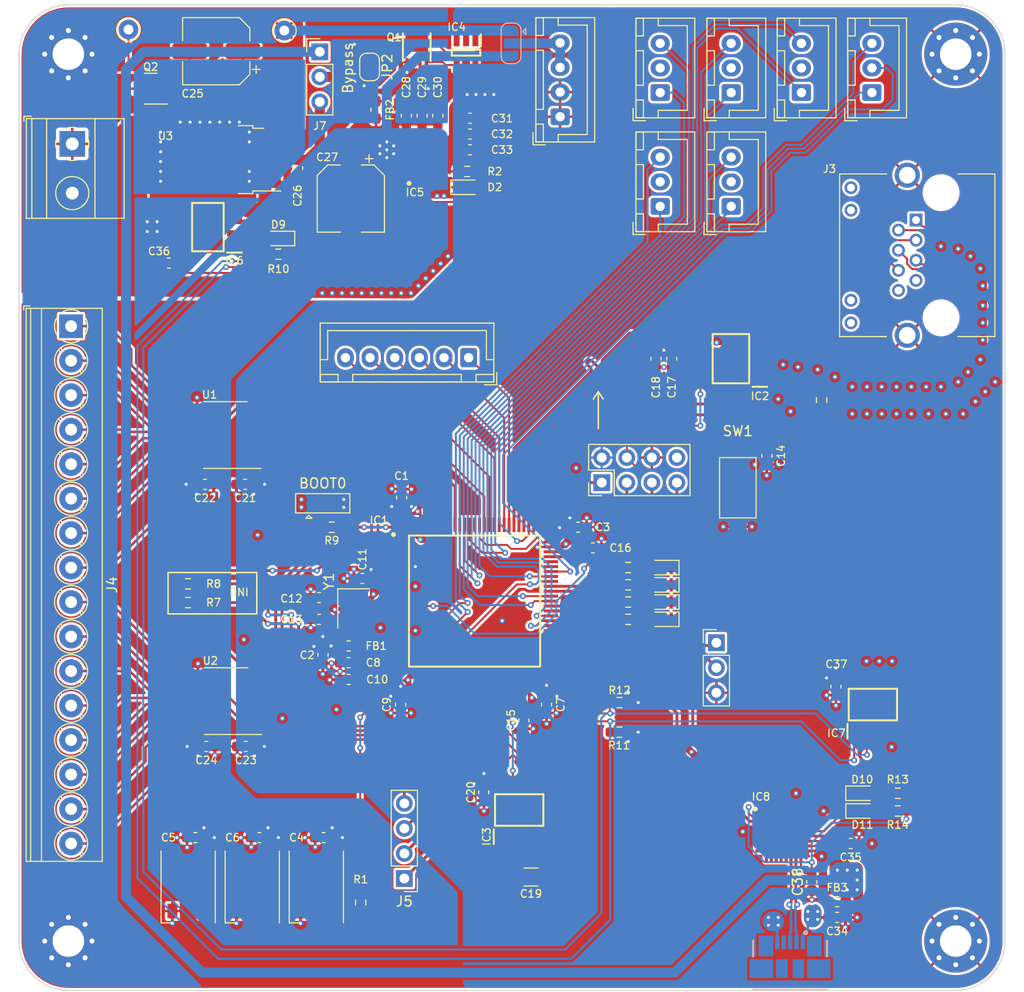
<source format=kicad_pcb>
(kicad_pcb (version 20211014) (generator pcbnew)
  (layers (0 "F.Cu" signal) (1 "In1.Cu" signal) (2 "In2.Cu" signal) (31 "B.Cu" signal) (34 "B.Paste" user) (35 "F.Paste" user) (36 "B.SilkS" user "B.Silkscreen") (37 "F.SilkS" user "F.Silkscreen") (38 "B.Mask" user) (39 "F.Mask" user) (44 "Edge.Cuts" user))
  (net 0 "")
  (net 1 "+3V3")
  (net 2 "GND")
  (net 3 "+5V")
  (net 4 "+3.3VA")
  (net 5 "/Microcontroller/HSE_I")
  (net 6 "/Microcontroller/HSE_O")
  (net 7 "/Microcontroller/NRST")
  (net 8 "Net-(C15-Pad1)")
  (net 9 "Net-(C16-Pad1)")
  (net 10 "Net-(C19-Pad1)")
  (net 11 "Net-(C19-Pad2)")
  (net 12 "/Power Supply Unit/5V_in")
  (net 13 "Net-(C26-Pad1)")
  (net 14 "+5VD")
  (net 15 "Net-(D1-Pad4)")
  (net 16 "Net-(D1-Pad2)")
  (net 17 "Net-(D2-Pad2)")
  (net 18 "Net-(D3-Pad2)")
  (net 19 "Net-(D4-Pad2)")
  (net 20 "Net-(D5-Pad2)")
  (net 21 "Net-(D6-Pad2)")
  (net 22 "Net-(D7-Pad2)")
  (net 24 "Net-(D9-Pad1)")
  (net 25 "Net-(D9-Pad2)")
  (net 26 "/UART_to_USB/LED_TX")
  (net 27 "Net-(D10-Pad2)")
  (net 28 "/UART_to_USB/LED_RX")
  (net 29 "Net-(D11-Pad2)")
  (net 30 "Net-(FB2-Pad1)")
  (net 31 "/Microcontroller/DIR3")
  (net 32 "/Microcontroller/DIR4")
  (net 33 "/Microcontroller/DIR5")
  (net 34 "/Microcontroller/STEP3")
  (net 35 "/Microcontroller/OE")
  (net 47 "/Microcontroller/STEP1")
  (net 48 "/Microcontroller/STEP2")
  (net 49 "/Microcontroller/Griper0")
  (net 52 "/Microcontroller/EMSw0")
  (net 54 "/EERAM/CS_EERAM")
  (net 55 "/EERAM/SCK")
  (net 56 "/EERAM/MISO")
  (net 57 "/EERAM/MOSI")
  (net 58 "/EERAM/HOLD_EERAM")
  (net 59 "/Microcontroller/SCL")
  (net 60 "/Microcontroller/SDA")
  (net 61 "/Microcontroller/RX")
  (net 62 "/Microcontroller/TX")
  (net 63 "/Microcontroller/TX1")
  (net 64 "/Microcontroller/RX1")
  (net 65 "/Microcontroller/TX3")
  (net 66 "/Microcontroller/RX3")
  (net 69 "/Microcontroller/LED4")
  (net 70 "/Microcontroller/LED3")
  (net 71 "/Microcontroller/LED2")
  (net 72 "/Microcontroller/LED1")
  (net 73 "/Microcontroller/USB_D-")
  (net 74 "/Microcontroller/USB_D+")
  (net 75 "/Microcontroller/SWDIO")
  (net 76 "/Microcontroller/SWCLK")
  (net 77 "/Low-Voltage Differential Signal/SCK")
  (net 78 "/Low-Voltage Differential Signal/MISO")
  (net 79 "/Low-Voltage Differential Signal/MOSI")
  (net 80 "/Microcontroller/SS_ENC6")
  (net 81 "/Microcontroller/SS_ENC5")
  (net 82 "/Microcontroller/SS_ENC4")
  (net 83 "/Microcontroller/SS_ENC3")
  (net 84 "/Microcontroller/SS_ENC2")
  (net 85 "/Microcontroller/SS_ENC1")
  (net 86 "/Low-Voltage Differential Signal/EN_LVDS")
  (net 88 "/Microcontroller/EN45")
  (net 89 "/Microcontroller/EN123")
  (net 90 "/Microcontroller/BOOT0")
  (net 91 "/Microcontroller/STEP4")
  (net 92 "/Microcontroller/STEP5")
  (net 93 "/Microcontroller/DIR1")
  (net 94 "/Microcontroller/DIR2")
  (net 95 "MISO_D-")
  (net 96 "MISO_D+")
  (net 99 "SCK_D-")
  (net 100 "SCK_D+")
  (net 101 "MOSI_D+")
  (net 102 "MOSI_D-")
  (net 106 "Net-(IC4-Pad4)")
  (net 110 "/UART_to_USB/3.3V_USB")
  (net 121 "/UART_to_USB/D+")
  (net 122 "/UART_to_USB/D-")
  (net 137 "/Microcontroller/Logic Converter/5EN45")
  (net 138 "/Microcontroller/Logic Converter/5EN123")
  (net 139 "/Microcontroller/Logic Converter/5STEP4")
  (net 140 "/Microcontroller/Logic Converter/5STEP5")
  (net 141 "/Microcontroller/Logic Converter/5DIR1")
  (net 142 "/Microcontroller/Logic Converter/5DIR2")
  (net 143 "/Microcontroller/Logic Converter/5DIR3")
  (net 144 "/Microcontroller/Logic Converter/5DIR4")
  (net 145 "/Microcontroller/Logic Converter/5DIR5")
  (net 146 "/Microcontroller/Logic Converter/5STEP3")
  (net 147 "/Microcontroller/Logic Converter/5STEP1")
  (net 148 "/Microcontroller/Logic Converter/5STEP2")
  (net 149 "/Microcontroller/Logic Converter/5Grpier0")
  (net 150 "/Microcontroller/Logic Converter/5Grpier1")
  (net 151 "/Microcontroller/Logic Converter/5Grpier2")
  (net 152 "/Microcontroller/Logic Converter/5EMSw0")
  (net 153 "Net-(J6-Pad1)")
  (net 160 "/Microcontroller/Logic Converter/Grpier1")
  (net 161 "/Microcontroller/Logic Converter/Grpier2")
  (net 162 "/Power Supply Unit/5V_Input")
  (net 163 "Net-(C34-Pad1)")
  (net 164 "Net-(JP1-Pad2)")
  (net 165 "/Microcontroller/ENC_TImer1A")
  (net 166 "/Microcontroller/ENC_TImer1B")
  (net 167 "/Microcontroller/ENC_TImer4A")
  (net 168 "/Microcontroller/ENC_TImer4B")
  (net 169 "/Microcontroller/ENC_TImer8A")
  (net 170 "/Microcontroller/ENC_TImer8B")
  (net 171 "/Microcontroller/ENC_TImer2I")
  (net 172 "/Microcontroller/ENC_TImer2A")
  (net 173 "/Microcontroller/ENC_TImer2B")
  (net 174 "/Microcontroller/ENC_TImer3A")
  (net 175 "/Microcontroller/ENC_TImer3B")
  (net 176 "/Microcontroller/ENC_TImer5B")
  (net 177 "/Microcontroller/ENC_TImer5A")
  (net 178 "/Microcontroller/EMSW1")
  (net 179 "/Microcontroller/EMSW2")
  (net 180 "/Microcontroller/EMSW3")
  (net 181 "/Microcontroller/EMSW4")
  (net 182 "Net-(J15-Pad3)")
  (footprint "Capacitor_SMD:C_0603_1608Metric_Pad1.08x0.95mm_HandSolder" (layer "F.Cu") (at 182.85 114.175 -90)
    (fp_text reference "C37")
    (fp_text value "0.1uF")
  )
  (footprint "Capacitor_SMD:C_0603_1608Metric_Pad1.08x0.95mm_HandSolder" (layer "F.Cu") (at 145.7375 59.705)
    (fp_text reference "C33")
    (fp_text value "10uF")
  )
  (footprint "Resistor_SMD:R_0603_1608Metric_Pad0.98x0.95mm_HandSolder" (layer "F.Cu") (at 161.775 105.6)
    (fp_text reference "R5")
    (fp_text value "1k")
  )
  (footprint "Connector_JST:JST_XH_B3B-XH-A_1x03_P2.50mm_Vertical" (layer "F.Cu") (at 165.025 65.45 90)
    (fp_text reference "J8")
    (fp_text value "HX_3p")
  )
  (footprint "Resistor_SMD:R_0603_1608Metric_Pad0.98x0.95mm_HandSolder" (layer "F.Cu") (at 117.125 103.75 180)
    (fp_text reference "R8")
    (fp_text value "0r")
  )
  (footprint "Capacitor_SMD:C_0603_1608Metric_Pad1.08x0.95mm_HandSolder" (layer "F.Cu") (at 124.3875 129.5 180)
    (fp_text reference "C6")
    (fp_text value "0.1uF")
  )
  (footprint "Connector_PinHeader_2.54mm:PinHeader_1x03_P2.54mm_Vertical" (layer "F.Cu") (at 130.5 49.76)
    (fp_text reference "J7")
    (fp_text value "Pinheader 3P")
  )
  (footprint "Capacitor_SMD:C_0603_1608Metric_Pad1.08x0.95mm_HandSolder" (layer "F.Cu") (at 130.825 110.95 -90)
    (fp_text reference "C2")
    (fp_text value "0.1uF")
  )
  (footprint "library:SOIC127P600X175-8N" (layer "F.Cu") (at 186.6 116 90)
    (fp_text reference "IC7")
    (fp_text value "TMP75CQDRQ1" hide)
  )
  (footprint "Resistor_SMD:R_0603_1608Metric_Pad0.98x0.95mm_HandSolder" (layer "F.Cu") (at 117.125 105.65)
    (fp_text reference "R7")
    (fp_text value "0r")
  )
  (footprint "MountingHole:MountingHole_3.2mm_M3_Pad_Via" (layer "F.Cu") (at 105 50)
    (fp_text reference "H1")
    (fp_text value "MountingHole_Pad")
  )
  (footprint "Capacitor_SMD:C_0603_1608Metric_Pad1.08x0.95mm_HandSolder" (layer "F.Cu") (at 145.7375 58.105)
    (fp_text reference "C32")
    (fp_text value "1uF")
  )
  (footprint "Capacitor_SMD:C_0603_1608Metric_Pad1.08x0.95mm_HandSolder" (layer "F.Cu") (at 147.125 124.9 -90)
    (fp_text reference "C20")
    (fp_text value "0.1uF")
  )
  (footprint "Capacitor_SMD:C_0603_1608Metric_Pad1.08x0.95mm_HandSolder" (layer "F.Cu") (at 182.975 137.6)
    (fp_text reference "C34")
    (fp_text value "0.1uF")
  )
  (footprint "Resistor_SMD:R_0603_1608Metric_Pad0.98x0.95mm_HandSolder" (layer "F.Cu") (at 161.775 102.1)
    (fp_text reference "R3")
    (fp_text value "1k")
  )
  (footprint "Connector_JST:JST_XH_B3B-XH-A_1x03_P2.50mm_Vertical" (layer "F.Cu") (at 179.35 53.9 90)
    (fp_text reference "J12")
    (fp_text value "HX_3p")
  )
  (footprint "Capacitor_SMD:C_0603_1608Metric_Pad1.08x0.95mm_HandSolder" (layer "F.Cu") (at 133.425 113.45 180)
    (fp_text reference "C10")
    (fp_text value "0.1uF")
  )
  (footprint "TerminalBlock_Phoenix:TerminalBlock_Phoenix_PT-1,5-16-3.5-H_1x16_P3.50mm_Horizontal" (layer "F.Cu") (at 105.275 77.6 -90)
    (fp_text reference "J4")
    (fp_text value "Screw_Terminal_16p")
  )
  (footprint "Capacitor_SMD:C_0603_1608Metric_Pad1.08x0.95mm_HandSolder" (layer "F.Cu") (at 166.2 80.9 -90)
    (fp_text reference "C17")
    (fp_text value "0.1uF")
  )
  (footprint "TerminalBlock_Phoenix:TerminalBlock_Phoenix_MKDS-1,5-2_1x02_P5.00mm_Horizontal" (layer "F.Cu") (at 105.395 59.1 -90)
    (fp_text reference "J6")
    (fp_text value "Screw_Terminal_2P")
  )
  (footprint "LED_SMD:LED_0603_1608Metric_Pad1.05x0.95mm_HandSolder" (layer "F.Cu") (at 185.51875 126.8)
    (fp_text reference "D11")
    (fp_text value "LED")
  )
  (footprint "LED_SMD:LED_0603_1608Metric_Pad1.05x0.95mm_HandSolder" (layer "F.Cu") (at 185.51875 125)
    (fp_text reference "D10")
    (fp_text value "LED")
  )
  (footprint "Inductor_SMD:L_0603_1608Metric_Pad1.05x0.95mm_HandSolder" (layer "F.Cu") (at 133.425 110.05)
    (fp_text reference "FB1")
    (fp_text value "100r @100MHz")
  )
  (footprint "Capacitor_SMD:C_0603_1608Metric_Pad1.08x0.95mm_HandSolder" (layer "F.Cu") (at 175.85 90.75 -90)
    (fp_text reference "C14")
    (fp_text value "6nF")
  )
  (footprint "Resistor_SMD:R_0603_1608Metric_Pad0.98x0.95mm_HandSolder" (layer "F.Cu") (at 131.7125 98)
    (fp_text reference "R9")
    (fp_text value "10k")
  )
  (footprint "Capacitor_SMD:C_0603_1608Metric_Pad1.08x0.95mm_HandSolder" (layer "F.Cu") (at 138.8 95 90)
    (fp_text reference "C1")
    (fp_text value "0.1uF")
  )
  (footprint "Crystal:Crystal_SMD_SeikoEpson_FA238-4Pin_3.2x2.5mm" (layer "F.Cu") (at 133.925 106.25 -90)
    (fp_text reference "Y1")
    (fp_text value "25MHz")
  )
  (footprint "Capacitor_SMD:C_0603_1608Metric_Pad1.08x0.95mm_HandSolder" (layer "F.Cu") (at 119 120.25)
    (fp_text reference "C24")
    (fp_text value "0.1uF")
  )
  (footprint "Capacitor_SMD:CP_Elec_6.3x5.4_Nichicon" (layer "F.Cu") (at 120 49.7 180)
    (fp_text reference "C25")
    (fp_text value "100uF 50V")
  )
  (footprint "Capacitor_SMD:C_0603_1608Metric_Pad1.08x0.95mm_HandSolder" (layer "F.Cu") (at 133.425 111.75 180)
    (fp_text reference "C8")
    (fp_text value "0.1uF")
  )
  (footprint "Connector_PinHeader_2.54mm:PinHeader_1x04_P2.54mm_Vertical" (layer "F.Cu") (at 139.075 133.65 180)
    (fp_text reference "J5")
    (fp_text value "Pinheader 4p")
  )
  (footprint "library:Narwhel_Logo_Solder_mask" (layer "F.Cu") (at 187 96.7)
    (fp_text reference "G***")
    (fp_text value "LOGO" hide)
  )
  (footprint "Capacitor_SMD:C_0603_1608Metric_Pad1.08x0.95mm_HandSolder" (layer "F.Cu") (at 128.25 61.5625 -90)
    (fp_text reference "C26")
    (fp_text value "10uF")
  )
  (footprint "Capacitor_SMD:C_0603_1608Metric_Pad1.08x0.95mm_HandSolder" (layer "F.Cu") (at 140.875 56.25 90)
    (fp_text reference "C29")
    (fp_text value "1uF")
  )
  (footprint "Capacitor_SMD:C_0603_1608Metric_Pad1.08x0.95mm_HandSolder" (layer "F.Cu") (at 153.5 116 -90)
    (fp_text reference "C7")
    (fp_text value "0.1uF")
  )
  (footprint "library:QFN50P500X500X90-33N-D" (layer "F.Cu") (at 177.55 129.1)
    (fp_text reference "IC8")
    (fp_text value "FT232RQ-REEL" hide)
  )
  (footprint "MountingHole:MountingHole_3.2mm_M3_Pad_Via" (layer "F.Cu") (at 105 140)
    (fp_text reference "H3" hide)
    (fp_text value "MountingHole_Pad")
  )
  (footprint "Connector_JST:JST_XH_B3B-XH-A_1x03_P2.50mm_Vertical" (layer "F.Cu") (at 172.225 53.9 90)
    (fp_text reference "J11")
    (fp_text value "HX_3p")
  )
  (footprint "library:DS112809S8B8X" (layer "F.Cu") (at 189.775 70.815 90)
    (fp_text reference "J3")
    (fp_text value "DS1128-09-S8B8X" hide)
  )
  (footprint "Capacitor_SMD:C_0603_1608Metric_Pad1.08x0.95mm_HandSolder" (layer "F.Cu") (at 158.2 100.1)
    (fp_text reference "C16")
    (fp_text value "2.2uF")
  )
  (footprint "Resistor_SMD:R_0603_1608Metric_Pad0.98x0.95mm_HandSolder" (layer "F.Cu") (at 160.8875 118.8 180)
    (fp_text reference "R11")
    (fp_text value "330r")
  )
  (footprint "LED_SMD:LED_0603_1608Metric_Pad1.05x0.95mm_HandSolder" (layer "F.Cu") (at 165.275 105.6 180)
    (fp_text reference "D5")
    (fp_text value "LED")
  )
  (footprint "library:SOIC127P600X175-8N" (layer "F.Cu") (at 119.15 67.55 180)
    (fp_text reference "IC6")
    (fp_text value "TMP75CQDRQ1" hide)
  )
  (footprint "library:SOT95P280X145-5N" (layer "F.Cu") (at 145.335 49.845 -90)
    (fp_text reference "IC4")
    (fp_text value "TPS2400DBVT" hide)
  )
  (footprint "Connector_PinHeader_2.54mm:PinHeader_1x03_P2.54mm_Vertical" (layer "F.Cu") (at 170.725 109.725)
    (fp_text reference "J1")
    (fp_text value "Pinheader 3P")
  )
  (footprint "Connector_JST:JST_XH_B6B-XH-A_1x06_P2.50mm_Vertical" (layer "F.Cu") (at 145.6 80.8 180)
    (fp_text reference "J16")
    (fp_text value "HX_6p")
  )
  (footprint "Capacitor_SMD:C_0603_1608Metric_Pad1.08x0.95mm_HandSolder" (layer "F.Cu") (at 142.475 56.25 90)
    (fp_text reference "C30")
    (fp_text value "10uF")
  )
  (footprint "Capacitor_SMD:C_0603_1608Metric_Pad1.08x0.95mm_HandSolder" (layer "F.Cu") (at 130.425 105.15 180)
    (fp_text reference "C12")
    (fp_text value "6nF")
  )
  (footprint "Jumper:SolderJumper-2_P1.3mm_Open_RoundedPad1.0x1.5mm" (layer "F.Cu") (at 135.55 51.3 -90)
    (fp_text reference "JP2")
    (fp_text value "Bypass")
  )
  (footprint "LED_SMD:LED_0603_1608Metric_Pad1.05x0.95mm_HandSolder" (layer "F.Cu") (at 126.3 68.7 180)
    (fp_text reference "D9")
    (fp_text value "LED")
  )
  (footprint "TestPoint:TestPoint_THTPad_D2.0mm_Drill1.0mm" (layer "F.Cu") (at 111.1 47.5)
    (fp_text reference "TP1")
    (fp_text value "TestPoint")
  )
  (footprint "Capacitor_SMD:C_0603_1608Metric_Pad1.08x0.95mm_HandSolder" (layer "F.Cu") (at 118.8625 93.65)
    (fp_text reference "C22")
    (fp_text value "0.1uF")
  )
  (footprint "Capacitor_SMD:C_0603_1608Metric_Pad1.08x0.95mm_HandSolder" (layer "F.Cu") (at 122.925 93.65)
    (fp_text reference "C21")
    (fp_text value "0.1uF")
  )
  (footprint "Capacitor_SMD:C_0603_1608Metric_Pad1.08x0.95mm_HandSolder" (layer "F.Cu") (at 134.825 103.2 180)
    (fp_text reference "C11")
    (fp_text value "0.1uF")
  )
  (footprint "library:SON95P300X300X90-7N-D" (layer "F.Cu") (at 141.15 61.205 90)
    (fp_text reference "IC5")
    (fp_text value "LD39100PU33RY" hide)
  )
  (footprint "LED_SMD:LED_WS2812B_PLCC4_5.0x5.0mm_P3.2mm" (layer "F.Cu") (at 117.15 134.5 -90)
    (fp_text reference "D8")
    (fp_text value "WS2812B")
  )
  (footprint "LED_SMD:LED_0603_1608Metric_Pad1.05x0.95mm_HandSolder" (layer "F.Cu") (at 165.275 102.1 180)
    (fp_text reference "D3")
    (fp_text value "LED")
  )
  (footprint "Capacitor_SMD:C_0603_1608Metric_Pad1.08x0.95mm_HandSolder" (layer "F.Cu") (at 151.2 117.6 -90)
    (fp_text reference "C15")
    (fp_text value "2.2uF")
  )
  (footprint "Inductor_SMD:L_0603_1608Metric_Pad1.05x0.95mm_HandSolder" (layer "F.Cu") (at 182.975 136)
    (fp_text reference "FB3")
    (fp_text value "600R @ 100Mhz")
  )
  (footprint "Capacitor_SMD:C_0603_1608Metric_Pad1.08x0.95mm_HandSolder" (layer "F.Cu") (at 130.425 107.35 180)
    (fp_text reference "C13")
    (fp_text value "6nF")
  )
  (footprint "LED_SMD:LED_0603_1608Metric_Pad1.05x0.95mm_HandSolder" (layer "F.Cu") (at 165.275 107.35 180)
    (fp_text reference "D6")
    (fp_text value "LED")
  )
  (footprint "Jumper:SolderJumper-3_P2.0mm_Open_TrianglePad1.0x1.5mm" (layer "F.Cu") (at 130.8 95.6)
    (fp_text reference "JP1")
    (fp_text value "Boot Pin")
  )
  (footprint "Resistor_SMD:R_0603_1608Metric_Pad0.98x0.95mm_HandSolder" (layer "F.Cu") (at 160.9 115.8 180)
    (fp_text reference "R12")
    (fp_text value "330r")
  )
  (footprint "Package_SO:TSSOP-20_4.4x6.5mm_P0.65mm" (layer "F.Cu") (at 121 115.65 180)
    (fp_text reference "U2")
    (fp_text value "TXS0108EPW")
  )
  (footprint "Capacitor_SMD:C_0603_1608Metric_Pad1.08x0.95mm_HandSolder" (layer "F.Cu") (at 184.35 130.1)
    (fp_text reference "C35")
    (fp_text value "0.1uF")
  )
  (footprint "Capacitor_SMD:C_0603_1608Metric_Pad1.08x0.95mm_HandSolder" (layer "F.Cu") (at 115.2 71.2 180)
    (fp_text reference "C36")
    (fp_text value "0.1uF")
  )
  (footprint "Capacitor_SMD:C_0603_1608Metric_Pad1.08x0.95mm_HandSolder" (layer "F.Cu") (at 117.8875 129.5 180)
    (fp_text reference "C5")
    (fp_text value "0.1uF")
  )
  (footprint "Package_SO:TSSOP-20_4.4x6.5mm_P0.65mm" (layer "F.Cu") (at 120.925 88.65 180)
    (fp_text reference "U1")
    (fp_text value "TXS0108EPW")
  )
  (footprint "Capacitor_SMD:C_0603_1608Metric_Pad1.08x0.95mm_HandSolder" (layer "F.Cu") (at 130.8875 129.5 180)
    (fp_text reference "C4")
    (fp_text value "0.1uF")
  )
  (footprint "library:BSZ42DN25NS3G" (layer "F.Cu") (at 140.335 49.295)
    (fp_text reference "Q1")
    (fp_text value "BSZ42DN25NS3_G" hide)
  )
  (footprint "LED_SMD:LED_0603_1608Metric_Pad1.05x0.95mm_HandSolder" (layer "F.Cu") (at 165.275 103.85 180)
    (fp_text reference "D4")
    (fp_text value "LED")
  )
  (footprint "LED_SMD:LED_WS2812B_PLCC4_5.0x5.0mm_P3.2mm" (layer "F.Cu") (at 123.65 134.5 -90)
    (fp_text reference "D7")
    (fp_text value "WS2812B")
  )
  (footprint "LED_SMD:LED_WS2812B_PLCC4_5.0x5.0mm_P3.2mm" (layer "F.Cu") (at 130.15 134.5 -90)
    (fp_text reference "D1")
    (fp_text value "WS2812B")
  )
  (footprint "Resistor_SMD:R_0603_1608Metric_Pad0.98x0.95mm_HandSolder" (layer "F.Cu") (at 161.775 107.35)
    (fp_text reference "R6")
    (fp_text value "1k")
  )
  (footprint "Resistor_SMD:R_0603_1608Metric_Pad0.98x0.95mm_HandSolder" (layer "F.Cu") (at 189.11875 126.8 180)
    (fp_text reference "R14")
    (fp_text value "470r")
  )
  (footprint "Capacitor_SMD:C_0603_1608Metric_Pad1.08x0.95mm_HandSolder" (layer "F.Cu") (at 180.4 134 90)
    (fp_text reference "C38")
    (fp_text value "0.1uF")
  )
  (footprint "MountingHole:MountingHole_3.2mm_M3_Pad_Via" (layer "F.Cu") (at 195 140)
    (fp_text reference "H4")
    (fp_text value "MountingHole_Pad")
  )
  (footprint "TestPoint:TestPoint_THTPad_D2.0mm_Drill1.0mm" (layer "F.Cu") (at 126.9 47.6)
    (fp_text reference "TP2")
    (fp_text value "TestPoint")
  )
  (footprint "library:SOP65P640X120-16N" (layer "F.Cu") (at 172.2 80.9 180)
    (fp_text reference "IC2")
    (fp_text value "SN65LVDS049PWR" hide)
  )
  (footprint "Connector_JST:JST_XH_B3B-XH-A_1x03_P2.50mm_Vertical" (layer "F.Cu") (at 172.225 65.45 90)
    (fp_text reference "J9")
    (fp_text value "HX_3p")
  )
  (footprint "Connector_JST:JST_XH_B4B-XH-A_1x04_P2.50mm_Vertical" (layer "F.Cu") (at 154.875 56.35 90)
    (fp_text reference "J15")
    (fp_text value "Conn_01x04_Male")
  )
  (footprint "Resistor_SMD:R_0603_1608Metric_Pad0.98x0.95mm_HandSolder" (layer "F.Cu") (at 161.775 103.85)
    (fp_text reference "R4")
    (fp_text value "1k")
  )
  (footprint "Capacitor_SMD:C_0603_1608Metric_Pad1.08x0.95mm_HandSolder" (layer "F.Cu") (at 156.7 98)
    (fp_text reference "C3")
    (fp_text value "0.1uF")
  )
  (footprint "Capacitor_SMD:C_0603_1608Metric_Pad1.08x0.95mm_HandSolder" (layer "F.Cu") (at 164.6 80.9 -90)
    (fp_text reference "C18")
    (fp_text value "0.001uF")
  )
  (footprint "Capacitor_SMD:C_1206_3216Metric_Pad1.33x1.80mm_HandSolder" (layer "F.Cu") (at 151.925 133.5)
    (fp_text reference "C19")
    (fp_text value "50uF 1206")
  )
  (footprint "Resistor_SMD:R_0603_1608Metric_Pad0.98x0.95mm_HandSolder" (layer "F.Cu") (at 181.4 85.1 90)
    (fp_text reference "R15")
    (fp_text value "100r")
  )
  (footprint "Capacitor_SMD:C_0603_1608Metric_Pad1.08x0.95mm_HandSolder" (layer "F.Cu") (at 139.275 56.25 90)
    (fp_text reference "C28")
    (fp_text value "0.1uF")
  )
  (footprint "Connector_JST:JST_XH_B3B-XH-A_1x03_P2.50mm_Vertical" (layer "F.Cu") (at 186.5 53.9 90)
    (fp_text reference "J13")
    (fp_text value "HX_3p")
  )
  (footprint "LED_SMD:LED_0603_1608Metric_Pad1.05x0.95mm_HandSolder" (layer "F.Cu") (at 145.45 63.505)
    (fp_text reference "D2")
    (fp_text value "LED")
  )
  (footprint "Resistor_SMD:R_0603_1608Metric_Pad0.98x0.95mm_HandSolder" (layer "F.Cu") (at 126.3 70.3 180)
    (fp_text reference "R10")
    (fp_text value "470r")
  )
  (footprint "Resistor_SMD:R_0603_1608Metric_Pad0.98x0.95mm_HandSolder" (layer "F.Cu") (at 189.11875 125 180)
    (fp_text reference "R13")
    (fp_text value "470r")
  )
  (footprint "MountingHole:MountingHole_3.2mm_M3_Pad_Via" (layer "F.Cu") (at 195 50)
    (fp_text reference "H2")
    (fp_text value "MountingHole_Pad")
  )
  (footprint "Resistor_SMD:R_0603_1608Metric_Pad0.98x0.95mm_HandSolder" (layer "F.Cu") (at 145.45 61.905)
    (fp_text reference "R2")
    (fp_text value "1k")
  )
  (footprint "Capacitor_SMD:C_0603_1608Metric_Pad1.08x0.95mm_HandSolder" (layer "F.Cu") (at 145.7375 56.505)
    (fp_text reference "C31")
    (fp_text value "0.1uF")
  )
  (footprint "Connector_PinHeader_2.54mm:PinHeader_2x04_P2.54mm_Vertical" (layer "F.Cu") (at 159.1 93.475 90)
    (fp_text reference "J2")
    (fp_text value "Pinheader 2*4")
  )
  (footprint "Capacitor_SMD:C_0603_1608Metric_Pad1.08x0.95mm_HandSolder" (layer "F.Cu") (at 138.7 116 -90)
    (fp_text reference "C9")
    (fp_text value "0.1uF")
  )
  (footprint "Resistor_SMD:R_0603_1608Metric_Pad0.98x0.95mm_HandSolder" (layer "F.Cu") (at 134.65 136.0875 -90)
    (fp_text reference "R1")
    (fp_text value "0r")
  )
  (footprint "Connector_JST:JST_XH_B3B-XH-A_1x03_P2.50mm_Vertical" (layer "F.Cu") (at 165.025 53.9 90)
    (fp_text reference "J10")
    (fp_text value "HX_3p")
  )
  (footprint "library:QFP50P1600X1600X160-100N" (layer "F.Cu") (at 146.2 105.5)
    (fp_text reference "IC1")
    (fp_text value "STM32H733VGT6" hide)
  )
  (footprint "Button_Switch_SMD:SW_SPST_CK_RS282G05A3" (layer "F.Cu") (at 172.9 94 90)
    (fp_text reference "SW1")
    (fp_text value "SW_Push")
  )
  (footprint "Inductor_SMD:L_0603_1608Metric_Pad1.05x0.95mm_HandSolder" (layer "F.Cu") (at 136.2 55.65 -90)
    (fp_text reference "FB2")
    (fp_text value "600R @ 100Mhz")
  )
  (footprint "library:SOIC127P600X175-8N" (layer "F.Cu") (at 150.725 126.7 90)
    (fp_text reference "IC3")
    (fp_text value "48L640T-I_SN" hide)
  )
  (footprint "Capacitor_SMD:CP_Elec_6.3x5.4_Nichicon" (layer "F.Cu") (at 133.65 64.65 -90)
    (fp_text reference "C27")
    (fp_text value "100uF 50V")
  )
  (footprint "Package_TO_SOT_SMD:TO-252-3_TabPin2" (layer "F.Cu") (at 121.25 60.7 180)
    (fp_text reference "U3")
    (fp_text value "AMS1117CD-5.0")
  )
  (footprint "Capacitor_SMD:C_0603_1608Metric_Pad1.08x0.95mm_HandSolder" (layer "F.Cu") (at 123 120.25)
    (fp_text reference "C23")
    (fp_text value "0.1uF")
  )
  (footprint "Package_TO_SOT_SMD:SOT-23" (layer "F.Cu") (at 113.35 53.5 180)
    (fp_text reference "Q2")
    (fp_text value "AO3401A")
  )
  (footprint "library:47346-0001" (layer "B.Cu") (at 178.2 144.942945)
    (fp_text reference "J14")
    (fp_text value "USB" hide)
  )
  (footprint "Jumper:SolderJumper-3_P1.3mm_Open_RoundedPad1.0x1.5mm" (layer "B.Cu") (at 149.9 48.9 -90)
    (fp_text reference "JP3")
    (fp_text value "ENC Power")
  )
  (gr_line (start 124.1125 102.6) (end 115.1125 102.6) (layer "F.SilkS") (width 0.15))
  (gr_line (start 115.1125 102.6) (end 115.1125 106.8) (layer "F.SilkS") (width 0.15))
  (gr_line (start 158.75 88) (end 158.75 84.25) (layer "F.SilkS") (width 0.15))
  (gr_line (start 158.75 84.25) (end 158.25 85) (layer "F.SilkS") (width 0.15))
  (gr_line (start 115.1125 106.8) (end 124.1125 106.8) (layer "F.SilkS") (width 0.15))
  (gr_line (start 158.75 84.25) (end 159.25 85) (layer "F.SilkS") (width 0.15))
  (gr_line (start 124.1125 106.8) (end 124.1125 102.6) (layer "F.SilkS") (width 0.15))
  (gr_arc (start 195 45) (mid 198.535534 46.464466) (end 200 50) (layer "Edge.Cuts") (width 0.1))
  (gr_arc (start 100 50) (mid 101.464466 46.464466) (end 105 45) (layer "Edge.Cuts") (width 0.1))
  (gr_line (start 100 140) (end 100 50) (layer "Edge.Cuts") (width 0.1))
  (gr_line (start 195 145) (end 105 145) (layer "Edge.Cuts") (width 0.1))
  (gr_arc (start 200 140) (mid 198.535534 143.535534) (end 195 145) (layer "Edge.Cuts") (width 0.1))
  (gr_arc (start 105 145) (mid 101.464466 143.535534) (end 100 140) (layer "Edge.Cuts") (width 0.1))
  (gr_line (start 200 140) (end 200 50) (layer "Edge.Cuts") (width 0.1))
  (gr_line (start 105 45) (end 195 45) (layer "Edge.Cuts") (width 0.1))
  (gr_text "DNI" (at 122.3125 104.6) (layer "F.SilkS") (effects (font (size 0.77 0.77) (thickness 0.127))))
  (gr_text "BOOT0" (at 130.8 93.55) (layer "F.SilkS") (effects (font (size 1 1))))
  (gr_text "Bypass" (at 133.35 51.4 90) (layer "F.SilkS") (effects (font (size 1 1))))
  (segment (start 138.8 95.8625) (end 138.7625 95.9) (width 0.254) (layer "F.Cu") (net 1))
  (segment (start 147.8 61.3) (end 147.3 60.8) (width 0.2) (layer "F.Cu") (net 1))
  (segment (start 122.703795 92.566295) (end 123.7875 93.65) (width 0.29337) (layer "F.Cu") (net 1))
  (segment (start 148.7825 124.0375) (end 148.82 124) (width 0.29337) (layer "F.Cu") (net 1))
  (segment (start 167.775 80.575) (end 167.2375 80.0375) (width 0.29337) (layer "F.Cu") (net 1))
  (segment (start 155.8375 98.188) (end 155.8375 98) (width 0.2) (layer "F.Cu") (net 1))
  (segment (start 167.2375 80.0375) (end 166.2 80.0375) (width 0.29337) (layer "F.Cu") (net 1))
  (segment (start 137.175 104.5) (end 138.462 104.5) (width 0.2) (layer "F.Cu") (net 1))
  (segment (start 123.7875 93.65) (end 124.9 93.65) (width 0.29337) (layer "F.Cu") (net 1))
  (segment (start 169.262 80.575) (end 167.775 80.575) (width 0.29337) (layer "F.Cu") (net 1))
  (segment (start 138.8 95.8625) (end 138.8375 95.9) (width 0.254) (layer "F.Cu") (net 1))
  (segment (start 182.85 113.3125) (end 181.9125 113.3125) (width 0.254) (layer "F.Cu") (net 1))
  (segment (start 136.475 103.2) (end 136.875 103.6) (width 0.2) (layer "F.Cu") (net 1))
  (segment (start 153.5 115.1375) (end 154.5375 115.1375) (width 0.29337) (layer "F.Cu") (net 1))
  (segment (start 116.375 71.1375) (end 116.375 69.53) (width 0.2) (layer "F.Cu") (net 1))
  (segment (start 122.75 119.1375) (end 123.8625 120.25) (width 0.29337) (layer "F.Cu") (net 1))
  (segment (start 136.875 103.6) (end 136.875 104.2) (width 0.2) (layer "F.Cu") (net 1))
  (segment (start 147.125 124.0375) (end 148.7825 124.0375) (width 0.29337) (layer "F.Cu") (net 1))
  (segment (start 123.7875 93.65) (end 123.7875 94.6375) (width 0.29337) (layer "F.Cu") (net 1))
  (segment (start 127.2125 70.3) (end 128.5 70.3) (width 0.2) (layer "F.Cu") (net 1))
  (segment (start 154.5255 99.5) (end 155.8375 98.188) (width 0.2) (layer "F.Cu") (net 1))
  (segment (start 122.75 118.1625) (end 122.75 119.1375) (width 0.29337) (layer "F.Cu") (net 1))
  (segment (start 181.9125 113.3125) (end 181.9 113.3) (width 0.254) (layer "F.Cu") (net 1))
  (segment (start 136.875 104.2) (end 137.175 104.5) (width 0.2) (layer "F.Cu") (net 1))
  (segment (start 155.7875 98.05) (end 154.825 98.05) (width 0.2) (layer "F.Cu") (net 1))
  (segment (start 139.612 97.762) (end 140.2 97.762) (width 0.254) (layer "F.Cu") (net 1))
  (segment (start 135.6875 103.2) (end 136.475 103.2) (width 0.2) (layer "F.Cu") (net 1))
  (segment (start 161.8 115.7875) (end 161.8 114.75) (width 0.2) (layer "F.Cu") (net 1))
  (segment (start 128.5 70.3) (end 130.9 67.9) (width 0.2) (layer "F.Cu") (net 1))
  (segment (start 153.938 99.5) (end 154.5255 99.5) (width 0.2) (layer "F.Cu") (net 1))
  (segment (start 122.925 90.925) (end 122.703795 91.146205) (width 0.29337) (layer "F.Cu") (net 1))
  (segment (start 116.45 68.185) (end 116.45 69.455) (width 0.2) (layer "F.Cu") (net 1))
  (segment (start 116.375 69.53) (end 116.45 69.455) (width 0.2) (layer "F.Cu") (net 1))
  (segment (start 123.8625 120.25) (end 124.875 120.25) (width 0.29337) (layer "F.Cu") (net 1))
  (segment (start 138.462 102) (end 140.2 102) (width 0.254) (layer "F.Cu") (net 1))
  (segment (start 147.125 124.0375) (end 147.15 124.0125) (width 0.29337) (layer "F.Cu") (net 1))
  (segment (start 138.7 115.1375) (end 138.7 114.15) (width 0.29337) (layer "F.Cu") (net 1))
  (segment (start 140.7 113.238) (end 140.7 114.175) (width 0.29337) (layer "F.Cu") (net 1))
  (segment (start 138.7625 95.9) (end 137.8 95.9) (width 0.254) (layer "F.Cu") (net 1))
  (segment (start 116.375 71.775) (end 116.8 72.2) (width 0.2) (layer "F.Cu") (net 1))
  (segment (start 130.9 66.7) (end 132.6 65) (width 0.2) (layer "F.Cu") (net 1))
  (segment (start 182.85 113.3125) (end 184.6825 113.3125) (width 0.254) (layer "F.Cu") (net 1))
  (segment (start 147.15 124.0125) (end 147.15 123) (width 0.29337) (layer "F.Cu") (net 1))
  (segment (start 152.2 113.238) (end 152.2 114.525) (width 0.29337) (layer "F.Cu") (net 1))
  (segment (start 152.2 114.525) (end 152.8125 115.1375) (width 0.29337) (layer "F.Cu") (net 1))
  (segment (start 184.6825 113.3125) (end 184.695 113.3) (width 0.254) (layer "F.Cu") (net 1))
  (segment (start 147.1 65) (end 147.8 64.3) (width 0.2) (layer "F.Cu") (net 1))
  (segment (start 131.65 110.05) (end 130.8625 110.05) (width 0.254) (layer "F.Cu") (net 1))
  (segment (start 161.8 118.8) (end 161.8 119.75) (width 0.2) (layer "F.Cu") (net 1))
  (segment (start 138.8 95.8625) (end 138.8 96.95) (width 0.254) (layer "F.Cu") (net 1))
  (segment (start 123.8625 121.1875) (end 123.875 121.2) (width 0.29337) (layer "F.Cu") (net 1))
  (segment (start 138.8375 95.9) (end 139.8 95.9) (width 0.254) (layer "F.Cu") (net 1))
  (segment (start 130.8 110.0625) (end 130.8 109.1) (width 0.254) (layer "F.Cu") (net 1))
  (segment (start 125.3125 72.2) (end 127.2125 70.3) (width 0.2) (layer "F.Cu") (net 1))
  (segment (start 130.825 110.0875) (end 130.8 110.0625) (width 0.254) (layer "F.Cu") (net 1))
  (segment (start 140.7 114.175) (end 139.7375 115.1375) (width 0.29337) (layer "F.Cu") (net 1))
  (segment (start 146.1625 124.0375) (end 146.15 124.05) (width 0.29337) (layer "F.Cu") (net 1))
  (segment (start 135.6875 103.2) (end 135.7 103.1875) (width 0.2) (layer "F.Cu") (net 1))
  (segment (start 132.6 65) (end 147.1 65) (width 0.2) (layer "F.Cu") (net 1))
  (segment (start 147.3 60.8) (end 144.5 60.8) (width 0.2) (layer "F.Cu") (net 1))
  (segment (start 130.9 67.9) (end 130.9 66.7) (width 0.2) (layer "F.Cu") (net 1))
  (segment (start 182.85 113.3125) (end 182.85 112.3) (width 0.254) (layer "F.Cu") (net 1))
  (segment (start 116.375 71.1375) (end 116.375 71.775) (width 0.2) (layer "F.Cu") (net 1))
  (segment (start 123.7875 90.925) (end 122.925 90.925) (width 0.29337) (layer "F.Cu") (net 1))
  (segment (start 144.875 56.505) (end 144.875 59.705) (width 0.29337) (layer "F.Cu") (net 1))
  (segment (start 161.8 118.8) (end 162.8 118.8) (width 0.2) (layer "F.Cu") (net 1))
  (segment (start 123.7875 94.6375) (end 123.8 94.65) (width 0.29337) (layer "F.Cu") (net 1))
  (segment (start 123.8625 120.25) (end 123.8625 121.1875) (width 0.29337) (layer "F.Cu") (net 1))
  (segment (start 138.8 96.95) (end 139.612 97.762) (width 0.254) (layer "F.Cu") (net 1))
  (segment (start 147.8 64.3) (end 147.8 61.3) (width 0.2) (layer "F.Cu") (net 1))
  (segment (start 153.5 115.1375) (end 153.5 114.05) (width 0.29337) (layer "F.Cu") (net 1))
  (segment (start 137.7125 115.1375) (end 137.7 115.15) (width 0.29337) (layer "F.Cu") (net 1))
  (segment (start 138.7 115.1375) (end 137.7125 115.1375) (width 0.29337) (layer "F.Cu") (net 1))
  (segment (start 147.125 124.0375) (end 146.1625 124.0375) (width 0.29337) (layer "F.Cu") (net 1))
  (segment (start 155.8375 98) (end 155.7875 98.05) (width 0.2) (layer "F.Cu") (net 1))
  (segment (start 116.8 72.2) (end 125.3125 72.2) (width 0.2) (layer "F.Cu") (net 1))
  (segment (start 152.8125 115.1375) (end 153.5 115.1375) (width 0.29337) (layer "F.Cu") (net 1))
  (segment (start 129.9125 110.0875) (end 129.9 110.1) (width 0.254) (layer "F.Cu") (net 1))
  (segment (start 130.825 110.0875) (end 129.9125 110.0875) (width 0.254) (layer "F.Cu") (net 1))
  (segment (start 154.5375 115.1375) (end 154.55 115.15) (width 0.29337) (layer "F.Cu") (net 1))
  (segment (start 132.55 110.05) (end 131.65 110.05) (width 0.254) (layer "F.Cu") (net 1))
  (segment (start 123.8625 117.925) (end 122.9875 117.925) (width 0.29337) (layer "F.Cu") (net 1))
  (segment (start 122.9875 117.925) (end 122.75 118.1625) (width 0.29337) (layer "F.Cu") (net 1))
  (segment (start 161.8125 115.8) (end 162.8 115.8) (width 0.2) (layer "F.Cu") (net 1))
  (segment (start 139.7375 115.1375) (end 138.7 115.1375) (width 0.29337) (layer "F.Cu") (net 1))
  (segment (start 155.8375 98) (end 155.875 97.9625) (width 0.2) (layer "F.Cu") (net 1))
  (segment (start 130.8625 110.05) (end 130.825 110.0875) (width 0.254) (layer "F.Cu") (net 1))
  (segment (start 155.875 97.9625) (end 155.875 97.05) (width 0.2) (layer "F.Cu") (net 1))
  (segment (start 122.703795 91.146205) (end 122.703795 92.566295) (width 0.29337) (layer "F.Cu") (net 1))
  (segment (start 161.8125 115.8) (end 161.8 115.7875) (width 0.2) (layer "F.Cu") (net 1))
  (segment (start 135.7 103.1875) (end 135.7 102.3) (width 0.2) (layer "F.Cu") (net 1))
  (segment (start 166.2 80.0375) (end 164.6 80.0375) (width 0.29337) (layer "F.Cu") (net 1))
  (via (at 154.55 115.15) (size 0.6) (drill 0.3) (layers "F.Cu" "B.Cu") (net 1))
  (via (at 132.935 95.9825) (size 0.6) (drill 0.3) (layers "F.Cu" "B.Cu") (net 1))
  (via (at 131.65 110.05) (size 0.6) (drill 0.3) (layers "F.Cu" "B.Cu") (net 1))
  (via (at 124.9 93.65) (size 0.6) (drill 0.3) (layers "F.Cu" "B.Cu") (net 1))
  (via (at 138.7 114.15) (size 0.6) (drill 0.3) (layers "F.Cu" "B.Cu") (net 1))
  (via (at 135.7 102.3) (size 0.6) (drill 0.3) (layers "F.Cu" "B.Cu") (net 1))
  (via (at 130.8 109.1) (size 0.6) (drill 0.3) (layers "F.Cu" "B.Cu") (net 1))
  (via (at 147.15 123) (size 0.6) (drill 0.3) (layers "F.Cu" "B.Cu") (net 1))
  (via (at 182.85 112.3) (size 0.6) (drill 0.3) (layers "F.Cu" "B.Cu") (net 1))
  (via (at 139.8 95.9) (size 0.6) (drill 0.3) (layers "F.Cu" "B.Cu") (net 1))
  (via (at 154.825 98.05) (size 0.6) (drill 0.3) (layers "F.Cu" "B.Cu") (net 1))
  (via (at 147.25 54.1) (size 0.6) (drill 0.3) (layers "F.Cu" "B.Cu") (net 1))
  (via (at 132.935 95.1825) (size 0.6) (drill 0.3) (layers "F.Cu" "B.Cu") (net 1))
  (via (at 146.15 124.05) (size 0.6) (drill 0.3) (layers "F.Cu" "B.Cu") (net 1))
  (via (at 162.8 115.8) (size 0.6) (drill 0.3) (layers "F.Cu" "B.Cu") (net 1))
  (via (at 140.2 102) (size 0.6) (drill 0.3) (layers "F.Cu" "B.Cu") (net 1))
  (via (at 162.8 118.8) (size 0.6) (drill 0.3) (layers "F.Cu" "B.Cu") (net 1))
  (via (at 161.8 114.75) (size 0.6) (drill 0.3) (layers "F.Cu" "B.Cu") (net 1))
  (via (at 137.7 115.15) (size 0.6) (drill 0.3) (layers "F.Cu" "B.Cu") (net 1))
  (via (at 137.8 95.9) (size 0.6) (drill 0.3) (layers "F.Cu" "B.Cu") (net 1))
  (via (at 129.9 110.1) (size 0.6) (drill 0.3) (layers "F.Cu" "B.Cu") (net 1))
  (via (at 145.45 54.1) (size 0.6) (drill 0.3) (layers "F.Cu" "B.Cu") (net 1))
  (via (at 146.35 54.1) (size 0.6) (drill 0.3) (layers "F.Cu" "B.Cu") (net 1))
  (via (at 153.5 114.05) (size 0.6) (drill 0.3) (layers "F.Cu" "B.Cu") (net 1))
  (via (at 123.875 121.2) (size 0.6) (drill 0.3) (layers "F.Cu" "B.Cu") (net 1))
  (via (at 148.15 54.1) (size 0.6) (drill 0.3) (layers "F.Cu" "B.Cu") (net 1))
  (via (at 155.875 97.05) (size 0.6) (drill 0.3) (layers "F.Cu" "B.Cu") (net 1))
  (via (at 123.8 94.65) (size 0.6) (drill 0.3) (layers "F.Cu" "B.Cu") (net 1))
  (via (at 161.8 119.75) (size 0.6) (drill 0.3) (layers "F.Cu" "B.Cu") (net 1))
  (via (at 124.875 120.25) (size 0.6) (drill 0.3) (layers "F.Cu" "B.Cu") (net 1))
  (via (at 165.4 80.0375) (size 0.6) (drill 0.3) (layers "F.Cu" "B.Cu") (net 1))
  (via (at 181.9 113.3) (size 0.6) (drill 0.3) (layers "F.Cu" "B.Cu") (net 1))
  (segment (start 130.8 111.8375) (end 130.8 112.9) (width 0.29337) (layer "F.Cu") (net 2))
  (segment (start 167.675 81.225) (end 169.262 81.225) (width 0.29337) (layer "F.Cu") (net 2))
  (segment (start 129.5625 107.35) (end 129.5625 108.1875) (width 0.2) (layer "F.Cu") (net 2))
  (segment (start 118.1375 111.8625) (end 118.15 111.85) (width 0.29337) (layer "F.Cu") (net 2))
  (segment (start 140.7 97.762) (end 140.7 96.690563) (width 0.254) (layer "F.Cu") (net 2))
  (segment (start 175.825 91.6375) (end 175.85 91.6125) (width 0.29337) (layer "F.Cu") (net 2))
  (segment (start 123.525 129.5) (end 123.55 129.525) (width 0.254) (layer "F.Cu") (net 2))
  (segment (start 129.5625 108.1875) (end 129.575 108.2) (width 0.2) (layer "F.Cu") (net 2))
  (segment (start 170.096185 78.625) (end 170.75 79.278815) (width 0.29337) (layer "F.Cu") (net 2))
  (segment (start 138.7125 116.85) (end 139.75 116.85) (width 0.254) (layer "F.Cu") (net 2))
  (segment (start 136.95 108.5) (end 136.65 108.2) (width 0.254) (layer "F.Cu") (net 2))
  (segment (start 133.9625 103.2) (end 133.9625 102.2625) (width 0.254) (layer "F.Cu") (net 2))
  (segment (start 153.5 116.8625) (end 153.5125 116.85) (width 0.254) (layer "F.Cu") (net 2))
  (segment (start 177.025 91.65) (end 175.8875 91.65) (width 0.29337) (layer "F.Cu") (net 2))
  (segment (start 166.15 106.44) (end 166.15 104.74) (width 0.29337) (layer "F.Cu") (net 2))
  (segment (start 166.2 81.7625) (end 167.1375 81.7625) (width 0.29337) (layer "F.Cu") (net 2))
  (segment (start 138.7 116.8625) (end 138.7125 116.85) (width 0.254) (layer "F.Cu") (net 2))
  (segment (start 183.8375 137.6) (end 185 137.6) (width 0.29337) (layer "F.Cu") (net 2))
  (segment (start 188.505 120.295) (end 188.5 120.3) (width 0.254) (layer "F.Cu") (net 2))
  (segment (start 180 127.35) (end 179.975489 127.374511) (width 0.2) (layer "F.Cu") (net 2))
  (segment (start 155.15 100) (end 155.45 99.7) (width 0.2) (layer "F.Cu") (net 2))
  (segment (start 179.275489 130.825489) (end 177.55 129.1) (width 0.2) (layer "F.Cu") (net 2))
  (segment (start 139.710911 113.238) (end 139.448911 113.5) (width 0.254) (layer "F.Cu") (net 2))
  (segment (start 185.2125 130.1) (end 186.5 130.1) (width 0.29337) (layer "F.Cu") (net 2))
  (segment (start 183.8 137.6375) (end 183.8 138.6) (width 0.29337) (layer "F.Cu") (net 2))
  (segment (start 117.05 129.525) (end 117.05 130.5) (width 0.254) (layer "F.Cu") (net 2))
  (segment (start 179.975489 130.825489) (end 179.275489 130.825489) (width 0.2) (layer "F.Cu") (net 2))
  (segment (start 130.025 129.5) (end 129 129.5) (width 0.254) (layer "F.Cu") (net 2))
  (segment (start 138.6875 116.85) (end 137.7 116.85) (width 0.254) (layer "F.Cu") (net 2))
  (segment (start 138.462 108.5) (end 136.95 108.5) (width 0.254) (layer "F.Cu") (net 2))
  (segment (start 179.275489 127.374511) (end 177.55 129.1) (width 0.2) (layer "F.Cu") (net 2))
  (segment (start 153.5 116.8625) (end 153.5 117.95) (width 0.254) (layer "F.Cu") (net 2))
  (segment (start 151.2125 118.45) (end 152.15 118.45) (width 0.254) (layer "F.Cu") (net 2))
  (segment (start 188.505 113.3) (end 188.55 113.255) (width 0.254) (layer "F.Cu") (net 2))
  (segment (start 138.462 108.5) (end 140.2 108.5) (width 0.254) (layer "F.Cu") (net 2))
  (segment (start 182.85 115.0375) (end 181.9125 115.0375) (width 0.254) (layer "F.Cu") (net 2))
  (segment (start 151.2 118.4625) (end 151.2125 118.45) (width 0.254) (layer "F.Cu") (net 2))
  (segment (start 140.7 96.690563) (end 140.417398 96.407961) (width 0.254) (layer "F.Cu") (net 2))
  (segment (start 169.262 78.625) (end 170.096185 78.625) (width 0.29337) (layer "F.Cu") (net 2))
  (segment (start 138.7625 94.1) (end 137.8 94.1) (width 0.254) (layer "F.Cu") (net 2))
  (segment (start 135.6 105.15) (end 135.95 104.8) (width 0.254) (layer "F.Cu") (net 2))
  (segment (start 166.15 102.97) (end 166.15 102.1) (width 0.29337) (layer "F.Cu") (net 2))
  (segment (start 159.075 100.0875) (end 159.075 99.15) (width 0.2) (layer "F.Cu") (net 2))
  (segment (start 185.2 130.0875) (end 185.2 129.1) (width 0.29337) (layer "F.Cu") (net 2))
  (segment (start 174.625 91.65) (end 175.8125 91.65) (width 0.29337) (layer "F.Cu") (net 2))
  (segment (start 138.8 94.1375) (end 138.7625 94.1) (width 0.254) (layer "F.Cu") (net 2))
  (segment (start 140.7 97.762) (end 140.7 99.25) (width 0.254) (layer "F.Cu") (net 2))
  (segment (start 178.8 127.85) (end 177.55 129.1) (width 0.29337) (layer "F.Cu") (net 2))
  (segment (start 180 130.85) (end 180.85 130.85) (width 0.2) (layer "F.Cu") (net 2))
  (segment (start 188.55 113.255) (end 188.55 111.6) (width 0.254) (layer "F.Cu") (net 2))
  (segment (start 166.15 107.35) (end 166.15 106.44) (width 0.29337) (layer "F.Cu") (net 2))
  (segment (start 180.85 130.85) (end 181.4 131.4) (width 0.2) (layer "F.Cu") (net 2))
  (segment (start 181.05 127.35) (end 181.6 126.8) (width 0.2) (layer "F.Cu") (net 2))
  (segment (start 180 130.85) (end 179.975489 130.825489) (width 0.2) (layer "F.Cu") (net 2))
  (segment (start 166.2 81.7625) (end 164.6 81.7625) (width 0.29337) (layer "F.Cu") (net 2))
  (segment (start 122.1375 120.25) (end 122.1375 121.1375) (width 0.29337) (layer "F.Cu") (net 2))
  (segment (start 151.7 115) (end 152 115.3) (width 0.2) (layer "F.Cu") (net 2))
  (segment (start 157.5625 98) (end 157.5625 97.0625) (width 0.2) (layer "F.Cu") (net 2))
  (segment (start 181.9125 115.0375) (end 181.9 115.05) (width 0.254) (layer "F.Cu") (net 2))
  (segment (start 185.2125 130.1) (end 185.2 130.0875) (width 0.29337) (layer "F.Cu") (net 2))
  (segment (start 138.8 94.1375) (end 138.8125 94.15) (width 0.254) (layer "F.Cu") (net 2))
  (segment (start 175.825 92.75) (end 175.825 91.6375) (width 0.29337) (layer "F.Cu") (net 2))
  (segment (start 178.8 126.65) (end 178.8 127.85) (width 0.2) (layer "F.Cu") (net 2))
  (segment (start 188.505 118.7) (end 188.505 120.295) (width 0.254) (layer "F.Cu") (net 2))
  (segment (start 132.5625 111.75) (end 132.5625 112.6375) (width 0.29337) (layer "F.Cu") (net 2))
  (segment (start 177.3 128.85) (end 177.55 129.1) (width 0.2) (layer "F.Cu") (net 2))
  (segment (start 166.15 104.74) (end 166.15 102.97) (width 0.29337) (layer "F.Cu") (net 2))
  (segment (start 129.5625 105.15) (end 129.575 105.1375) (width 0.2) (layer "F.Cu") (net 2))
  (segment (start 133.9625 102.2625) (end 133.95 102.25) (width 0.254) (layer "F.Cu") (net 2))
  (segment (start 175.1 128.85) (end 177.3 128.85) (width 0.2) (layer "F.Cu") (net 2))
  (segment (start 185.95 113.285) (end 185.95 111.6) (width 0.254) (layer "F.Cu") (net 2))
  (segment (start 175.8875 91.65) (end 175.85 91.6125) (width 0.29337) (layer "F.Cu") (net 2))
  (segment (start 159.0625 100.1) (end 159.85514 100.1) (width 0.2) (layer "F.Cu") (net 2))
  (segment (start 152.613258 100) (end 152.582718 100.03054) (width 0.2) (layer "F.Cu") (net 2))
  (segment (start 119.725 93.65) (end 119.75 93.675) (width 0.29337) (layer "F.Cu") (net 2))
  (segment (start 180 127.35) (end 181.05 127.35) (width 0.2) (layer "F.Cu") (net 2))
  (segment (start 183.8375 137.6) (end 183.8 137.6375) (width 0.29337) (layer "F.Cu") (net 2))
  (segment (start 130.825 111.8125) (end 131.6875 111.8125) (width 0.29337) (layer "F.Cu") (net 2))
  (segment (start 133.125 107.05) (end 132.425 106.35) (width 0.2) (layer "F.Cu") (net 2))
  (segment (start 117.025 129.5) (end 116 129.5) (width 0.254) (layer "F.Cu") (net 2))
  (segment (start 132.5625 113.45) (end 132.5125 113.5) (width 0.29337) (layer "F.Cu") (net 2))
  (segment (start 153.5125 116.85) (end 154.5 116.85) (width 0.254) (layer "F.Cu") (net 2))
  (segment (start 132.5 111.8125) (end 132.5625 111.75) (width 0.29337) (layer "F.Cu") (net 2))
  (segment (start 147.1125 125.75) (end 146.15 125.75) (width 0.29337) (layer "F.Cu") (net 2))
  (segment (start 129.575 105.1375) (end 129.575 104.3) (width 0.2) (layer "F.Cu") (net 2))
  (segment (start 130.025 130.425) (end 130.05 130.45) (width 0.254) (layer "F.Cu") (net 2))
  (segment (start 159.85514 100.1) (end 159.96507 99.99007) (width 0.2) (layer "F.Cu") (net 2))
  (segment (start 118.05 85.7125) (end 118.05 84.85) (width 0.29337) (layer "F.Cu") (net 2))
  (segment (start 130.825 111.8125) (end 130.8 111.8375) (width 0.29337) (layer "F.Cu") (net 2))
  (segment (start 115.55 136.95) (end 115.55 138.2) (width 0.254) (layer "F.Cu") (net 2))
  (segment (start 180 129.35) (end 177.8 129.35) (width 0.2) (layer "F.Cu") (net 2))
  (segment (start 153.938 100) (end 152.613258 100) (width 0.2) (layer "F.Cu") (net 2))
  (segment (start 119.8625 120.25) (end 119.8625 121.1375) (width 0.29337) (layer "F.Cu") (net 2))
  (segment (start 173.439959 128.85) (end 173.4005 128.889459) (width 0.2) (layer "F.Cu") (net 2))
  (segment (start 175.8125 91.65) (end 175.85 91.6125) (width 0.29337) (layer "F.Cu") (net 2))
  (segment (start 147.125 125.7625) (end 147.15 125.7875) (width 0.29337) (layer "F.Cu") (net 2))
  (segment (start 119.75 93.675) (end 119.75 94.65) (width 0.29337) (layer "F.Cu") (net 2))
  (segment (start 140.2 113.238) (end 139.710911 113.238) (width 0.254) (layer "F.Cu") (net 2))
  (segment (start 123.525 129.5) (end 122.5 129.5) (width 0.254) (layer "F.Cu") (net 2))
  (segment (start 175.1 128.85) (end 173.439959 128.85) (width 0.2) (layer "F.Cu") (net 2))
  (segment (start 187.235 113.3) (end 187.235 111.615) (width 0.254) (layer "F.Cu") (net 2))
  (segment (start 171.425 97.95) (end 174.325 97.95) (width 0.29337) (layer "F.Cu") (net 2))
  (segment (start 122.05 93.6625) (end 122.05 94.65) (width 0.29337) (layer "F.Cu") (net 2))
  (segment (start 157.5625 98) (end 158.575 98) (width 0.2) (layer "F.Cu") (net 2))
  (segment (start 132.5125 113.5) (end 131.5 113.5) (width 0.29337) (layer "F.Cu") (net 2))
  (segment (start 138.462 104) (end 140.2 104) (width 0.254) (layer "F.Cu") (net 2))
  (segment (start 130.025 129.5) (end 130.025 130.425) (width 0.254) (layer "F.Cu") (net 2))
  (segment (start 133.125 107.35) (end 133.125 107.05) (width 0.2) (layer "F.Cu") (net 2))
  (segment (start 157.5625 97.0625) (end 157.575 97.05) (width 0.2) (layer "F.Cu") (net 2))
  (segment (start 118.0625 85.725) (end 118.05 85.7125) (width 0.29337) (layer "F.Cu") (net 2))
  (segment (start 122.05 136.95) (end 122.05 138.2) (width 0.254) (layer "F.Cu") (net 2))
  (segment (start 116.45 65.645) (end 116.45 66.915) (width 0.2) (layer "F.Cu") (net 2))
  (segment (start 122.1375 121.1375) (end 122.125 121.15) (width 0.29337) (layer "F.Cu") (net 2))
  (segment (start 147.125 125.7625) (end 147.1125 125.75) (width 0.29337) (layer "F.Cu") (net 2))
  (segment (start 128.55 136.95) (end 128.55 138.2) (width 0.254) (layer "F.Cu") (net 2))
  (segment (start 182.85 115.0375) (end 182.85 116.1) (width 0.254) (layer "F.Cu") (net 2))
  (segment (start 122.0625 93.65) (end 122.05 93.6625) (width 0.29337) (layer "F.Cu") (net 2))
  (segment (start 178.8 126.65) (end 178.8 125) (width 0.2) (layer "F.Cu") (net 2))
  (segment (start 167.1375 81.7625) (end 167.675 81.225) (width 0.29337) (layer "F.Cu") (net 2))
  (segment (start 118.1375 112.725) (end 118.1375 111.8625) (width 0.29337) (layer "F.Cu") (net 2))
  (segment (start 134.725 105.15) (end 135.6 105.15) (width 0.254) (layer "F.Cu") (net 2))
  (segment (start 123.55 129.525) (end 123.55 130.45) (width 0.254) (layer "F.Cu") (net 2))
  (segment (start 131.6875 111.8125) (end 132.5 111.8125) (width 0.29337) (layer "F.Cu") (net 2))
  (segment (start 132.425 106.35) (end 132.025 106.35) (width 0.2) (layer "F.Cu") (net 2))
  (segment (start 187.235 111.615) (end 187.25 111.6) (width 0.254) (layer "F.Cu") (net 2))
  (segment (start 177.8 129.35) (end 177.55 129.1) (width 0.2) (layer "F.Cu") (net 2))
  (segment (start 185.965 113.3) (end 185.95 113.285) (width 0.254) (layer "F.Cu") (net 2))
  (segment (start 138.7 116.8625) (end 138.6875 116.85) (width 0.254) (layer "F.Cu") (net 2))
  (segment (start 153.938 100) (end 155.15 100) (width 0.2) (layer "F.Cu") (net 2))
  (segment (start 147.15 125.7875) (end 147.15 126.8) (width 0.29337) (layer "F.Cu") (net 2))
  (segment (start 138.8125 94.15) (end 139.8 94.15) (width 0.254) (layer "F.Cu") (net 2))
  (segment (start 180.4 134.8625) (end 180.4 135.8) (width 0.2) (layer "F.Cu") (net 2))
  (segment (start 133.9625 103.2) (end 132.95 103.2) (width 0.254) (layer "F.Cu") (net 2))
  (segment (start 119.8625 121.1375) (end 119.875 121.15) (width 0.29337) (layer "F.Cu") (net 2))
  (segment (start 132.5625 112.6375) (end 132.5625 113.45) (width 0.29337) (layer "F.Cu") (net 2))
  (segment (start 151.7 113.238) (end 151.7 115) (width 0.2) (layer "F.Cu") (net 2))
  (segment (start 179.975489 127.374511) (end 179.275489 127.374511) (width 0.2) (layer "F.Cu") (net 2))
  (segment (start 159.0625 100.1) (end 159.075 100.0875) (width 0.2) (layer "F.Cu") (net 2))
  (segment (start 129.5625 105.15) (end 129.5625 107.35) (width 0.2) (layer "F.Cu") (net 2))
  (via (at 140.5 73.5) (size 0.6) (drill 0.3) (layers "F.Cu" "B.Cu") (net 2))
  (via (at 119.875 121.15) (size 0.6) (drill 0.3) (layers "F.Cu" "B.Cu") (net 2))
  (via (at 176 138.4) (size 0.6) (drill 0.3) (layers "F.Cu" "B.Cu") (net 2))
  (via (at 118.15 111.85) (size 0.6) (drill 0.3) (layers "F.Cu" "B.Cu") (net 2))
  (via (at 130.05 130.45) (size 0.6) (drill 0.3) (layers "F.Cu" "B.Cu") (net 2))
  (via (at 139.448911 113.5) (size 0.6) (drill 0.3) (layers "F.Cu" "B.Cu") (net 2))
  (via (at 180.4 135.8) (size 0.6) (drill 0.3) (layers "F.Cu" "B.Cu") (net 2))
  (via (at 135.95 104.8) (size 0.6) (drill 0.3) (layers "F.Cu" "B.Cu") (net 2))
  (via (at 195.75 86.5) (size 0.6) (drill 0.3) (layers "F.Cu" "B.Cu") (net 2))
  (via (at 128.55 138.2) (size 0.6) (drill 0.3) (layers "F.Cu" "B.Cu") (net 2))
  (via (at 142.4 64.4) (size 0.6) (drill 0.3) (layers "F.Cu" "B.Cu") (net 2))
  (via (at 138.75 74.25) (size 0.6) (drill 0.3) (layers "F.Cu" "B.Cu") (net 2))
  (via (at 195.25 69.75) (size 0.6) (drill 0.3) (layers "F.Cu" "B.Cu") (net 2))
  (via (at 158.575 98) (size 0.6) (drill 0.3) (layers "F.Cu" "B.Cu") (net 2))
  (via (at 113 67) (size 0.6) (drill 0.3) (layers "F.Cu" "B.Cu") (net 2))
  (via (at 175.825 92.75) (size 0.6) (drill 0.3) (layers "F.Cu" "B.Cu") (net 2))
  (via (at 141.25 72.75) (size 0.6) (drill 0.3) (layers "F.Cu" "B.Cu") (net 2))
  (via (at 143.5 70.5) (size 0.6) (drill 0.3) (layers "F.Cu" "B.Cu") (net 2))
  (via (at 154.5 116.85) (size 0.6) (drill 0.3) (layers "F.Cu" "B.Cu") (net 2))
  (via (at 122.5 129.5) (size 0.6) (drill 0.3) (layers "F.Cu" "B.Cu") (net 2))
  (via (at 140.417398 96.407961) (size 0.6) (drill 0.3) (layers "F.Cu" "B.Cu") (net 2))
  (via (at 143.1 64.4) (size 0.6) (drill 0.3) (layers "F.Cu" "B.Cu") (net 2))
  (via (at 129.575 104.3) (size 0.6) (drill 0.3) (layers "F.Cu" "B.Cu") (net 2))
  (via (at 119.75 94.65) (size 0.6) (drill 0.3) (layers "F.Cu" "B.Cu") (net 2))
  (via (at 197.75 75.5) (size 0.6) (drill 0.3) (layers "F.Cu" "B.Cu") (net 2))
  (via (at 185 137.6) (size 0.6) (drill 0.3) (layers "F.Cu" "B.Cu") (net 2))
  (via (at 136.75 74.25) (size 0.6) (drill 0.3) (layers "F.Cu" "B.Cu") (net 2))
  (via (at 192 83.75) (size 0.6) (drill 0.3) (layers "F.Cu" "B.Cu") (net 2))
  (via (at 197.5 81) (size 0.6) (drill 0.3) (layers "F.Cu" "B.Cu") (net 2))
  (via (at 174.325 97.95) (size 0.6) (drill 0.3) (layers "F.Cu" "B.Cu") (net 2))
  (via (at 139.8 94.15) (size 0.6) (drill 0.3) (layers "F.Cu" "B.Cu") (net 2))
  (via (at 178.25 86.25) (size 0.6) (drill 0.3) (layers "F.Cu" "B.Cu") (net 2))
  (via (at 189 83.75) (size 0.6) (drill 0.3) (layers "F.Cu" "B.Cu") (net 2))
  (via (at 177.5 81.5) (size 0.6) (drill 0.3) (layers "F.Cu" "B.Cu") (net 2))
  (via (at 132.75 74.25) (size 0.6) (drill 0.3) (layers "F.Cu" "B.Cu") (net 2))
  (via (at 139.75 74.25) (size 0.6) (drill 0.3) (layers "F.Cu" "B.Cu") (net 2))
  (via (at 140.2 108.5) (size 0.6) (drill 0.3) (layers "F.Cu" "B.Cu") (net 2))
  (via (at 195.25 83.25) (size 0.6) (drill 0.3) (layers "F.Cu" "B.Cu") (net 2))
  (via (at 124.2 98.8) (size 0.6) (drill 0.3) (layers "F.Cu" "B.Cu") (net 2))
  (via (at 186 86.5) (size 0.6) (drill 0.3) (layers "F.Cu" "B.Cu") (net 2))
  (via (at 176 137.6) (size 0.6) (drill 0.3) (layers "F.Cu" "B.Cu") (net 2))
  (via (at 177 138.4) (size 0.6) (drill 0.3) (layers "F.Cu" "B.Cu") (net 2))
  (via (at 183.8 138.6) (size 0.6) (drill 0.3) (layers "F.Cu" "B.Cu") (net 2))
  (via (at 130.75 74.25) (size 0.6) (drill 0.3) (layers "F.Cu" "B.Cu") (net 2))
  (via (at 122.125 121.15) (size 0.6) (drill 0.3) (layers "F.Cu" "B.Cu") (net 2))
  (via (at 189 86.5) (size 0.6) (drill 0.3) (layers "F.Cu" "B.Cu") (net 2))
  (via (at 166.15 104.74) (size 0.6) (drill 0.3) (layers "F.Cu" "B.Cu") (net 2))
  (via (at 187.25 111.6) (size 0.6) (drill 0.3) (layers "F.Cu" "B.Cu") (net 2))
  (via (at 193.5 69.5) (size 0.6) (drill 0.3) (layers "F.Cu" "B.Cu") (net 2))
  (via (at 182.75 82.75) (size 0.6) (drill 0.3) (layers "F.Cu" "B.Cu") (net 2))
  (via (at 129 129.5) (size 0.6) (drill 0.3) (layers "F.Cu" "B.Cu") (net 2))
  (via (at 181.6 126.8) (size 0.6) (drill 0.3) (layers "F.Cu" "B.Cu") (net 2))
  (via (at 188.5 120.3) (size 0.6) (drill 0.3) (layers "F.Cu" "B.Cu") (net 2))
  (via (at 185.95 111.6) (size 0.6) (drill 0.3) (layers "F.Cu" "B.Cu") (net 2))
  (via (at 187.5 86.5) (size 0.6) (drill 0.3) (layers "F.Cu" "B.Cu") (net 2))
  (via (at 190.5 83.75) (size 0.6) (drill 0.3) (layers "F.Cu" "B.Cu") (net 2))
  (via (at 122.05 94.65) (size 0.6) (drill 0.3) (layers "F.Cu" "B.Cu") (net 2))
  (via (at 184.5 86.5) (size 0.6) (drill 0.3) (layers "F.Cu" "B.Cu") (net 2))
  (via (at 136.65 108.2) (size 0.6) (drill 0.3) (layers "F.Cu" "B.Cu") (net 2))
  (via (at 149 107.5) (size 0.6) (drill 0.3) (layers "F.Cu" "B.Cu") (net 2))
  (via (at 188.55 111.6) (size 0.6) (drill 0.3) (layers "F.Cu" "B.Cu") (net 2))
  (via (at 193.5 83.75) (size 0.6) (drill 0.3) (layers "F.Cu" "B.Cu") (net 2))
  (via (at 186.5 130.1) (size 0.6) (drill 0.3) (layers "F.Cu" "B.Cu") (net 2))
  (via (at 168.2 120.8) (size 0.6) (drill 0.3) (layers "F.Cu" "B.Cu") (net 2))
  (via (at 137.75 74.25) (size 0.6) (drill 0.3) (layers "F.Cu" "B.Cu") (net 2))
  (via (at 153.5 117.95) (size 0.6) (drill 0.3) (layers "F.Cu" "B.Cu") (net 2))
  (via (at 187.5 83.75) (size 0.6) (drill 0.3) (layers "F.Cu" "B.Cu") (net 2))
  (via (at 122.8 109.4) (size 0.6) (drill 0.3) (layers "F.Cu" "B.Cu") (net 2))
  (via (at 131.5 113.5) (size 0.6) (drill 0.3) (layers "F.Cu" "B.Cu") (net 2))
  (via (at 152.582718 100.03054) (size 0.6) (drill 0.3) (layers "F.Cu" "B.Cu") (net 2))
  (via (at 139.75 116.85) (size 0.6) (drill 0.3) (layers "F.Cu" "B.Cu") (net 2))
  (via (at 170.75 79.278815) (size 0.6) (drill 0.3) (layers "F.Cu" "B.Cu") (net 2))
  (via (at 152.15 118.45) (size 0.6) (drill 0.3) (layers "F.Cu" "B.Cu") (net 2))
  (via (at 198 84.25) (size 0.6) (drill 0.3) (layers "F.Cu" "B.Cu") (net 2))
  (via (at 142.75 71.25) (size 0.6) (drill 0.3) (layers "F.Cu" "B.Cu") (net 2))
  (via (at 181.4 131.4) (size 0.6) (drill 0.3) (layers "F.Cu" "B.Cu") (net 2))
  (via (at 135 53.2) (size 0.6) (drill 0.3) (layers "F.Cu" "B.Cu") (net 2))
  (via (at 115.55 138.2) (size 0.6) (drill 0.3) (layers "F.Cu" "B.Cu") (net 2))
  (via (at 185.2 129.1) (size 0.6) (drill 0.3) (layers "F.Cu" "B.Cu") (net 2))
  (via (at 194 86.5) (size 0.6) (drill 0.3) (layers "F.Cu" "B.Cu") (net 2))
  (via (at 117.05 130.5) (size 0.6) (drill 0.3) (layers "F.Cu" "B.Cu") (net 2))
  (via (at 133.75 74.25) (size 0.6) (drill 0.3) (layers "F.Cu" "B.Cu") (net 2))
  (via (at 114 67) (size 0.6) (drill 0.3) (layers "F.Cu" "B.Cu") (net 2))
  (via (at 132.95 103.2) (size 0.6) (drill 0.3) (layers "F.Cu" "B.Cu") (net 2))
  (via (at 132.5625 112.6375) (size 0.6) (drill 0.3) (layers "F.Cu" "B.Cu") (net 2))
  (via (at 177 137.6) (size 0.6) (drill 0.3) (layers "F.Cu" "B.Cu") (net 2))
  (via (at 197.75 77.25) (size 0.6) (drill 0.3) (layers "F.Cu" "B.Cu") (net 2))
  (via (at 133.95 102.25) (size 0.6) (drill 0.3) (layers "F.Cu" "B.Cu") (net 2))
  (via (at 142 72) (size 0.6) (drill 0.3) (layers "F.Cu" "B.Cu") (net 2))
  (via (at 159.075 99.15) (size 0.6) (drill 0.3) (layers "F.Cu" "B.Cu") (net 2))
  (via (at 199 83.25) (size 0.6) (drill 0.3) (layers "F.Cu" "B.Cu") (net 2))
  (via (at 197.5 71.75) (size 0.6) (drill 0.3) (layers "F.Cu" "B.Cu") (net 2))
  (via (at 118.05 84.85) (size 0.6) (drill 0.3) (layers "F.Cu" "B.Cu") (net 2))
  (via (at 186 83.75) (size 0.6) (drill 0.3) (layers "F.Cu" "B.Cu") (net 2))
  (via (at 197 85.25) (size 0.6) (drill 0.3) (layers "F.Cu" "B.Cu") (net 2))
  (via (at 196.25 82.25) (size 0.6) (drill 0.3) (layers "F.Cu" "B.Cu") (net 2))
  (via (at 128.635 95.1825) (size 0.6) (drill 0.3) (layers "F.Cu" "B.Cu") (net 2))
  (via (at 114 68) (size 0.6) (drill 0.3) (layers "F.Cu" "B.Cu") (net 2))
  (via (at 197.75 79) (size 0.6) (drill 0.3) (layers "F.Cu" "B.Cu") (net 2))
  (via (at 113 68) (size 0.6) (drill 0.3) (layers "F.Cu" "B.Cu") (net 2))
  (via (at 137.8 94.1) (size 0.6) (drill 0.3) (layers "F.Cu" "B.Cu") (net 2))
  (via (at 157.575 97.05) (size 0.6) (drill 0.3) (layers "F.Cu" "B.Cu") (net 2))
  (via (at 173.4005 128.889459) (size 0.6) (drill 0.3) (layers "F.Cu" "B.Cu") (net 2))
  (via (at 190.5 86.5) (size 0.6) (drill 0.3) (layers "F.Cu" "B.Cu") (net 2))
  (via (at 131.75 74.25) (size 0.6) (drill 0.3) (layers "F.Cu" "B.Cu") (net 2))
  (via (at 140.2 104) (size 0.6) (drill 0.3) (layers "F.Cu" "B.Cu") (net 2))
  (via (at 174.625 91.65) (size 0.6) (drill 0.3) (layers "F.Cu" "B.Cu") (net 2))
  (via (at 128.635 95.9825) (size 0.6) (drill 0.3) (layers "F.Cu" "B.Cu") (net 2))
  (via (at 132.025 106.35) (size 0.6) (drill 0.3) (layers "F.Cu" "B.Cu") (net 2))
  (via (at 171.425 97.95) (size 0.6) (drill 0.3) (layers "F.Cu" "B.Cu") (net 2))
  (via (at 122.05 138.2) (size 0.6) (drill 0.3) (layers "F.Cu" "B.Cu") (net 2))
  (via (at 177 85) (size 0.6) (drill 0.3) (layers "F.Cu" "B.Cu") (net 2))
  (via (at 197.75 73.5) (size 0.6) (drill 0.3) (layers "F.Cu" "B.Cu") (net 2))
  (via (at 156.5 92) (size 0.6) (drill 0.3) (layers "F.Cu" "B.Cu") (net 2))
  (via (at 166.15 106.44) (size 0.6) (drill 0.3) (layers "F.Cu" "B.Cu") (net 2))
  (via (at 140.7 99.25) (size 0.6) (drill 0.3) (layers "F.Cu" "B.Cu") (net 2))
  (via (at 181.9 115.05) (size 0.6) (drill 0.3) (layers "F.Cu" "B.Cu") (net 2))
  (via (at 130.8 112.9) (size 0.6) (drill 0.3) (layers "F.Cu" "B.Cu") (net 2))
  (via (at 184.5 83.75) (size 0.6) (drill 0.3) (layers "F.Cu" "B.Cu") (net 2))
  (via (at 123.55 130.45) (size 0.6) (drill 0.3) (layers "F.Cu" "B.Cu") (net 2))
  (via (at 182.85 116.1) (size 0.6) (drill 0.3) (layers "F.Cu" "B.Cu") (net 2))
  (via (at 192.25 86.5) (size 0.6) (drill 0.3) (layers "F.Cu" "B.Cu") (net 2))
  (via (at 129.575 108.2) (size 0.6) (drill 0.3) (layers "F.Cu" "B.Cu") (net 2))
  (via (at 179 81.75) (size 0.6) (drill 0.3) (layers "F.Cu" "B.Cu") (net 2))
  (via (at 166.15 102.97) (size 0.6) (drill 0.3) (layers "F.Cu" "B.Cu") (net 2))
  (via (at 134 49) (size 0.6) (drill 0.3) (layers "F.Cu" "B.Cu") (net 2))
  (via (at 177.025 91.65) (size 0.6) (drill 0.3) (layers "F.Cu" "B.Cu") (net 2))
  (via (at 135.75 74.25) (size 0.6) (drill 0.3) (layers "F.Cu" "B.Cu") (net 2))
  (via (at 155.45 99.7) (size 0.6) (drill 0.3) (layers "F.Cu" "B.Cu") (net 2))
  (via (at 152 115.3) (size 0.6) (drill 0.3) (layers "F.Cu" "B.Cu") (net 2))
  (via (at 134.75 74.25) (size 0.6) (drill 0.3) (layers "F.Cu" "B.Cu") (net 2))
  (via (at 165.4 81.7625) (size 0.6) (drill 0.3) (layers "F.Cu" "B.Cu") (net 2))
  (via (at 147.15 126.8) (size 0.6) (drill 0.3) (layers "F.Cu" "B.Cu") (net 2))
  (via (at 196.5 70.5) (size 0.6) (drill 0.3) (layers "F.Cu" "B.Cu") (net 2))
  (via (at 146.15 125.75) (size 0.6) (drill 0.3) (layers "F.Cu" "B.Cu") (net 2))
  (via (at 181 82) (size 0.6) (drill 0.3) (layers "F.Cu" "B.Cu") (net 2))
  (via (at 132.2 116.5) (size 0.6) (drill 0.3) (layers "F.Cu" "B.Cu") (net 2))
  (via (at 116 129.5) (size 0.6) (drill 0.3) (layers "F.Cu" "B.Cu") (net 2))
  (via (at 131.6875 111.8125) (size 0.6) (drill 0.3) (layers "F.Cu" "B.Cu") (net 2))
  (via (at 178.8 125) (size 0.6) (drill 0.3) (layers "F.Cu" "B.Cu") (net 2))
  (via (at 141.5 53.5) (size 0.6) (drill 0.3) (layers "F.Cu" "B.Cu") (net 2))
  (via (at 126.7 117.4) (size 0.6) (drill 0.3) (layers "F.Cu" "B.Cu") (net 2))
  (via (at 137.7 116.85) (size 0.6) (drill 0.3) (layers "F.Cu" "B.Cu") (net 2))
  (segment (start 176.9 138.5) (end 177 138.4) (width 0.29337) (layer "B.Cu") (net 2))
  (segment (start 176.9 140.132945) (end 176.9 138.5) (width 0.29337) (layer "B.Cu") (net 2))
  (segment (start 118.1375 121.1875) (end 118.125 121.2) (width 0.29337) (layer "F.Cu") (net 3))
  (segment (start 134.45 51.95) (end 133.7 52.7) (width 1.016) (layer "F.Cu") (net 3))
  (segment (start 118.0625 90.925) (end 118.925 90.925) (width 0.29337) (layer "F.Cu") (net 3))
  (segment (start 131.75 129.5) (end 132.8 129.5) (width 0.254) (layer "F.Cu") (net 3))
  (segment (start 135.55 51.95) (end 134.45 51.95) (width 1.016) (layer "F.Cu") (net 3))
  (segment (start 118.75 129.5) (end 118.75 128.5) (width 0.254) (layer "F.Cu") (net 3))
  (segment (start 118.925 90.925) (end 119.15 91.15) (width 0.29337) (layer "F.Cu") (net 3))
  (segment (start 118.75 129.5) (end 118.75 132.05) (width 0.254) (layer "F.Cu") (net 3))
  (segment (start 118.1375 117.925) (end 119.025 117.925) (width 0.29337) (layer "F.Cu") (net 3))
  (segment (start 119.3 119.0875) (end 118.1375 120.25) (width 0.29337) (layer "F.Cu") (net 3))
  (segment (start 133.7 52.7) (end 133.7 56.1) (width 1.016) (layer "F.Cu") (net 3))
  (segment (start 118.1375 120.25) (end 117.05 120.25) (width 0.29337) (layer "F.Cu") (net 3))
  (segment (start 119.15 91.15) (end 119.15 92.5) (width 0.29337) (layer "F.Cu") (net 3))
  (segment (start 131.75 129.5) (end 131.75 132.05) (width 0.254) (layer "F.Cu") (net 3))
  (segment (start 125.25 129.5) (end 125.25 132.05) (width 0.254) (layer "F.Cu") (net 3))
  (segment (start 125.25 129.5) (end 125.25 128.5) (width 0.254) (layer "F.Cu") (net 3))
  (segment (start 119.3 118.2) (end 119.3 119.0875) (width 0.29337) (layer "F.Cu") (net 3))
  (segment (start 118.75 129.5) (end 119.8 129.5) (width 0.254) (layer "F.Cu") (net 3))
  (segment (start 118.1375 120.25) (end 118.1375 121.1875) (width 0.29337) (layer "F.Cu") (net 3))
  (segment (start 125.25 129.5) (end 126.3 129.5) (width 0.254) (layer "F.Cu") (net 3))
  (segment (start 119.15 92.5) (end 118 93.65) (width 0.29337) (layer "F.Cu") (net 3))
  (segment (start 142.475 57.1125) (end 139.275 57.1125) (width 0.254) (layer "F.Cu") (net 3))
  (segment (start 119.025 117.925) (end 119.3 118.2) (width 0.29337) (layer "F.Cu") (net 3))
  (segment (start 118 93.65) (end 116.95 93.65) (width 0.29337) (layer "F.Cu") (net 3))
  (segment (start 131.75 129.5) (end 131.75 128.5) (width 0.254) (layer "F.Cu") (net 3))
  (segment (start 133.7 56.1) (end 137.3 59.7) (width 1.016) (layer "F.Cu") (net 3))
  (segment (start 118 93.65) (end 118 94.65) (width 0.29337) (layer "F.Cu") (net 3))
  (via (at 117.05 120.25) (size 0.6) (drill 0.3) (layers "F.Cu" "B.Cu") (net 3))
  (via (at 126.3 129.5) (size 0.6) (drill 0.3) (layers "F.Cu" "B.Cu") (net 3))
  (via (at 137.3 59.7) (size 0.6) (drill 0.3) (layers "F.Cu" "B.Cu") (net 3))
  (via (at 118.125 121.2) (size 0.6) (drill 0.3) (layers "F.Cu" "B.Cu") (net 3))
  (via (at 132.8 129.5) (size 0.6) (drill 0.3) (layers "F.Cu" "B.Cu") (net 3))
  (via (at 138 60.1) (size 0.6) (drill 0.3) (layers "F.Cu" "B.Cu") (net 3))
  (via (at 116.95 93.65) (size 0.6) (drill 0.3) (layers "F.Cu" "B.Cu") (net 3))
  (via (at 136.6 59.3) (size 0.6) (drill 0.3) (layers "F.Cu" "B.Cu") (net 3))
  (via (at 138 59.3) (size 0.6) (drill 0.3) (layers "F.Cu" "B.Cu") (net 3))
  (via (at 137.3 58.9) (size 0.6) (drill 0.3) (layers "F.Cu" "B.Cu") (net 3))
  (via (at 131.75 128.5) (size 0.6) (drill 0.3) (layers "F.Cu" "B.Cu") (net 3))
  (via (at 118.75 128.5) (size 0.6) (drill 0.3) (layers "F.Cu" "B.Cu") (net 3))
  (via (at 118 94.65) (size 0.6) (drill 0.3) (layers "F.Cu" "B.Cu") (net 3))
  (via (at 137.3 60.5) (size 0.6) (drill 0.3) (layers "F.Cu" "B.Cu") (net 3))
  (via (at 136.6 60.1) (size 0.6) (drill 0.3) (layers "F.Cu" "B.Cu") (net 3))
  (via (at 119.8 129.5) (size 0.6) (drill 0.3) (layers "F.Cu" "B.Cu") (net 3))
  (via (at 125.25 128.5) (size 0.6) (drill 0.3) (layers "F.Cu" "B.Cu") (net 3))
  (segment (start 137.3 53.5) (end 137.3 59.7) (width 1.016) (layer "B.Cu") (net 3))
  (segment (start 149.9 50.2) (end 140.6 50.2) (width 1.016) (layer "B.Cu") (net 3))
  (segment (start 140.6 50.2) (end 137.3 53.5) (width 1.016) (layer "B.Cu") (net 3))
  (segment (start 136.188 109.262) (end 135.4 110.05) (width 0.254) (layer "F.Cu") (net 4))
  (segment (start 138.462 109.262) (end 138.462 109.5) (width 0.254) (layer "F.Cu") (net 4))
  (segment (start 134.3 110.05) (end 134.3 113.4375) (width 0.254) (layer "F.Cu") (net 4))
  (segment (start 138.462 109) (end 138.462 109.262) (width 0.254) (layer "F.Cu") (net 4))
  (segment (start 138.462 109.262) (end 136.188 109.262) (width 0.254) (layer "F.Cu") (net 4))
  (segment (start 134.3 113.4375) (end 134.2875 113.45) (width 0.2) (layer "F.Cu") (net 4))
  (segment (start 135.4 110.05) (end 134.3 110.05) (width 0.254) (layer "F.Cu") (net 4))
  (segment (start 136.775 105) (end 135.625 106.15) (width 0.2) (layer "F.Cu") (net 5))
  (segment (start 133.325 106.15) (end 133.125 105.95) (width 0.2) (layer "F.Cu") (net 5))
  (segment (start 138.462 105) (end 136.775 105) (width 0.2) (layer "F.Cu") (net 5))
  (segment (start 135.625 106.15) (end 133.325 106.15) (width 0.2) (layer "F.Cu") (net 5))
  (segment (start 133.125 105.95) (end 133.125 105.15) (width 0.2) (layer "F.Cu") (net 5))
  (segment (start 131.2875 105.15) (end 133.125 105.15) (width 0.2) (layer "F.Cu") (net 5))
  (segment (start 135.525 107.35) (end 137.375 105.5) (width 0.2) (layer "F.Cu") (net 6))
  (segment (start 134.725 108.25) (end 134.425 108.55) (width 0.2) (layer "F.Cu") (net 6))
  (segment (start 134.425 108.55) (end 131.775 108.55) (width 0.2) (layer "F.Cu") (net 6))
  (segment (start 131.775 108.55) (end 131.2875 108.0625) (width 0.2) (layer "F.Cu") (net 6))
  (segment (start 131.2875 108.0625) (end 131.2875 107.35) (width 0.2) (layer "F.Cu") (net 6))
  (segment (start 137.375 105.5) (end 138.462 105.5) (width 0.2) (layer "F.Cu") (net 6))
  (segment (start 134.725 107.35) (end 134.725 108.25) (width 0.2) (layer "F.Cu") (net 6))
  (segment (start 134.725 107.35) (end 135.525 107.35) (width 0.2) (layer "F.Cu") (net 6))
  (segment (start 170.525 90.1) (end 172.9 90.1) (width 0.2) (layer "F.Cu") (net 7))
  (segment (start 162.225 89.15) (end 169.575 89.15) (width 0.2) (layer "F.Cu") (net 7))
  (segment (start 162.9 92.195) (end 162.9 98.6) (width 0.2) (layer "F.Cu") (net 7))
  (segment (start 161.64 90.935) (end 161.64 89.735) (width 0.2) (layer "F.Cu") (net 7))
  (segment (start 142 106) (end 138.462 106) (width 0.2) (layer "F.Cu") (net 7))
  (segment (start 173.1125 89.8875) (end 172.9 90.1) (width 0.2) (layer "F.Cu") (net 7))
  (segment (start 157.9 101.6) (end 157.3 102.2) (width 0.2) (layer "F.Cu") (net 7))
  (segment (start 159.9 101.6) (end 157.9 101.6) (width 0.2) (layer "F.Cu") (net 7))
  (segment (start 175.85 89.8875) (end 173.1125 89.8875) (width 0.2) (layer "F.Cu") (net 7))
  (segment (start 161.64 89.735) (end 162.225 89.15) (width 0.2) (layer "F.Cu") (net 7))
  (segment (start 169.575 89.15) (end 170.525 90.1) (width 0.2) (layer "F.Cu") (net 7))
  (segment (start 161.64 90.935) (end 162.9 92.195) (width 0.2) (layer "F.Cu") (net 7))
  (segment (start 162.9 98.6) (end 159.9 101.6) (width 0.2) (layer "F.Cu") (net 7))
  (via (at 157.3 102.2) (size 0.6) (drill 0.3) (layers "F.Cu" "B.Cu") (net 7))
  (via (at 142 106) (size 0.6) (drill 0.3) (layers "F.Cu" "B.Cu") (net 7))
  (segment (start 154.5 106.8) (end 152.5 108.8) (width 0.2) (layer "B.Cu") (net 7))
  (segment (start 154.5 105.5) (end 154.5 106.8) (width 0.2) (layer "B.Cu") (net 7))
  (segment (start 152.5 108.8) (end 146.2 108.8) (width 0.2) (layer "B.Cu") (net 7))
  (segment (start 146.2 108.8) (end 143.4 106) (width 0.2) (layer "B.Cu") (net 7))
  (segment (start 143.4 106) (end 142 106) (width 0.2) (layer "B.Cu") (net 7))
  (segment (start 157.3 102.2) (end 157.3 102.7) (width 0.2) (layer "B.Cu") (net 7))
  (segment (start 157.3 102.7) (end 154.5 105.5) (width 0.2) (layer "B.Cu") (net 7))
  (segment (start 151.2 113.238) (end 151.2 116.7375) (width 0.29337) (layer "F.Cu") (net 8))
  (segment (start 156.075 100.1) (end 157.3375 100.1) (width 0.2) (layer "F.Cu") (net 9))
  (segment (start 153.938 100.5) (end 155.675 100.5) (width 0.2) (layer "F.Cu") (net 9))
  (segment (start 155.675 100.5) (end 156.075 100.1) (width 0.2) (layer "F.Cu") (net 9))
  (segment (start 151.36 131.19) (end 151.36 129.4) (width 0.29337) (layer "F.Cu") (net 10))
  (segment (start 150.3625 132.1875) (end 151.36 131.19) (width 0.29337) (layer "F.Cu") (net 10))
  (segment (start 150.3625 133.5) (end 150.3625 132.1875) (width 0.29337) (layer "F.Cu") (net 10))
  (segment (start 153.4875 132.0875) (end 153.4875 133.5) (width 0.29337) (layer "F.Cu") (net 11))
  (segment (start 152.63 129.4) (end 152.63 131.23) (width 0.29337) (layer "F.Cu") (net 11))
  (segment (start 152.63 131.23) (end 153.4875 132.0875) (width 0.29337) (layer "F.Cu") (net 11))
  (segment (start 127 47.6) (end 126.9 47.5) (width 1.016) (layer "B.Cu") (net 12))
  (segment (start 149.9 47.6) (end 127 47.6) (width 1.016) (layer "B.Cu") (net 12))
  (segment (start 125.45 60.7) (end 119.15 60.7) (width 1.016) (layer "F.Cu") (net 13))
  (segment (start 130.5 59.45) (end 130.5 54.84) (width 1.016) (layer "F.Cu") (net 13))
  (segment (start 129.25 60.7) (end 130.5 59.45) (width 1.016) (layer "F.Cu") (net 13))
  (segment (start 125.45 60.7) (end 129.25 60.7) (width 1.016) (layer "F.Cu") (net 13))
  (via (at 119.35 56.9) (size 0.6) (drill 0.3) (layers "F.Cu" "B.Cu") (net 13))
  (via (at 123.35 57.9) (size 0.6) (drill 0.3) (layers "F.Cu" "B.Cu") (net 13))
  (via (at 114.35 61.9) (size 0.6) (drill 0.3) (layers "F.Cu" "B.Cu") (net 13))
  (via (at 114.35 59.9) (size 0.6) (drill 0.3) (layers "F.Cu" "B.Cu") (net 13))
  (via (at 114.35 57.9) (size 0.6) (drill 0.3) (layers "F.Cu" "B.Cu") (net 13))
  (via (at 114.35 60.9) (size 0.6) (drill 0.3) (layers "F.Cu" "B.Cu") (net 13))
  (via (at 117.35 56.9) (size 0.6) (drill 0.3) (layers "F.Cu" "B.Cu") (net 13))
  (via (at 123.35 58.9) (size 0.6) (drill 0.3) (layers "F.Cu" "B.Cu") (net 13))
  (via (at 123.35 62.9) (size 0.6) (drill 0.3) (layers "F.Cu" "B.Cu") (net 13))
  (via (at 120.35 56.9) (size 0.6) (drill 0.3) (layers "F.Cu" "B.Cu") (net 13))
  (via (at 114.35 62.9) (size 0.6) (drill 0.3) (layers "F.Cu" "B.Cu") (net 13))
  (via (at 122.35 56.9) (size 0.6) (drill 0.3) (layers "F.Cu" "B.Cu") (net 13))
  (via (at 116.35 56.9) (size 0.6) (drill 0.3) (layers "F.Cu" "B.Cu") (net 13))
  (via (at 123.35 61.9) (size 0.6) (drill 0.3) (layers "F.Cu" "B.Cu") (net 13))
  (via (at 114.35 58.9) (size 0.6) (drill 0.3) (layers "F.Cu" "B.Cu") (net 13))
  (via (at 118.35 56.9) (size 0.6) (drill 0.3) (layers "F.Cu" "B.Cu") (net 13))
  (via (at 121.35 56.9) (size 0.6) (drill 0.3) (layers "F.Cu" "B.Cu") (net 13))
  (segment (start 181.65 129.85) (end 181.9 130.1) (width 0.2) (layer "F.Cu") (net 14))
  (segment (start 181.9 130.1) (end 183.4875 130.1) (width 0.2) (layer "F.Cu") (net 14))
  (segment (start 180 129.85) (end 181.65 129.85) (width 0.2) (layer "F.Cu") (net 14))
  (segment (start 180 130.35) (end 181.65 130.35) (width 0.2) (layer "F.Cu") (net 14))
  (segment (start 181.65 130.35) (end 181.9 130.1) (width 0.2) (layer "F.Cu") (net 14))
  (via (at 185 132.8) (size 0.6) (drill 0.3) (layers "F.Cu" "B.Cu") (net 14))
  (via (at 183 132.8) (size 0.6) (drill 0.3) (layers "F.Cu" "B.Cu") (net 14))
  (via (at 185 133.8) (size 0.6) (drill 0.3) (layers "F.Cu" "B.Cu") (net 14))
  (via (at 185 134.8) (size 0.6) (drill 0.3) (layers "F.Cu" "B.Cu") (net 14))
  (via (at 184 134.8) (size 0.6) (drill 0.3) (layers "F.Cu" "B.Cu") (net 14))
  (via (at 184 132.8) (size 0.6) (drill 0.3) (layers "F.Cu" "B.Cu") (net 14))
  (segment (start 166.5 143.2) (end 175.9 133.8) (width 1.016) (layer "B.Cu") (net 14))
  (segment (start 110.85 135.5) (end 118.55 143.2) (width 1.016) (layer "B.Cu") (net 14))
  (segment (start 175.9 133.8) (end 183.7 133.8) (width 1.016) (layer "B.Cu") (net 14))
  (segment (start 112.64 49.76) (end 110.85 51.55) (width 1.016) (layer "B.Cu") (net 14))
  (segment (start 130.5 49.76) (end 112.64 49.76) (width 1.016) (layer "B.Cu") (net 14))
  (segment (start 118.55 143.2) (end 166.5 143.2) (width 1.016) (layer "B.Cu") (net 14))
  (segment (start 110.85 51.55) (end 110.85 135.5) (width 1.016) (layer "B.Cu") (net 14))
  (segment (start 134.6 136.95) (end 134.65 137) (width 0.254) (layer "F.Cu") (net 15))
  (segment (start 131.75 136.95) (end 134.6 136.95) (width 0.254) (layer "F.Cu") (net 15))
  (segment (start 128.55 133.65) (end 125.25 136.95) (width 0.254) (layer "F.Cu") (net 16))
  (segment (start 128.55 132.05) (end 128.55 133.65) (width 0.254) (layer "F.Cu") (net 16))
  (segment (start 146.3625 61.905) (end 146.3625 63.4675) (width 0.2) (layer "F.Cu") (net 17))
  (segment (start 146.3625 63.4675) (end 146.325 63.505) (width 0.2) (layer "F.Cu") (net 17))
  (segment (start 162.6875 102.1) (end 164.4 102.1) (width 0.29337) (layer "F.Cu") (net 18))
  (segment (start 162.6875 103.85) (end 164.4 103.85) (width 0.29337) (layer "F.Cu") (net 19))
  (segment (start 164.4 105.6) (end 162.6875 105.6) (width 0.29337) (layer "F.Cu") (net 20))
  (segment (start 162.6875 107.35) (end 164.4 107.35) (width 0.29337) (layer "F.Cu") (net 21))
  (segment (start 122.05 133.65) (end 118.75 136.95) (width 0.254) (layer "F.Cu") (net 22))
  (segment (start 122.05 132.05) (end 122.05 133.65) (width 0.254) (layer "F.Cu") (net 22))
  (segment (start 121.85 66.915) (end 126.315 66.915) (width 0.254) (layer "F.Cu") (net 24))
  (segment (start 127.175 67.775) (end 127.175 68.7) (width 0.254) (layer "F.Cu") (net 24))
  (segment (start 126.315 66.915) (end 127.175 67.775) (width 0.254) (layer "F.Cu") (net 24))
  (segment (start 125.425 68.7) (end 125.425 70.2625) (width 0.254) (layer "F.Cu") (net 25))
  (segment (start 125.425 70.2625) (end 125.3875 70.3) (width 0.254) (layer "F.Cu") (net 25))
  (segment (start 183.3 125) (end 184.64375 125) (width 0.2) (layer "F.Cu") (net 26))
  (segment (start 181.25 128.35) (end 182.8 126.8) (width 0.2) (layer "F.Cu") (net 26))
  (segment (start 180 128.35) (end 181.25 128.35) (width 0.2) (layer "F.Cu") (net 26))
  (segment (start 182.8 126.8) (end 182.8 125.5) (width 0.2) (layer "F.Cu") (net 26))
  (segment (start 182.8 125.5) (end 183.3 125) (width 0.2) (layer "F.Cu") (net 26))
  (segment (start 186.39375 125) (end 188.20625 125) (width 0.29337) (layer "F.Cu") (net 27))
  (segment (start 184.64375 126.8) (end 183.7 126.8) (width 0.2) (layer "F.Cu") (net 28))
  (segment (start 183.7 126.8) (end 181.65 128.85) (width 0.2) (layer "F.Cu") (net 28))
  (segment (start 181.65 128.85) (end 180 128.85) (width 0.2) (layer "F.Cu") (net 28))
  (segment (start 186.39375 126.8) (end 188.20625 126.8) (width 0.29337) (layer "F.Cu") (net 29))
  (segment (start 123.7875 90.275) (end 133.075 90.275) (width 0.254) (layer "F.Cu") (net 31))
  (segment (start 133.075 90.275) (end 136.4 93.6) (width 0.254) (layer "F.Cu") (net 31))
  (segment (start 136.4 98.3625) (end 137.5375 99.5) (width 0.254) (layer "F.Cu") (net 31))
  (segment (start 136.4 93.6) (end 136.4 98.3625) (width 0.254) (layer "F.Cu") (net 31))
  (segment (start 137.5375 99.5) (end 138.462 99.5) (width 0.254) (layer "F.Cu") (net 31))
  (segment (start 133.375 91.575) (end 123.7875 91.575) (width 0.254) (layer "F.Cu") (net 32))
  (segment (start 138.462 100) (end 136.91682 100) (width 0.254) (layer "F.Cu") (net 32))
  (segment (start 135.746489 93.946489) (end 133.375 91.575) (width 0.254) (layer "F.Cu") (net 32))
  (segment (start 135.746489 98.829669) (end 135.746489 93.946489) (width 0.254) (layer "F.Cu") (net 32))
  (segment (start 136.91682 100) (end 135.746489 98.829669) (width 0.254) (layer "F.Cu") (net 32))
  (segment (start 138.462 100.5) (end 129.675 100.5) (width 0.29337) (layer "F.Cu") (net 33))
  (segment (start 126.025 104.15) (end 126.025 112.6) (width 0.29337) (layer "F.Cu") (net 33))
  (segment (start 129.675 100.5) (end 126.025 104.15) (width 0.29337) (layer "F.Cu") (net 33))
  (segment (start 126.025 112.6) (end 125.25 113.375) (width 0.29337) (layer "F.Cu") (net 33))
  (segment (start 125.25 113.375) (end 123.8625 113.375) (width 0.29337) (layer "F.Cu") (net 33))
  (segment (start 123.8625 114.025) (end 125.65 114.025) (width 0.29337) (layer "F.Cu") (net 34))
  (segment (start 126.675 113) (end 126.675 104.3) (width 0.29337) (layer "F.Cu") (net 34))
  (segment (start 129.975 101) (end 138.462 101) (width 0.29337) (layer "F.Cu") (net 34))
  (segment (start 126.675 104.3) (end 129.975 101) (width 0.29337) (layer "F.Cu") (net 34))
  (segment (start 125.65 114.025) (end 126.675 113) (width 0.29337) (layer "F.Cu") (net 34))
  (segment (start 117.1 103.2) (end 117.9 102.4) (width 0.29337) (layer "F.Cu") (net 35))
  (segment (start 120.608705 98.391295) (end 120.608705 87.391295) (width 0.29337) (layer "F.Cu") (net 35))
  (segment (start 123.8625 112.725) (end 123.225 112.725) (width 0.29337) (layer "F.Cu") (net 35))
  (segment (start 120.608705 98.391295) (end 120.608705 102.4) (width 0.29337) (layer "F.Cu") (net 35))
  (segment (start 123.225 112.725) (end 117.1 106.6) (width 0.29337) (layer "F.Cu") (net 35))
  (segment (start 120.608705 87.391295) (end 122.275 85.725) (width 0.29337) (layer "F.Cu") (net 35))
  (segment (start 131.1 101.5) (end 130.2 102.4) (width 0.29337) (layer "F.Cu") (net 35))
  (segment (start 117.1 106.6) (end 117.1 103.2) (width 0.29337) (layer "F.Cu") (net 35))
  (segment (start 117.9 102.4) (end 120.608705 102.4) (width 0.29337) (layer "F.Cu") (net 35))
  (segment (start 138.462 101.5) (end 131.1 101.5) (width 0.29337) (layer "F.Cu") (net 35))
  (segment (start 122.275 85.725) (end 123.7875 85.725) (width 0.29337) (layer "F.Cu") (net 35))
  (segment (start 120.608705 102.4) (end 125.7 102.4) (width 0.29337) (layer "F.Cu") (net 35))
  (via (at 130.2 102.4) (size 0.6) (drill 0.3) (layers "F.Cu" "B.Cu") (net 35))
  (via (at 125.7 102.4) (size 0.6) (drill 0.3) (layers "F.Cu" "B.Cu") (net 35))
  (segment (start 130.2 102.4) (end 125.7 102.4) (width 0.29337) (layer "B.Cu") (net 35))
  (segment (start 131.047191 118.189467) (end 127.532724 114.675) (width 0.254) (layer "F.Cu") (net 47))
  (segment (start 127.532724 114.675) (end 123.8625 114.675) (width 0.254) (layer "F.Cu") (net 47))
  (segment (start 142.2 116.140568) (end 140.151101 118.189467) (width 0.254) (layer "F.Cu") (net 47))
  (segment (start 142.2 113.238) (end 142.2 116.140568) (width 0.254) (layer "F.Cu") (net 47))
  (segment (start 140.151101 118.189467) (end 131.047191 118.189467) (width 0.254) (layer "F.Cu") (net 47))
  (segment (start 127.541362 115.325) (end 130.859341 118.642978) (width 0.254) (layer "F.Cu") (net 48))
  (segment (start 123.8625 115.325) (end 127.541362 115.325) (width 0.254) (layer "F.Cu") (net 48))
  (segment (start 142.7 116.281962) (end 142.7 113.238) (width 0.254) (layer "F.Cu") (net 48))
  (segment (start 130.859341 118.642978) (end 140.338984 118.642978) (width 0.254) (layer "F.Cu") (net 48))
  (segment (start 140.338984 118.642978) (end 142.7 116.281962) (width 0.254) (layer "F.Cu") (net 48))
  (segment (start 143.2 116.423324) (end 140.526835 119.096489) (width 0.254) (layer "F.Cu") (net 49))
  (segment (start 130.67149 119.096489) (end 127.55 115.975) (width 0.254) (layer "F.Cu") (net 49))
  (segment (start 143.2 113.238) (end 143.2 116.423324) (width 0.254) (layer "F.Cu") (net 49))
  (segment (start 127.55 115.975) (end 123.8625 115.975) (width 0.254) (layer "F.Cu") (net 49))
  (segment (start 140.526835 119.096489) (end 130.67149 119.096489) (width 0.254) (layer "F.Cu") (net 49))
  (segment (start 140.714686 119.55) (end 144.7 115.564686) (width 0.254) (layer "F.Cu") (net 52))
  (segment (start 144.7 115.564686) (end 144.7 113.238) (width 0.254) (layer "F.Cu") (net 52))
  (segment (start 129.35 118.575) (end 130.325 119.55) (width 0.254) (layer "F.Cu") (net 52))
  (segment (start 123.8625 118.575) (end 129.35 118.575) (width 0.254) (layer "F.Cu") (net 52))
  (segment (start 130.325 119.55) (end 140.714686 119.55) (width 0.254) (layer "F.Cu") (net 52))
  (segment (start 147.7 121.175) (end 149.444511 122.919511) (width 0.2) (layer "F.Cu") (net 54))
  (segment (start 147.7 113.238) (end 147.7 121.175) (width 0.2) (layer "F.Cu") (net 54))
  (segment (start 149.444511 122.919511) (end 149.444511 126.980489) (width 0.2) (layer "F.Cu") (net 54))
  (segment (start 148.82 127.605) (end 148.82 129.4) (width 0.2) (layer "F.Cu") (net 54))
  (segment (start 149.444511 126.980489) (end 148.82 127.605) (width 0.2) (layer "F.Cu") (net 54))
  (segment (start 149.527081 120.819238) (end 149.385658 120.960658) (width 0.2) (layer "F.Cu") (net 55))
  (segment (start 149.562435 121.632408) (end 149.562434 121.632409) (width 0.2) (layer "F.Cu") (net 55))
  (segment (start 151.36 122.935) (end 151.36 124) (width 0.2) (layer "F.Cu") (net 55))
  (segment (start 148.2 119.775) (end 148.325 119.9) (width 0.2) (layer "F.Cu") (net 55))
  (segment (start 148.2 113.238) (end 148.2 119.775) (width 0.2) (layer "F.Cu") (net 55))
  (segment (start 149.562434 121.632409) (end 149.809921 121.384921) (width 0.2) (layer "F.Cu") (net 55))
  (segment (start 148.713909 120.783882) (end 148.713908 120.783883) (width 0.2) (layer "F.Cu") (net 55))
  (segment (start 148.325 120.324264) (end 148.289644 120.359619) (width 0.2) (layer "F.Cu") (net 55))
  (segment (start 150.375607 121.950606) (end 150.919141 122.494141) (width 0.2) (layer "F.Cu") (net 55))
  (segment (start 148.749263 120.748527) (end 148.961395 120.536395) (width 0.2) (layer "F.Cu") (net 55))
  (segment (start 149.809921 121.384921) (end 149.951341 121.243498) (width 0.2) (layer "F.Cu") (net 55))
  (segment (start 148.961395 120.536395) (end 149.102815 120.394972) (width 0.2) (layer "F.Cu") (net 55))
  (segment (start 149.52708 120.819236) (end 149.527081 120.819238) (width 0.2) (layer "F.Cu") (net 55))
  (segment (start 150.919141 122.494141) (end 151.36 122.935) (width 0.2) (layer "F.Cu") (net 55))
  (segment (start 148.713908 120.783883) (end 148.749263 120.748527) (width 0.2) (layer "F.Cu") (net 55))
  (segment (start 148.324999 120.324265) (end 148.325 120.324264) (width 0.2) (layer "F.Cu") (net 55))
  (segment (start 149.385658 120.960658) (end 149.13817 121.208145) (width 0.2) (layer "F.Cu") (net 55))
  (segment (start 149.385659 120.394973) (end 149.52708 120.536394) (width 0.2) (layer "F.Cu") (net 55))
  (segment (start 150.375606 121.667762) (end 150.375607 121.667764) (width 0.2) (layer "F.Cu") (net 55))
  (segment (start 149.38566 120.394975) (end 149.385659 120.394973) (width 0.2) (layer "F.Cu") (net 55))
  (segment (start 150.234185 121.243499) (end 150.375606 121.38492) (width 0.2) (layer "F.Cu") (net 55))
  (segment (start 150.234186 121.243501) (end 150.234185 121.243499) (width 0.2) (layer "F.Cu") (net 55))
  (arc (start 149.951341 121.243498) (mid 150.092765 121.184922) (end 150.234186 121.243501) (width 0.2) (layer "F.Cu") (net 55))
  (arc (start 148.325 119.9) (mid 148.412868 120.112133) (end 148.324999 120.324265) (width 0.2) (layer "F.Cu") (net 55))
  (arc (start 149.13817 121.632409) (mid 149.350303 121.720277) (end 149.562435 121.632408) (width 0.2) (layer "F.Cu") (net 55))
  (arc (start 150.375606 121.38492) (mid 150.434185 121.526342) (end 150.375606 121.667762) (width 0.2) (layer "F.Cu") (net 55))
  (arc (start 148.289644 120.359619) (mid 148.201776 120.571751) (end 148.289644 120.783883) (width 0.2) (layer "F.Cu") (net 55))
  (arc (start 149.52708 120.536394) (mid 149.585659 120.677816) (end 149.52708 120.819236) (width 0.2) (layer "F.Cu") (net 55))
  (arc (start 149.102815 120.394972) (mid 149.244239 120.336396) (end 149.38566 120.394975) (width 0.2) (layer "F.Cu") (net 55))
  (arc (start 148.289644 120.783883) (mid 148.501777 120.871751) (end 148.713909 120.783882) (width 0.2) (layer "F.Cu") (net 55))
  (arc (start 150.375607 121.667764) (mid 150.317028 121.809184) (end 150.375607 121.950606) (width 0.2) (layer "F.Cu") (net 55))
  (arc (start 149.13817 121.208145) (mid 149.050302 121.420277) (end 149.13817 121.632409) (width 0.2) (layer "F.Cu") (net 55))
  (segment (start 151.984511 126.090489) (end 151.984511 122.359511) (width 0.2) (layer "F.Cu") (net 56))
  (segment (start 150.09 127.985) (end 151.984511 126.090489) (width 0.2) (layer "F.Cu") (net 56))
  (segment (start 150.09 129.4) (end 150.09 127.985) (width 0.2) (layer "F.Cu") (net 56))
  (segment (start 151.984511 122.359511) (end 148.7 119.075) (width 0.2) (layer "F.Cu") (net 56))
  (segment (start 148.7 119.075) (end 148.7 113.238) (width 0.2) (layer "F.Cu") (net 56))
  (segment (start 152.63 121.855) (end 152.63 121.955) (width 0.2) (layer "F.Cu") (net 57))
  (segment (start 152.63 123.155) (end 152.63 123.205) (width 0.2) (layer "F.Cu") (net 57))
  (segment (start 152.097053 121.322053) (end 152.63 121.855) (width 0.2) (layer "F.Cu") (net 57))
  (segment (start 151.460662 119.412869) (end 151.460661 119.412868) (width 0.2) (layer "F.Cu") (net 57))
  (segment (start 150.824265 119.624999) (end 150.824264 119.625) (width 0.2) (layer "F.Cu") (net 57))
  (segment (start 151.248527 120.049263) (end 150.894973 120.402816) (width 0.2) (layer "F.Cu") (net 57))
  (segment (start 152.93 122.255) (end 153.33 122.255) (width 0.2) (layer "F.Cu") (net 57))
  (segment (start 150.824264 119.625) (end 151.036397 119.412868) (width 0.2) (layer "F.Cu") (net 57))
  (segment (start 151.46066 119.837133) (end 151.460661 119.837132) (width 0.2) (layer "F.Cu") (net 57))
  (segment (start 151.319236 120.82708) (end 151.319237 120.82708) (width 0.2) (layer "F.Cu") (net 57))
  (segment (start 150.894973 120.685659) (end 151.036394 120.82708) (width 0.2) (layer "F.Cu") (net 57))
  (segment (start 149.2 118.425) (end 150.4 119.625) (width 0.2) (layer "F.Cu") (net 57))
  (segment (start 149.2 113.238) (end 149.2 118.425) (width 0.2) (layer "F.Cu") (net 57))
  (segment (start 151.319237 120.82708) (end 151.955631 120.190682) (width 0.2) (layer "F.Cu") (net 57))
  (segment (start 152.379896 120.614949) (end 152.379897 120.614948) (width 0.2) (layer "F.Cu") (net 57))
  (segment (start 150.894974 120.685659) (end 150.894973 120.685659) (width 0.2) (layer "F.Cu") (net 57))
  (segment (start 152.379897 120.614948) (end 152.097053 120.897789) (width 0.2) (layer "F.Cu") (net 57))
  (segment (start 152.63 123.205) (end 152.63 124) (width 0.2) (layer "F.Cu") (net 57))
  (segment (start 151.460661 119.837132) (end 151.248527 120.049263) (width 0.2) (layer "F.Cu") (net 57))
  (segment (start 153.33 122.855) (end 152.93 122.855) (width 0.2) (layer "F.Cu") (net 57))
  (arc (start 151.955631 120.190682) (mid 152.167765 120.102816) (end 152.379897 120.190684) (width 0.2) (layer "F.Cu") (net 57))
  (arc (start 151.036397 119.412868) (mid 151.248529 119.324999) (end 151.460662 119.412869) (width 0.2) (layer "F.Cu") (net 57))
  (arc (start 152.93 122.855) (mid 152.717868 122.942868) (end 152.63 123.155) (width 0.2) (layer "F.Cu") (net 57))
  (arc (start 152.379897 120.190684) (mid 152.467764 120.402816) (end 152.379896 120.614949) (width 0.2) (layer "F.Cu") (net 57))
  (arc (start 152.097053 120.897789) (mid 152.009185 121.109921) (end 152.097053 121.322053) (width 0.2) (layer "F.Cu") (net 57))
  (arc (start 150.894973 120.402816) (mid 150.836395 120.544238) (end 150.894974 120.685659) (width 0.2) (layer "F.Cu") (net 57))
  (arc (start 150.4 119.625) (mid 150.612134 119.712869) (end 150.824265 119.624999) (width 0.2) (layer "F.Cu") (net 57))
  (arc (start 151.460661 119.412868) (mid 151.548528 119.625) (end 151.46066 119.837133) (width 0.2) (layer "F.Cu") (net 57))
  (arc (start 153.33 122.255) (mid 153.542132 122.342868) (end 153.63 122.555) (width 0.2) (layer "F.Cu") (net 57))
  (arc (start 151.036394 120.82708) (mid 151.177815 120.885658) (end 151.319236 120.82708) (width 0.2) (layer "F.Cu") (net 57))
  (arc (start 153.63 122.555) (mid 153.542132 122.767132) (end 153.33 122.855) (width 0.2) (layer "F.Cu") (net 57))
  (arc (start 152.63 121.955) (mid 152.717868 122.167132) (end 152.93 122.255) (width 0.2) (layer "F.Cu") (net 57))
  (segment (start 150.09 124) (end 150.075 123.985) (width 0.2) (layer "F.Cu") (net 58))
  (segment (start 150.075 123.985) (end 150.075 122.7) (width 0.2) (layer "F.Cu") (net 58))
  (segment (start 149.7 117.475) (end 150.075 117.85) (width 0.2) (layer "F.Cu") (net 58))
  (segment (start 149.7 113.238) (end 149.7 117.475) (width 0.2) (layer "F.Cu") (net 58))
  (via (at 150.075 117.85) (size 0.6) (drill 0.3) (layers "F.Cu" "B.Cu") (net 58))
  (via (at 150.075 122.7) (size 0.6) (drill 0.3) (layers "F.Cu" "B.Cu") (net 58))
  (segment (start 150.075 122.7) (end 150.075 117.85) (width 0.2) (layer "B.Cu") (net 58))
  (segment (start 152.614005 111.60049) (end 157.913515 116.9) (width 0.2) (layer "F.Cu") (net 59))
  (segment (start 157.913515 116.9) (end 159.95 116.9) (width 0.2) (layer "F.Cu") (net 59))
  (segment (start 150.2 113.238) (end 150.2 112.186485) (width 0.2) (layer "F.Cu") (net 59))
  (segment (start 123.8 70.6) (end 122.8 71.6) (width 0.2) (layer "F.Cu") (net 59))
  (segment (start 159.9125 116.8625) (end 159.95 116.9) (width 0.2) (layer "F.Cu") (net 59))
  (segment (start 122.8 71.6) (end 121 71.6) (width 0.2) (layer "F.Cu") (net 59))
  (segment (start 159.9125 115.4) (end 159.9125 116.8625) (width 0.2) (layer "F.Cu") (net 59))
  (segment (start 186 121.1) (end 185.965 121.065) (width 0.2) (layer "F.Cu") (net 59))
  (segment (start 122.985 68.185) (end 123.8 69) (width 0.2) (layer "F.Cu") (net 59))
  (segment (start 150.785995 111.60049) (end 152.614005 111.60049) (width 0.2) (layer "F.Cu") (net 59))
  (segment (start 150.2 112.186485) (end 150.785995 111.60049) (width 0.2) (layer "F.Cu") (net 59))
  (segment (start 121.85 68.185) (end 122.985 68.185) (width 0.2) (layer "F.Cu") (net 59))
  (segment (start 123.8 69) (end 123.8 70.6) (width 0.2) (layer "F.Cu") (net 59))
  (segment (start 185.965 121.065) (end 185.965 118.7) (width 0.2) (layer "F.Cu") (net 59))
  (via (at 121 71.6) (size 0.6) (drill 0.3) (layers "F.Cu" "B.Cu") (net 59))
  (via (at 159.95 116.9) (size 0.6) (drill 0.3) (layers "F.Cu" "B.Cu") (net 59))
  (via (at 186 121.1) (size 0.6) (drill 0.3) (layers "F.Cu" "B.Cu") (net 59))
  (segment (start 120.8 71.6) (end 112.6 79.8) (width 0.2) (layer "B.Cu") (net 59))
  (segment (start 159.95 116.9) (end 180.797824 116.9) (width 0.2) (layer "B.Cu") (net 59))
  (segment (start 159.55 116.9) (end 159.95 116.9) (width 0.2) (layer "B.Cu") (net 59))
  (segment (start 155.4 140.85) (end 159.05 137.2) (width 0.2) (layer "B.Cu") (net 59))
  (segment (start 120.5 140.85) (end 155.4 140.85) (width 0.2) (layer "B.Cu") (net 59))
  (segment (start 112.6 79.8) (end 112.6 132.95) (width 0.2) (layer "B.Cu") (net 59))
  (segment (start 121 71.6) (end 120.8 71.6) (width 0.2) (layer "B.Cu") (net 59))
  (segment (start 184.997824 121.1) (end 186 121.1) (width 0.2) (layer "B.Cu") (net 59))
  (segment (start 180.797824 116.9) (end 184.997824 121.1) (width 0.2) (layer "B.Cu") (net 59))
  (segment (start 159.05 117.4) (end 159.55 116.9) (width 0.2) (layer "B.Cu") (net 59))
  (segment (start 159.05 137.2) (end 159.05 117.4) (width 0.2) (layer "B.Cu") (net 59))
  (segment (start 112.6 132.95) (end 120.5 140.85) (width 0.2) (layer "B.Cu") (net 59))
  (segment (start 150.7 112.3005) (end 151.0005 112) (width 0.2) (layer "F.Cu") (net 60))
  (segment (start 159.95 117.7) (end 159.95 118.7625) (width 0.2) (layer "F.Cu") (net 60))
  (segment (start 122.6 71) (end 121.6 71) (width 0.2) (layer "F.Cu") (net 60))
  (segment (start 123.055 69.455) (end 123.2 69.6) (width 0.2) (layer "F.Cu") (net 60))
  (segment (start 152.435006 112) (end 158.135006 117.7) (width 0.2) (layer "F.Cu") (net 60))
  (segment (start 158.135006 117.7) (end 159.95 117.7) (width 0.2) (layer "F.Cu") (net 60))
  (segment (start 121.85 69.455) (end 123.055 69.455) (width 0.2) (layer "F.Cu") (net 60))
  (segment (start 184.695 121.645) (end 184.7 121.65) (width 0.2) (layer "F.Cu") (net 60))
  (segment (start 150.7 113.238) (end 150.7 112.3005) (width 0.2) (layer "F.Cu") (net 60))
  (segment (start 151.0005 112) (end 152.435006 112) (width 0.2) (layer "F.Cu") (net 60))
  (segment (start 123.2 70.4) (end 122.6 71) (width 0.2) (layer "F.Cu") (net 60))
  (segment (start 123.2 69.6) (end 123.2 70.4) (width 0.2) (layer "F.Cu") (net 60))
  (segment (start 184.695 118.7) (end 184.695 121.645) (width 0.2) (layer "F.Cu") (net 60))
  (via (at 159.95 117.7) (size 0.6) (drill 0.3) (layers "F.Cu" "B.Cu") (net 60))
  (via (at 121.6 71) (size 0.6) (drill 0.3) (layers "F.Cu" "B.Cu") (net 60))
  (via (at 184.7 121.65) (size 0.6) (drill 0.3) (layers "F.Cu" "B.Cu") (net 60))
  (segment (start 112 133.6) (end 120.2 141.8) (width 0.2) (layer "B.Cu") (net 60))
  (segment (start 120.6 71) (end 112 79.6) (width 0.2) (layer "B.Cu") (net 60))
  (segment (start 159.95 137.85) (end 159.95 117.7) (width 0.2) (layer "B.Cu") (net 60))
  (segment (start 179.35 117.7) (end 159.95 117.7) (width 0.2) (layer "B.Cu") (net 60))
  (segment (start 156 141.8) (end 159.95 137.85) (width 0.2) (layer "B.Cu") (net 60))
  (segment (start 184.7 121.65) (end 183.3 121.65) (width 0.2) (layer "B.Cu") (net 60))
  (segment (start 183.3 121.65) (end 179.35 117.7) (width 0.2) (layer "B.Cu") (net 60))
  (segment (start 112 79.6) (end 112 133.6) (width 0.2) (layer "B.Cu") (net 60))
  (segment (start 121.6 71) (end 120.6 71) (width 0.2) (layer "B.Cu") (net 60))
  (segment (start 120.2 141.8) (end 156 141.8) (width 0.2) (layer "B.Cu") (net 60))
  (segment (start 166.725 120.45) (end 174.125 127.85) (width 0.29337) (layer "F.Cu") (net 61))
  (segment (start 153.938 111.5) (end 154.9 111.5) (width 0.29337) (layer "F.Cu") (net 61))
  (segment (start 154.9 111.5) (end 156.55 113.15) (width 0.29337) (layer "F.Cu") (net 61))
  (segment (start 174.125 127.85) (end 175.1 127.85) (width 0.29337) (layer "F.Cu") (net 61))
  (segment (start 156.55 113.15) (end 163.025 113.15) (width 0.29337) (layer "F.Cu") (net 61))
  (segment (start 166.725 116.85) (end 166.725 120.45) (width 0.29337) (layer "F.Cu") (net 61))
  (segment (start 163.025 113.15) (end 166.725 116.85) (width 0.29337) (layer "F.Cu") (net 61))
  (segment (start 176.8 125.725) (end 176.325 125.25) (width 0.29337) (layer "F.Cu") (net 62))
  (segment (start 173.725 125.25) (end 168.325 119.85) (width 0.29337) (layer "F.Cu") (net 62))
  (segment (start 155.475 111) (end 153.938 111) (width 0.29337) (layer "F.Cu") (net 62))
  (segment (start 176.325 125.25) (end 173.725 125.25) (width 0.29337) (layer "F.Cu") (net 62))
  (segment (start 168.325 116.45) (end 163.925 112.05) (width 0.29337) (layer "F.Cu") (net 62))
  (segment (start 163.925 112.05) (end 156.525 112.05) (width 0.29337) (layer "F.Cu") (net 62))
  (segment (start 176.8 126.65) (end 176.8 125.725) (width 0.29337) (layer "F.Cu") (net 62))
  (segment (start 168.325 119.85) (end 168.325 116.45) (width 0.29337) (layer "F.Cu") (net 62))
  (segment (start 156.525 112.05) (end 155.475 111) (width 0.29337) (layer "F.Cu") (net 62))
  (segment (start 169.51 111.05) (end 170.725 112.265) (width 0.29337) (layer "F.Cu") (net 63))
  (segment (start 157.125 111.05) (end 169.51 111.05) (width 0.29337) (layer "F.Cu") (net 63))
  (segment (start 153.938 110.5) (end 156.575 110.5) (width 0.29337) (layer "F.Cu") (net 63))
  (segment (start 156.575 110.5) (end 157.125 111.05) (width 0.29337) (layer "F.Cu") (net 63))
  (segment (start 170.45 110) (end 170.725 109.725) (width 0.29337) (layer "F.Cu") (net 64))
  (segment (start 153.938 110) (end 170.45 110) (width 0.29337) (layer "F.Cu") (net 64))
  (segment (start 167.95 109.25) (end 156.15 109.25) (width 0.29337) (layer "F.Cu") (net 65))
  (segment (start 156.15 109.25) (end 155.9 109.5) (width 0.29337) (layer "F.Cu") (net 65))
  (segment (start 166.72 93.475) (end 166.72 95.77) (width 0.29337) (layer "F.Cu") (net 65))
  (segment (start 166.72 95.77) (end 169.1 98.15) (width 0.29337) (layer "F.Cu") (net 65))
  (segment (start 169.1 98.15) (end 169.1 108.1) (width 0.29337) (layer "F.Cu") (net 65))
  (segment (start 155.9 109.5) (end 153.938 109.5) (width 0.29337) (layer "F.Cu") (net 65))
  (segment (start 169.1 108.1) (end 167.95 109.25) (width 0.29337) (layer "F.Cu") (net 65))
  (segment (start 155.8 108.55) (end 167.1 108.55) (width 0.29337) (layer "F.Cu") (net 66))
  (segment (start 164.18 95.83) (end 164.18 93.475) (width 0.29337) (layer "F.Cu") (net 66))
  (segment (start 168.05 99.7) (end 164.18 95.83) (width 0.29337) (layer "F.Cu") (net 66))
  (segment (start 153.938 109) (end 155.35 109) (width 0.29337) (layer "F.Cu") (net 66))
  (segment (start 168.05 107.6) (end 168.05 99.7) (width 0.29337) (layer "F.Cu") (net 66))
  (segment (start 155.35 109) (end 155.8 108.55) (width 0.29337) (layer "F.Cu") (net 66))
  (segment (start 167.1 108.55) (end 168.05 107.6) (width 0.29337) (layer "F.Cu") (net 66))
  (segment (start 153.938 106.5) (end 157.575 106.5) (width 0.29337) (layer "F.Cu") (net 69))
  (segment (start 158.425 107.35) (end 160.8625 107.35) (width 0.29337) (layer "F.Cu") (net 69))
  (segment (start 157.575 106.5) (end 158.425 107.35) (width 0.29337) (layer "F.Cu") (net 69))
  (segment (start 153.938 106) (end 157.575 106) (width 0.29337) (layer "F.Cu") (net 70))
  (segment (start 157.975 105.6) (end 160.8625 105.6) (width 0.29337) (layer "F.Cu") (net 70))
  (segment (start 157.575 106) (end 157.975 105.6) (width 0.29337) (layer "F.Cu") (net 70))
  (segment (start 153.938 104.5) (end 157.675 104.5) (width 0.29337) (layer "F.Cu") (net 71))
  (segment (start 158.325 103.85) (end 160.8625 103.85) (width 0.29337) (layer "F.Cu") (net 71))
  (segment (start 157.675 104.5) (end 158.325 103.85) (width 0.29337) (layer "F.Cu") (net 71))
  (segment (start 157.375 104) (end 159.275 102.1) (width 0.29337) (layer "F.Cu") (net 72))
  (segment (start 159.275 102.1) (end 160.8625 102.1) (width 0.29337) (layer "F.Cu") (net 72))
  (segment (start 153.938 104) (end 157.375 104) (width 0.29337) (layer "F.Cu") (net 72))
  (segment (start 161.64 93.475) (end 161.64 99.228984) (width 0.29337) (layer "F.Cu") (net 75))
  (segment (start 161.64 99.228984) (end 159.868984 101) (width 0.29337) (layer "F.Cu") (net 75))
  (segment (start 159.868984 101) (end 153.938 101) (width 0.29337) (layer "F.Cu") (net 75))
  (segment (start 152.863 97.762) (end 157.15 93.475) (width 0.29337) (layer "F.Cu") (net 76))
  (segment (start 152.2 97.762) (end 152.863 97.762) (width 0.29337) (layer "F.Cu") (net 76))
  (segment (start 157.15 93.475) (end 159.1 93.475) (width 0.29337) (layer "F.Cu") (net 76))
  (segment (start 153.8 92.7) (end 153.8 91.4) (width 0.29337) (layer "F.Cu") (net 77))
  (segment (start 153.8 91.4) (end 158.6 86.6) (width 0.29337) (layer "F.Cu") (net 77))
  (segment (start 171.125 79.925) (end 169.262 79.925) (width 0.29337) (layer "F.Cu") (net 77))
  (segment (start 170.1 86.6) (end 171.7 85) (width 0.29337) (layer "F.Cu") (net 77))
  (segment (start 151.2 95.3) (end 153.8 92.7) (width 0.29337) (layer "F.Cu") (net 77))
  (segment (start 171.7 85) (end 171.7 80.5) (width 0.29337) (layer "F.Cu") (net 77))
  (segment (start 171.7 80.5) (end 171.125 79.925) (width 0.29337) (layer "F.Cu") (net 77))
  (segment (start 151.2 97.762) (end 151.2 95.3) (width 0.29337) (layer "F.Cu") (net 77))
  (segment (start 158.6 86.6) (end 170.1 86.6) (width 0.29337) (layer "F.Cu") (net 77))
  (segment (start 159.6 85.2) (end 159.6 84.8) (width 0.29337) (layer "F.Cu") (net 78))
  (segment (start 150.7 93.9) (end 152.1 92.5) (width 0.29337) (layer "F.Cu") (net 78))
  (segment (start 157.4 85.5) (end 159.3 85.5) (width 0.29337) (layer "F.Cu") (net 78))
  (segment (start 160.2 85.2) (end 160.2 85.8) (width 0.29337) (layer "F.Cu") (net 78))
  (segment (start 169.9 85.5) (end 170.9 84.5) (width 0.29337) (layer "F.Cu") (net 78))
  (segment (start 161.622402 85.5) (end 169.9 85.5) (width 0.29337) (layer "F.Cu") (net 78))
  (segment (start 170.29287 82.525) (end 169.262 82.525) (width 0.29337) (layer "F.Cu") (net 78))
  (segment (start 160.2 84.8) (end 160.2 85.2) (width 0.29337) (layer "F.Cu") (net 78))
  (segment (start 170.9 83.13213) (end 170.29287 82.525) (width 0.29337) (layer "F.Cu") (net 78))
  (segment (start 152.1 92.5) (end 152.1 90.8) (width 0.29337) (layer "F.Cu") (net 78))
  (segment (start 170.9 84.5) (end 170.9 83.13213) (width 0.29337) (layer "F.Cu") (net 78))
  (segment (start 161.1 85.5) (end 161.622402 85.5) (width 0.29337) (layer "F.Cu") (net 78))
  (segment (start 152.1 90.8) (end 157.4 85.5) (width 0.29337) (layer "F.Cu") (net 78))
  (segment (start 150.7 97.762) (end 150.7 93.9) (width 0.29337) (layer "F.Cu") (net 78))
  (arc (start 159.6 84.8) (mid 159.687868 84.587868) (end 159.9 84.5) (width 0.29337) (layer "F.Cu") (net 78))
  (arc (start 160.8 85.8) (mid 160.887868 85.587868) (end 161.1 85.5) (width 0.29337) (layer "F.Cu") (net 78))
  (arc (start 160.5 86.1) (mid 160.712132 86.012132) (end 160.8 85.8) (width 0.29337) (layer "F.Cu") (net 78))
  (arc (start 159.3 85.5) (mid 159.512132 85.412132) (end 159.6 85.2) (width 0.29337) (layer "F.Cu") (net 78))
  (arc (start 159.9 84.5) (mid 160.112132 84.587868) (end 160.2 84.8) (width 0.29337) (layer "F.Cu") (net 78))
  (arc (start 160.2 85.8) (mid 160.287868 86.012132) (end 160.5 86.1) (width 0.29337) (layer "F.Cu") (net 78))
  (segment (start 150.2 97.762) (end 150.2 90) (width 0.29337) (layer "F.Cu") (net 79))
  (segment (start 159.461601 80.738399) (end 161.9 78.3) (width 0.29337) (layer "F.Cu") (net 79))
  (segment (start 167.775 79.275) (end 169.262 79.275) (width 0.29337) (layer "F.Cu") (net 79))
  (segment (start 150.2 90) (end 157.95 82.25) (width 0.29337) (layer "F.Cu") (net 79))
  (segment (start 157.95 81.825736) (end 157.667158 81.542894) (width 0.29337) (layer "F.Cu") (net 79))
  (segment (start 159.505636 81.684311) (end 159.222793 81.401468) (width 0.29337) (layer "F.Cu") (net 79))
  (segment (start 159.505636 81.68431) (end 159.505636 81.684311) (width 0.29337) (layer "F.Cu") (net 79))
  (segment (start 158.091424 81.11863) (end 158.091424 81.118629) (width 0.29337) (layer "F.Cu") (net 79))
  (segment (start 161.9 78.3) (end 166.8 78.3) (width 0.29337) (layer "F.Cu") (net 79))
  (segment (start 166.8 78.3) (end 167.775 79.275) (width 0.29337) (layer "F.Cu") (net 79))
  (segment (start 159.222793 80.977204) (end 159.461601 80.738399) (width 0.29337) (layer "F.Cu") (net 79))
  (segment (start 158.091424 81.118629) (end 159.081372 82.108576) (width 0.29337) (layer "F.Cu") (net 79))
  (arc (start 159.505636 82.108576) (mid 159.593504 81.896443) (end 159.505636 81.68431) (width 0.29337) (layer "F.Cu") (net 79))
  (arc (start 157.667158 81.542894) (mid 157.57929 81.330762) (end 157.667158 81.11863) (width 0.29337) (layer "F.Cu") (net 79))
  (arc (start 157.95 82.25) (mid 158.037868 82.037868) (end 157.95 81.825736) (width 0.29337) (layer "F.Cu") (net 79))
  (arc (start 159.222793 81.401468) (mid 159.134925 81.189336) (end 159.222793 80.977204) (width 0.29337) (layer "F.Cu") (net 79))
  (arc (start 157.667158 81.11863) (mid 157.879292 81.030761) (end 158.091424 81.11863) (width 0.29337) (layer "F.Cu") (net 79))
  (arc (start 159.081372 82.108576) (mid 159.293504 82.196444) (end 159.505636 82.108576) (width 0.29337) (layer "F.Cu") (net 79))
  (segment (start 149.7 97.762) (end 149.7 84.9) (width 0.2) (layer "F.Cu") (net 80))
  (segment (start 149.7 84.9) (end 145.6 80.8) (width 0.2) (layer "F.Cu") (net 80))
  (segment (start 149.2 97.762) (end 149.2 86.9) (width 0.2) (layer "F.Cu") (net 81))
  (segment (start 149.2 86.9) (end 143.1 80.8) (width 0.2) (layer "F.Cu") (net 81))
  (segment (start 148.7 88.9) (end 140.6 80.8) (width 0.2) (layer "F.Cu") (net 82))
  (segment (start 148.7 97.762) (end 148.7 88.9) (width 0.2) (layer "F.Cu") (net 82))
  (segment (start 148.2 91) (end 148.2 97.762) (width 0.2) (layer "F.Cu") (net 83))
  (segment (start 138.1 80.8) (end 138.1 80.9) (width 0.2) (layer "F.Cu") (net 83))
  (segment (start 138.1 80.9) (end 148.2 91) (width 0.2) (layer "F.Cu") (net 83))
  (segment (start 147.7 92.9) (end 135.6 80.8) (width 0.2) (layer "F.Cu") (net 84))
  (segment (start 147.7 97.762) (end 147.7 92.9) (width 0.2) (layer "F.Cu") (net 84))
  (segment (start 133.1 80.8) (end 147.2 94.9) (width 0.2) (layer "F.Cu") (net 85))
  (segment (start 147.2 94.9) (end 147.2 97.762) (width 0.2) (layer "F.Cu") (net 85))
  (segment (start 169.1 84.5) (end 169.1 83.337) (width 0.2) (layer "F.Cu") (net 86))
  (segment (start 147.4 99.8) (end 149.5 99.8) (width 0.2) (layer "F.Cu") (net 86))
  (segment (start 149.5 99.8) (end 149.9 100.2) (width 0.2) (layer "F.Cu") (net 86))
  (segment (start 155.6 96) (end 159.1 96) (width 0.2) (layer "F.Cu") (net 86))
  (segment (start 149.9 100.2) (end 151.4 100.2) (width 0.2) (layer "F.Cu") (net 86))
  (segment (start 160.4 94.7) (end 160.4 89.5) (width 0.2) (layer "F.Cu") (net 86))
  (segment (start 159.1 96) (end 160.4 94.7) (width 0.2) (layer "F.Cu") (net 86))
  (segment (start 151.4 100.2) (end 155.6 96) (width 0.2) (layer "F.Cu") (net 86))
  (segment (start 146.7 97.762) (end 146.7 99.1) (width 0.2) (layer "F.Cu") (net 86))
  (segment (start 169.1 83.337) (end 169.262 83.175) (width 0.2) (layer "F.Cu") (net 86))
  (segment (start 162.2 87.7) (end 169.1 87.7) (width 0.2) (layer "F.Cu") (net 86))
  (segment (start 146.7 99.1) (end 147.4 99.8) (width 0.2) (layer "F.Cu") (net 86))
  (segment (start 160.4 89.5) (end 162.2 87.7) (width 0.2) (layer "F.Cu") (net 86))
  (via (at 169.1 84.5) (size 0.6) (drill 0.3) (layers "F.Cu" "B.Cu") (net 86))
  (via (at 169.1 87.7) (size 0.6) (drill 0.3) (layers "F.Cu" "B.Cu") (net 86))
  (segment (start 169.1 87.7) (end 169.1 84.5) (width 0.2) (layer "B.Cu") (net 86))
  (segment (start 136.714434 86.375) (end 144.2 93.860566) (width 0.254) (layer "F.Cu") (net 88))
  (segment (start 123.7875 86.375) (end 136.714434 86.375) (width 0.254) (layer "F.Cu") (net 88))
  (segment (start 144.2 93.860566) (end 144.2 97.762) (width 0.254) (layer "F.Cu") (net 88))
  (segment (start 143.7 94.001928) (end 136.723072 87.025) (width 0.254) (layer "F.Cu") (net 89))
  (segment (start 136.723072 87.025) (end 123.7875 87.025) (width 0.254) (layer "F.Cu") (net 89))
  (segment (start 143.7 97.762) (end 143.7 94.001928) (width 0.254) (layer "F.Cu") (net 89))
  (segment (start 142.041892 100) (end 140.53614 100) (width 0.29337) (layer "F.Cu") (net 90))
  (segment (start 132.625 98) (end 135 98) (width 0.29337) (layer "F.Cu") (net 90))
  (segment (start 143.2 98.841892) (end 142.041892 100) (width 0.29337) (layer "F.Cu") (net 90))
  (segment (start 138.53614 98) (end 137.2 98) (width 0.29337) (layer "F.Cu") (net 90))
  (segment (start 140.53614 100) (end 138.53614 98) (width 0.29337) (layer "F.Cu") (net 90))
  (segment (start 143.2 97.762) (end 143.2 98.841892) (width 0.29337) (layer "F.Cu") (net 90))
  (via (at 135 98) (size 0.6) (drill 0.3) (layers "F.Cu" "B.Cu") (net 90))
  (via (at 137.2 98) (size 0.6) (drill 0.3) (layers "F.Cu" "B.Cu") (net 90))
  (segment (start 137.2 98) (end 135 98) (width 0.29337) (layer "B.Cu") (net 90))
  (segment (start 136.717276 87.675) (end 142.7 93.657724) (width 0.254) (layer "F.Cu") (net 91))
  (segment (start 142.7 93.657724) (end 142.7 97.762) (width 0.254) (layer "F.Cu") (net 91))
  (segment (start 123.7875 87.675) (end 136.717276 87.675) (width 0.254) (layer "F.Cu") (net 91))
  (segment (start 142.2 93.799086) (end 136.725914 88.325) (width 0.254) (layer "F.Cu") (net 92))
  (segment (start 142.2 97.762) (end 142.2 93.799086) (width 0.254) (layer "F.Cu") (net 92))
  (segment (start 136.725914 88.325) (end 123.7875 88.325) (width 0.254) (layer "F.Cu") (net 92))
  (segment (start 123.7875 88.975) (end 136.734552 88.975) (width 0.254) (layer "F.Cu") (net 93))
  (segment (start 141.68501 93.925458) (end 141.68501 97.74701) (width 0.254) (layer "F.Cu") (net 93))
  (segment (start 136.734552 88.975) (end 141.68501 93.925458) (width 0.254) (layer "F.Cu") (net 93))
  (segment (start 141.68501 97.74701) (end 141.7 97.762) (width 0.254) (layer "F.Cu") (net 93))
  (segment (start 141.2 94.08181) (end 136.74319 89.625) (width 0.254) (layer "F.Cu") (net 94))
  (segment (start 141.2 97.762) (end 141.2 94.08181) (width 0.254) (layer "F.Cu") (net 94))
  (segment (start 136.74319 89.625) (end 123.7875 89.625) (width 0.254) (layer "F.Cu") (net 94))
  (segment (start 192.422782 67.077218) (end 192.5974 67.077218) (width 0.2) (layer "F.Cu") (net 95))
  (segment (start 176.393051 83.0262) (end 177.277014 83.0262) (width 0.2) (layer "F.Cu") (net 95))
  (segment (start 182.1363 85.2762) (end 181.4 86.0125) (width 0.2) (layer "F.Cu") (net 95))
  (segment (start 190.975 66.835) (end 191.6426 67.5026) (width 0.2) (layer "F.Cu") (net 95))
  (segment (start 198.8762 70.227014) (end 198.8762 81.672986) (width 0.2) (layer "F.Cu") (net 95))
  (segment (start 180.6637 85.2762) (end 181.4 86.0125) (width 0.2) (layer "F.Cu") (net 95))
  (segment (start 175.138 83.175) (end 176.244251 83.175) (width 0.2) (layer "F.Cu") (net 95))
  (segment (start 193.022782 67.5026) (end 193.1974 67.5026) (width 0.2) (layer "F.Cu") (net 95))
  (segment (start 176.244251 83.175) (end 176.393051 83.0262) (width 0.2) (layer "F.Cu") (net 95))
  (segment (start 179.527014 85.2762) (end 180.6637 85.2762) (width 0.2) (layer "F.Cu") (net 95))
  (segment (start 177.277014 83.0262) (end 179.527014 85.2762) (width 0.2) (layer "F.Cu") (net 95))
  (segment (start 198.8762 81.672986) (end 195.272986 85.2762) (width 0.2) (layer "F.Cu") (net 95))
  (segment (start 196.151786 67.5026) (end 198.8762 70.227014) (width 0.2) (layer "F.Cu") (net 95))
  (segment (start 193.1974 67.5026) (end 196.151786 67.5026) (width 0.2) (layer "F.Cu") (net 95))
  (segment (start 191.6426 67.5026) (end 191.9974 67.5026) (width 0.2) (layer "F.Cu") (net 95))
  (segment (start 195.272986 85.2762) (end 182.1363 85.2762) (width 0.2) (layer "F.Cu") (net 95))
  (arc (start 192.5974 67.077218) (mid 192.747795 67.139514) (end 192.810091 67.289909) (width 0.2) (layer "F.Cu") (net 95))
  (arc (start 191.9974 67.5026) (mid 192.147795 67.440304) (end 192.210091 67.289909) (width 0.2) (layer "F.Cu") (net 95))
  (arc (start 192.810091 67.289909) (mid 192.872387 67.440304) (end 193.022782 67.5026) (width 0.2) (layer "F.Cu") (net 95))
  (arc (start 192.210091 67.289909) (mid 192.272387 67.139514) (end 192.422782 67.077218) (width 0.2) (layer "F.Cu") (net 95))
  (segment (start 189.195 67.855) (end 196.005814 67.855) (width 0.2) (layer "F.Cu") (net 96))
  (segment (start 175.138 82.525) (end 176.244251 82.525) (width 0.2) (layer "F.Cu") (net 96))
  (segment (start 182.1363 84.9238) (end 181.4 84.1875) (width 0.2) (layer "F.Cu") (net 96))
  (segment (start 198.5238 70.372986) (end 198.5238 81.527014) (width 0.2) (layer "F.Cu") (net 96))
  (segment (start 180.6637 84.9238) (end 181.4 84.1875) (width 0.2) (layer "F.Cu") (net 96))
  (segment (start 179.672986 84.9238) (end 180.6637 84.9238) (width 0.2) (layer "F.Cu") (net 96))
  (segment (start 198.5238 81.527014) (end 195.127014 84.9238) (width 0.2) (layer "F.Cu") (net 96))
  (segment (start 196.005814 67.855) (end 198.5238 70.372986) (width 0.2) (layer "F.Cu") (net 96))
  (segment (start 176.393051 82.6738) (end 177.422986 82.6738) (width 0.2) (layer "F.Cu") (net 96))
  (segment (start 176.244251 82.525) (end 176.393051 82.6738) (width 0.2) (layer "F.Cu") (net 96))
  (segment (start 177.422986 82.6738) (end 179.672986 84.9238) (width 0.2) (layer "F.Cu") (net 96))
  (segment (start 195.127014 84.9238) (end 182.1363 84.9238) (width 0.2) (layer "F.Cu") (net 96))
  (segment (start 184.227014 82.5762) (end 188.0238 82.5762) (width 0.2) (layer "F.Cu") (net 99))
  (segment (start 176.244251 80.575) (end 176.393051 80.4262) (width 0.2) (layer "F.Cu") (net 99))
  (segment (start 196.7762 80.172986) (end 196.7762 73.127014) (width 0.2) (layer "F.Cu") (net 99))
  (segment (start 188.5762 82.0238) (end 188.5762 81.6) (width 0.2) (layer "F.Cu") (net 99))
  (segment (start 196.7762 73.127014) (end 194.972986 71.3238) (width 0.2) (layer "F.Cu") (net 99))
  (segment (start 190.975 71.176631) (end 190.975 70.915) (width 0.2) (layer "F.Cu") (net 99))
  (segment (start 175.138 80.575) (end 176.244251 80.575) (width 0.2) (layer "F.Cu") (net 99))
  (segment (start 176.393051 80.4262) (end 182.077014 80.4262) (width 0.2) (layer "F.Cu") (net 99))
  (segment (start 188.9762 81.6) (end 188.9762 82.0238) (width 0.2) (layer "F.Cu") (net 99))
  (segment (start 194.372986 82.5762) (end 196.7762 80.172986) (width 0.2) (layer "F.Cu") (net 99))
  (segment (start 191.122169 71.3238) (end 190.975 71.176631) (width 0.2) (layer "F.Cu") (net 99))
  (segment (start 194.4762 71.0238) (end 194.4762 70.960544) (width 0.2) (layer "F.Cu") (net 99))
  (segment (start 189.5286 82.5762) (end 189.812799 82.5762) (width 0.2) (layer "F.Cu") (net 99))
  (segment (start 189.812799 82.5762) (end 194.372986 82.5762) (width 0.2) (layer "F.Cu") (net 99))
  (segment (start 193.2762 71.0238) (end 193.2762 70.960544) (width 0.2) (layer "F.Cu") (net 99))
  (segment (start 194.972986 71.3238) (end 194.7762 71.3238) (width 0.2) (layer "F.Cu") (net 99))
  (segment (start 192.3762 71.3238) (end 191.122169 71.3238) (width 0.2) (layer "F.Cu") (net 99))
  (segment (start 182.077014 80.4262) (end 184.227014 82.5762) (width 0.2) (layer "F.Cu") (net 99))
  (segment (start 193.8762 70.960544) (end 193.8762 71.0238) (width 0.2) (layer "F.Cu") (net 99))
  (segment (start 192.6762 70.960544) (end 192.6762 71.0238) (width 0.2) (layer "F.Cu") (net 99))
  (arc (start 193.2762 70.960544) (mid 193.188332 70.748412) (end 192.9762 70.660544) (width 0.2) (layer "F.Cu") (net 99))
  (arc (start 194.1762 70.660544) (mid 193.964068 70.748412) (end 193.8762 70.960544) (width 0.2) (layer "F.Cu") (net 99))
  (arc (start 193.8762 71.0238) (mid 193.788332 71.235932) (end 193.5762 71.3238) (width 0.2) (layer "F.Cu") (net 99))
  (arc (start 188.5762 81.6) (mid 188.634779 81.458579) (end 188.7762 81.4) (width 0.2) (layer "F.Cu") (net 99))
  (arc (start 192.9762 70.660544) (mid 192.764068 70.748412) (end 192.6762 70.960544) (width 0.2) (layer "F.Cu") (net 99))
  (arc (start 193.5762 71.3238) (mid 193.364068 71.235932) (end 193.2762 71.0238) (width 0.2) (layer "F.Cu") (net 99))
  (arc (start 194.4762 70.960544) (mid 194.388332 70.748412) (end 194.1762 70.660544) (width 0.2) (layer "F.Cu") (net 99))
  (arc (start 188.0238 82.5762) (mid 188.414406 82.414406) (end 188.5762 82.0238) (width 0.2) (layer "F.Cu") (net 99))
  (arc (start 188.7762 81.4) (mid 188.917621 81.458579) (end 188.9762 81.6) (width 0.2) (layer "F.Cu") (net 99))
  (arc (start 188.9762 82.0238) (mid 189.137994 82.414406) (end 189.5286 82.5762) (width 0.2) (layer "F.Cu") (net 99))
  (arc (start 192.6762 71.0238) (mid 192.588332 71.235932) (end 192.3762 71.3238) (width 0.2) (layer "F.Cu") (net 99))
  (arc (start 194.7762 71.3238) (mid 194.564068 71.235932) (end 194.4762 71.0238) (width 0.2) (layer "F.Cu") (net 99))
  (segment (start 190.073089 70.773089) (end 189.195 69.895) (width 0.2) (layer "F.Cu") (net 100))
  (segment (start 196.4238 80.027014) (end 196.4238 73.272986) (width 0.2) (layer "F.Cu") (net 100))
  (segment (start 191.489296 71.6762) (end 191.348585 71.816911) (width 0.2) (layer "F.Cu") (net 100))
  (segment (start 189.812799 82.2238) (end 194.227014 82.2238) (width 0.2) (layer "F.Cu") (net 100))
  (segment (start 189.5286 82.2238) (end 189.812799 82.2238) (width 0.2) (layer "F.Cu") (net 100))
  (segment (start 191.348585 71.816911) (end 190.601415 71.816911) (width 0.2) (layer "F.Cu") (net 100))
  (segment (start 190.601415 71.816911) (end 190.073089 71.288585) (width 0.2) (layer "F.Cu") (net 100))
  (segment (start 196.4238 73.272986) (end 194.827014 71.6762) (width 0.2) (layer "F.Cu") (net 100))
  (segment (start 176.393051 80.0738) (end 182.222986 80.0738) (width 0.2) (layer "F.Cu") (net 100))
  (segment (start 190.073089 71.288585) (end 190.073089 70.773089) (width 0.2) (layer "F.Cu") (net 100))
  (segment (start 184.372986 82.2238) (end 188.0238 82.2238) (width 0.2) (layer "F.Cu") (net 100))
  (segment (start 194.227014 82.2238) (end 196.4238 80.027014) (width 0.2) (layer "F.Cu") (net 100))
  (segment (start 182.222986 80.0738) (end 184.372986 82.2238) (width 0.2) (layer "F.Cu") (net 100))
  (segment (start 176.244251 79.925) (end 176.393051 80.0738) (width 0.2) (layer "F.Cu") (net 100))
  (segment (start 188.2238 82.0238) (end 188.2238 81.6) (width 0.2) (layer "F.Cu") (net 100))
  (segment (start 189.3286 81.6) (end 189.3286 82.0238) (width 0.2) (layer "F.Cu") (net 100))
  (segment (start 175.138 79.925) (end 176.244251 79.925) (width 0.2) (layer "F.Cu") (net 100))
  (segment (start 194.827014 71.6762) (end 191.489296 71.6762) (width 0.2) (layer "F.Cu") (net 100))
  (arc (start 188.0238 82.2238) (mid 188.165221 82.165221) (end 188.2238 82.0238) (width 0.2) (layer "F.Cu") (net 100))
  (arc (start 189.3286 82.0238) (mid 189.387179 82.165221) (end 189.5286 82.2238) (width 0.2) (layer "F.Cu") (net 100))
  (arc (start 188.7762 81.0476) (mid 189.166806 81.209394) (end 189.3286 81.6) (width 0.2) (layer "F.Cu") (net 100))
  (arc (start 188.2238 81.6) (mid 188.385594 81.209394) (end 188.7762 81.0476) (width 0.2) (layer "F.Cu") (net 100))
  (segment (start 177.922986 79.1262) (end 180.5762 76.472986) (width 0.2) (layer "F.Cu") (net 101))
  (segment (start 184.859362 69.2274) (end 184.8726 69.2274) (width 0.2) (layer "F.Cu") (net 101))
  (segment (start 184.259362 69.814162) (end 184.2726 69.814162) (width 0.2) (layer "F.Cu") (net 101))
  (segment (start 176.244251 79.275) (end 176.393051 79.1262) (width 0.2) (layer "F.Cu") (net 101))
  (segment (start 176.393051 79.1262) (end 177.922986 79.1262) (width 0.2) (layer "F.Cu") (net 101))
  (segment (start 175.138 79.275) (end 176.244251 79.275) (width 0.2) (layer "F.Cu") (net 101))
  (segment (start 186.4874 69.2274) (end 189.195 71.935) (width 0.2) (layer "F.Cu") (net 101))
  (segment (start 180.5762 71.572986) (end 182.921786 69.2274) (width 0.2) (layer "F.Cu") (net 101))
  (segment (start 180.5762 76.472986) (end 180.5762 71.572986) (width 0.2) (layer "F.Cu") (net 101))
  (segment (start 184.8726 69.2274) (end 186.4874 69.2274) (width 0.2) (layer "F.Cu") (net 101))
  (segment (start 182.921786 69.2274) (end 183.6726 69.2274) (width 0.2) (layer "F.Cu") (net 101))
  (arc (start 184.2726 69.814162) (mid 184.480052 69.728233) (end 184.565981 69.520781) (width 0.2) (layer "F.Cu") (net 101))
  (arc (start 183.6726 69.2274) (mid 183.880052 69.313329) (end 183.965981 69.520781) (width 0.2) (layer "F.Cu") (net 101))
  (arc (start 184.565981 69.520781) (mid 184.65191 69.313329) (end 184.859362 69.2274) (width 0.2) (layer "F.Cu") (net 101))
  (arc (start 183.965981 69.520781) (mid 184.05191 69.728233) (end 184.259362 69.814162) (width 0.2) (layer "F.Cu") (net 101))
  (segment (start 176.244251 78.625) (end 176.393051 78.7738) (width 0.2) (layer "F.Cu") (net 102))
  (segment (start 175.138 78.625) (end 176.244251 78.625) (width 0.2) (layer "F.Cu") (net 102))
  (segment (start 176.393051 78.7738) (end 177.777014 78.7738) (width 0.2) (layer "F.Cu") (net 102))
  (segment (start 177.777014 78.7738) (end 180.2238 76.327014) (width 0.2) (layer "F.Cu") (net 102))
  (segment (start 182.775814 68.875) (end 190.975 68.875) (width 0.2) (layer "F.Cu") (net 102))
  (segment (start 180.2238 71.427014) (end 182.775814 68.875) (width 0.2) (layer "F.Cu") (net 102))
  (segment (start 180.2238 76.327014) (end 180.2238 71.427014) (width 0.2) (layer "F.Cu") (net 102))
  (segment (start 143.26 51.095) (end 144.385 51.095) (width 0.2) (layer "F.Cu") (net 106))
  (segment (start 142.96 50.795) (end 143.26 51.095) (width 0.2) (layer "F.Cu") (net 106))
  (segment (start 141.31 50.795) (end 142.96 50.795) (width 0.2) (layer "F.Cu") (net 106))
  (segment (start 190 127.6) (end 190 125.03125) (width 0.2) (layer "F.Cu") (net 110))
  (segment (start 179.3 131.55) (end 179.3 132.7) (width 0.2) (layer "F.Cu") (net 110))
  (segment (start 179.3 132.7) (end 179.7375 133.1375) (width 0.2) (layer "F.Cu") (net 110))
  (segment (start 174 127) (end 174 126.4) (width 0.2) (layer "F.Cu") (net 110))
  (segment (start 180.4 133.1375) (end 180.4 132) (width 0.2) (layer "F.Cu") (net 110))
  (segment (start 179.7375 133.1375) (end 180.4 133.1375) (width 0.2) (layer "F.Cu") (net 110))
  (segment (start 190 125.03125) (end 190.03125 125) (width 0.2) (layer "F.Cu") (net 110))
  (segment (start 175.1 127.35) (end 174.35 127.35) (width 0.2) (layer "F.Cu") (net 110))
  (segment (start 174.35 127.35) (end 174 127) (width 0.2) (layer "F.Cu") (net 110))
  (via (at 180.4 132) (size 0.6) (drill 0.3) (layers "F.Cu" "B.Cu") (net 110))
  (via (at 174 126.4) (size 0.6) (drill 0.3) (layers "F.Cu" "B.Cu") (net 110))
  (via (at 190 127.6) (size 0.6) (drill 0.3) (layers "F.Cu" "B.Cu") (net 110))
  (segment (start 175.6 132) (end 180.4 132) (width 0.2) (layer "B.Cu") (net 110))
  (segment (start 174 130.4) (end 175.6 132) (width 0.2) (layer "B.Cu") (net 110))
  (segment (start 180.4 130) (end 182.4 128) (width 0.2) (layer "B.Cu") (net 110))
  (segment (start 189.6 128) (end 190 127.6) (width 0.2) (layer "B.Cu") (net 110))
  (segment (start 182.4 128) (end 189.6 128) (width 0.2) (layer "B.Cu") (net 110))
  (segment (start 174 126.4) (end 174 130.4) (width 0.2) (layer "B.Cu") (net 110))
  (segment (start 180.4 132) (end 180.4 130) (width 0.2) (layer "B.Cu") (net 110))
  (segment (start 178.317844 132.205345) (end 178.317844 136.105556) (width 0.261112) (layer "F.Cu") (net 121))
  (segment (start 178.317844 136.105556) (end 178.1234 136.3) (width 0.261112) (layer "F.Cu") (net 121))
  (segment (start 178.3 132.187501) (end 178.317844 132.205345) (width 0.261112) (layer "F.Cu") (net 121))
  (segment (start 178.3 131.55) (end 178.3 132.187501) (width 0.261112) (layer "F.Cu") (net 121))
  (via (at 178.1234 136.3) (size 0.6) (drill 0.3) (layers "F.Cu" "B.Cu") (net 121))
  (segment (start 178.2 140.132945) (end 178.2 139.097944) (width 0.261112) (layer "B.Cu") (net 121))
  (segment (start 178.292843 136.469443) (end 178.1234 136.3) (width 0.261112) (layer "B.Cu") (net 121))
  (segment (start 178.2 139.097944) (end 178.292844 139.0051) (width 0.261112) (layer "B.Cu") (net 121))
  (segment (start 178.292844 139.0051) (end 178.292843 136.469443) (width 0.261112) (layer "B.Cu") (net 121))
  (segment (start 178.782156 136.155556) (end 178.9266 136.3) (width 0.261112) (layer "F.Cu") (net 122))
  (segment (start 178.8 131.55) (end 178.8 132.187501) (width 0.261112) (layer "F.Cu") (net 122))
  (segment (start 178.782156 132.205345) (end 178.782156 136.155556) (width 0.261112) (layer "F.Cu") (net 122))
  (segment (start 178.8 132.187501) (end 178.782156 132.205345) (width 0.261112) (layer "F.Cu") (net 122))
  (via (at 178.9266 136.3) (size 0.6) (drill 0.3) (layers "F.Cu" "B.Cu") (net 122))
  (segment (start 178.85 139.097944) (end 178.757156 139.0051) (width 0.261112) (layer "B.Cu") (net 122))
  (segment (start 178.85 140.132945) (end 178.85 139.097944) (width 0.261112) (layer "B.Cu") (net 122))
  (segment (start 178.757157 136.469443) (end 178.9266 136.3) (width 0.261112) (layer "B.Cu") (net 122))
  (segment (start 178.757156 139.0051) (end 178.757157 136.469443) (width 0.261112) (layer "B.Cu") (net 122))
  (segment (start 111.375 79.95) (end 109.025 77.6) (width 0.254) (layer "F.Cu") (net 137))
  (segment (start 109.025 77.6) (end 105.275 77.6) (width 0.254) (layer "F.Cu") (net 137))
  (segment (start 116.2 86.375) (end 111.375 81.55) (width 0.254) (layer "F.Cu") (net 137))
  (segment (start 111.375 81.55) (end 111.375 79.95) (width 0.254) (layer "F.Cu") (net 137))
  (segment (start 118.0625 86.375) (end 116.2 86.375) (width 0.254) (layer "F.Cu") (net 137))
  (segment (start 105.275 81.1) (end 108.925 81.1) (width 0.254) (layer "F.Cu") (net 138))
  (segment (start 108.925 81.1) (end 114.85 87.025) (width 0.254) (layer "F.Cu") (net 138))
  (segment (start 114.85 87.025) (end 118.0625 87.025) (width 0.254) (layer "F.Cu") (net 138))
  (segment (start 110.025 84.6) (end 105.275 84.6) (width 0.254) (layer "F.Cu") (net 139))
  (segment (start 113.1 87.675) (end 110.025 84.6) (width 0.254) (layer "F.Cu") (net 139))
  (segment (start 118.0625 87.675) (end 113.1 87.675) (width 0.254) (layer "F.Cu") (net 139))
  (segment (start 110.475 88.1) (end 105.275 88.1) (width 0.254) (layer "F.Cu") (net 140))
  (segment (start 110.7 88.325) (end 110.475 88.1) (width 0.254) (layer "F.Cu") (net 140))
  (segment (start 118.0625 88.325) (end 110.7 88.325) (width 0.254) (layer "F.Cu") (net 140))
  (segment (start 109.925 91.6) (end 112.55 88.975) (width 0.254) (layer "F.Cu") (net 141))
  (segment (start 105.275 91.6) (end 109.925 91.6) (width 0.254) (layer "F.Cu") (net 141))
  (segment (start 112.55 88.975) (end 118.0625 88.975) (width 0.254) (layer "F.Cu") (net 141))
  (segment (start 108.925 95.1) (end 105.275 95.1) (width 0.254) (layer "F.Cu") (net 142))
  (segment (start 114.4 89.625) (end 108.925 95.1) (width 0.254) (layer "F.Cu") (net 142))
  (segment (start 118.0625 89.625) (end 114.4 89.625) (width 0.254) (layer "F.Cu") (net 142))
  (segment (start 107.975 98.6) (end 105.275 98.6) (width 0.254) (layer "F.Cu") (net 143))
  (segment (start 118.0625 90.275) (end 116.3 90.275) (width 0.254) (layer "F.Cu") (net 143))
  (segment (start 116.3 90.275) (end 107.975 98.6) (width 0.254) (layer "F.Cu") (net 143))
  (segment (start 114.175 93.75) (end 114.175 97.05) (width 0.254) (layer "F.Cu") (net 144))
  (segment (start 118.0625 91.575) (end 116.35 91.575) (width 0.254) (layer "F.Cu") (net 144))
  (segment (start 116.35 91.575) (end 114.175 93.75) (width 0.254) (layer "F.Cu") (net 144))
  (segment (start 109.125 102.1) (end 105.275 102.1) (width 0.254) (layer "F.Cu") (net 144))
  (segment (start 114.175 97.05) (end 109.125 102.1) (width 0.254) (layer "F.Cu") (net 144))
  (segment (start 105.275 105.6) (end 109.175 105.6) (width 0.254) (layer "F.Cu") (net 145))
  (segment (start 116.95 113.375) (end 118.1375 113.375) (width 0.254) (layer "F.Cu") (net 145))
  (segment (start 109.175 105.6) (end 116.95 113.375) (width 0.254) (layer "F.Cu") (net 145))
  (segment (start 118.1375 114.025) (end 114.85 114.025) (width 0.254) (layer "F.Cu") (net 146))
  (segment (start 114.85 114.025) (end 109.925 109.1) (width 0.254) (layer "F.Cu") (net 146))
  (segment (start 109.925 109.1) (end 105.275 109.1) (width 0.254) (layer "F.Cu") (net 146))
  (segment (start 105.275 112.6) (end 111.225 112.6) (width 0.254) (layer "F.Cu") (net 147))
  (segment (start 111.225 112.6) (end 113.3 114.675) (width 0.254) (layer "F.Cu") (net 147))
  (segment (start 113.3 114.675) (end 118.1375 114.675) (width 0.254) (layer "F.Cu") (net 147))
  (segment (start 110.4 115.325) (end 109.625 116.1) (width 0.254) (layer "F.Cu") (net 148))
  (segment (start 118.1375 115.325) (end 110.4 115.325) (width 0.254) (layer "F.Cu") (net 148))
  (segment (start 109.625 116.1) (end 105.275 116.1) (width 0.254) (layer "F.Cu") (net 148))
  (segment (start 109.275 119.6) (end 105.275 119.6) (width 0.254) (layer "F.Cu") (net 149))
  (segment (start 112.9 115.975) (end 109.275 119.6) (width 0.254) (layer "F.Cu") (net 149))
  (segment (start 118.1375 115.975) (end 112.9 115.975) (width 0.254) (layer "F.Cu") (net 149))
  (segment (start 118.1375 116.625) (end 114.55 116.625) (width 0.254) (layer "F.Cu") (net 150))
  (segment (start 108.075 123.1) (end 105.275 123.1) (width 0.254) (layer "F.Cu") (net 150))
  (segment (start 114.55 116.625) (end 108.075 123.1) (width 0.254) (layer "F.Cu") (net 150))
  (segment (start 112.825 121.75) (end 107.975 126.6) (width 0.254) (layer "F.Cu") (net 151))
  (segment (start 115.9 117.275) (end 112.825 120.35) (width 0.254) (layer "F.Cu") (net 151))
  (segment (start 118.1375 117.275) (end 115.9 117.275) (width 0.254) (layer "F.Cu") (net 151))
  (segment (start 112.825 120.35) (end 112.825 121.75) (width 0.254) (layer "F.Cu") (net 151))
  (segment (start 107.975 126.6) (end 105.275 126.6) (width 0.254) (layer "F.Cu") (net 151))
  (segment (start 116.15 118.575) (end 118.1375 118.575) (width 0.254) (layer "F.Cu") (net 152))
  (segment (start 107.775 130.1) (end 114.725 123.15) (width 0.254) (layer "F.Cu") (net 152))
  (segment (start 114.725 120) (end 116.15 118.575) (width 0.254) (layer "F.Cu") (net 152))
  (segment (start 105.275 130.1) (end 107.775 130.1) (width 0.254) (layer "F.Cu") (net 152))
  (segment (start 114.725 123.15) (end 114.725 120) (width 0.254) (layer "F.Cu") (net 152))
  (segment (start 111.1 47.5) (end 111.1 53.4) (width 0.2) (layer "F.Cu") (net 153))
  (segment (start 116.2125 105.65) (end 116.2125 106.779319) (width 0.254) (layer "F.Cu") (net 160))
  (segment (start 120.975 111.541819) (end 120.975 114.95) (width 0.254) (layer "F.Cu") (net 160))
  (segment (start 116.2125 106.779319) (end 120.975 111.541819) (width 0.254) (layer "F.Cu") (net 160))
  (segment (start 120.975 114.95) (end 122.65 116.625) (width 0.254) (layer "F.Cu") (net 160))
  (segment (start 122.65 116.625) (end 123.8625 116.625) (width 0.254) (layer "F.Cu") (net 160))
  (segment (start 115.525 103.75) (end 115.075 104.2) (width 0.254) (layer "F.Cu") (net 161))
  (segment (start 120.175 111.85) (end 120.175 115.25) (width 0.254) (layer "F.Cu") (net 161))
  (segment (start 120.175 115.25) (end 122.2 117.275) (width 0.254) (layer "F.Cu") (net 161))
  (segment (start 116.2125 103.75) (end 115.525 103.75) (width 0.254) (layer "F.Cu") (net 161))
  (segment (start 115.075 104.2) (end 115.075 106.75) (width 0.254) (layer "F.Cu") (net 161))
  (segment (start 122.2 117.275) (end 123.8625 117.275) (width 0.254) (layer "F.Cu") (net 161))
  (segment (start 115.075 106.75) (end 120.175 111.85) (width 0.254) (layer "F.Cu") (net 161))
  (segment (start 133.875 50.575) (end 135.55 50.575) (width 1.016) (layer "F.Cu") (net 162))
  (segment (start 140.335 48.9) (end 142.365 48.9) (width 0.2) (layer "F.Cu") (net 162))
  (segment (start 135.55 50.575) (end 136.825 50.575) (width 1.016) (layer "F.Cu") (net 162))
  (segment (start 142.365 48.9) (end 143.31 49.845) (width 0.2) (layer "F.Cu") (net 162))
  (segment (start 145.91 49.845) (end 146.285 50.22) (width 0.2) (layer "F.Cu") (net 162))
  (segment (start 138.5 48.9) (end 140.335 48.9) (width 1.016) (layer "F.Cu") (net 162))
  (segment (start 132.15 52.3) (end 133.875 50.575) (width 1.016) (layer "F.Cu") (net 162))
  (segment (start 130.5 52.3) (end 132.15 52.3) (width 1.016) (layer "F.Cu") (net 162))
  (segment (start 136.825 50.575) (end 138.5 48.9) (width 1.016) (layer "F.Cu") (net 162))
  (segment (start 146.285 50.22) (end 146.285 51.095) (width 0.2) (layer "F.Cu") (net 162))
  (segment (start 143.31 49.845) (end 145.91 49.845) (width 0.2) (layer "F.Cu") (net 162))
  (segment (start 181.2 137.6) (end 181 137.8) (width 0.29337) (layer "F.Cu") (net 163))
  (segment (start 182.1125 137.6) (end 181.2 137.6) (width 0.29337) (layer "F.Cu") (net 163))
  (segment (start 182.1 136) (end 182.1 137.5875) (width 0.29337) (layer "F.Cu") (net 163))
  (segment (start 181.15 137) (end 181 137) (width 0.29337) (layer "F.Cu") (net 163))
  (segment (start 182.1 137.5875) (end 182.1125 137.6) (width 0.29337) (layer "F.Cu") (net 163))
  (via (at 180 137.8) (size 0.6) (drill 0.3) (layers "F.Cu" "B.Cu") (net 163))
  (via (at 180 137) (size 0.6) (drill 0.3) (layers "F.Cu" "B.Cu") (net 163))
  (via (at 181 137.8) (size 0.6) (drill 0.3) (layers "F.Cu" "B.Cu") (net 163))
  (via (at 181 137) (size 0.6) (drill 0.3) (layers "F.Cu" "B.Cu") (net 163))
  (segment (start 179.5 139.3) (end 180 138.8) (width 0.29337) (layer "B.Cu") (net 163))
  (segment (start 179.5 140.132945) (end 179.5 139.3) (width 0.29337) (layer "B.Cu") (net 163))
  (segment (start 180 138.8) (end 180 137.8) (width 0.29337) (layer "B.Cu") (net 163))
  (segment (start 130.8 98) (end 130.8 95.6) (width 0.29337) (layer "F.Cu") (net 164))
  (segment (start 134.65 135.175) (end 134.6 135.125) (width 0.2) (layer "F.Cu") (net 165))
  (segment (start 152.4 103.8) (end 152.7 103.5) (width 0.2) (layer "F.Cu") (net 165))
  (segment (start 151.8 103.8) (end 152.4 103.8) (width 0.2) (layer "F.Cu") (net 165))
  (segment (start 143 111.3) (end 140.6 111.3) (width 0.2) (layer "F.Cu") (net 165))
  (segment (start 151.8 103.8) (end 150.5 103.8) (width 0.2) (layer "F.Cu") (net 165))
  (segment (start 150.5 103.8) (end 143 111.3) (width 0.2) (layer "F.Cu") (net 165))
  (segment (start 152.7 103.5) (end 153.938 103.5) (width 0.2) (layer "F.Cu") (net 165))
  (segment (start 140.6 111.3) (end 134.6 117.3) (width 0.2) (layer "F.Cu") (net 165))
  (segment (start 134.6 135.125) (end 134.6 120.4) (width 0.2) (layer "F.Cu") (net 165))
  (via (at 151.8 103.8) (size 0.6) (drill 0.3) (layers "F.Cu" "B.Cu") (net 165))
  (via (at 134.6 117.3) (size 0.6) (drill 0.3) (layers "F.Cu" "B.Cu") (net 165))
  (via (at 134.6 120.4) (size 0.6) (drill 0.3) (layers "F.Cu" "B.Cu") (net 165))
  (segment (start 169.560652 56.564348) (end 169.560652 67.255355) (width 0.2) (layer "B.Cu") (net 165))
  (segment (start 134.6 120.4) (end 134.6 117.3) (width 0.2) (layer "B.Cu") (net 165))
  (segment (start 169.560652 67.255355) (end 147.096577 89.71943) (width 0.2) (layer "B.Cu") (net 165))
  (segment (start 152.3 102) (end 152.7 102.4) (width 0.2) (layer "B.Cu") (net 165))
  (segment (start 147.096577 89.71943) (end 147.096577 100.626576) (width 0.2) (layer "B.Cu") (net 165))
  (segment (start 152.7 102.4) (end 152.7 103.5) (width 0.2) (layer "B.Cu") (net 165))
  (segment (start 152.7 103.5) (end 152.4 103.8) (width 0.2) (layer "B.Cu") (net 165))
  (segment (start 148.470001 102) (end 152.3 102) (width 0.2) (layer "B.Cu") (net 165))
  (segment (start 152.4 103.8) (end 151.8 103.8) (width 0.2) (layer "B.Cu") (net 165))
  (segment (start 147.096577 100.626576) (end 148.470001 102) (width 0.2) (layer "B.Cu") (net 165))
  (segment (start 172.225 53.9) (end 169.560652 56.564348) (width 0.2) (layer "B.Cu") (net 165))
  (segment (start 153.938 103) (end 151.805628 103) (width 0.2) (layer "F.Cu") (net 166))
  (segment (start 151.805628 103) (end 151.79156 102.985932) (width 0.2) (layer "F.Cu") (net 166))
  (via (at 151.79156 102.985932) (size 0.6) (drill 0.3) (layers "F.Cu" "B.Cu") (net 166))
  (segment (start 147.750926 102.985932) (end 151.79156 102.985932) (width 0.2) (layer "B.Cu") (net 166))
  (segment (start 169.161141 51.838859) (end 169.161142 67.066854) (width 0.2) (layer "B.Cu") (net 166))
  (segment (start 146.697065 89.530931) (end 146.697065 101.932071) (width 0.2) (layer "B.Cu") (net 166))
  (segment (start 172.225 48.9) (end 172.1 48.9) (width 0.2) (layer "B.Cu") (net 166))
  (segment (start 172.1 48.9) (end 169.161141 51.838859) (width 0.2) (layer "B.Cu") (net 166))
  (segment (start 169.161142 67.066854) (end 146.697065 89.530931) (width 0.2) (layer "B.Cu") (net 166))
  (segment (start 146.697065 101.932071) (end 147.750926 102.985932) (width 0.2) (layer "B.Cu") (net 166))
  (segment (start 152.951478 107.5) (end 152.451478 108) (width 0.2) (layer "F.Cu") (net 167))
  (segment (start 152.451478 108) (end 151.9 108) (width 0.2) (layer "F.Cu") (net 167))
  (segment (start 153.938 107.5) (end 152.951478 107.5) (width 0.2) (layer "F.Cu") (net 167))
  (via (at 151.9 108) (size 0.6) (drill 0.3) (layers "F.Cu" "B.Cu") (net 167))
  (segment (start 154 102.1) (end 153.09951 101.19951) (width 0.2) (layer "B.Cu") (net 167))
  (segment (start 152.5 108) (end 154 106.5) (width 0.2) (layer "B.Cu") (net 167))
  (segment (start 154 106.5) (end 154 102.1) (width 0.2) (layer "B.Cu") (net 167))
  (segment (start 151.9 108) (end 152.5 108) (width 0.2) (layer "B.Cu") (net 167))
  (segment (start 147.9 100.3) (end 147.9 90.06648) (width 0.2) (layer "B.Cu") (net 167))
  (segment (start 148.79951 101.19951) (end 147.9 100.3) (width 0.2) (layer "B.Cu") (net 167))
  (segment (start 147.9 90.06648) (end 172.225 65.74148) (width 0.2) (layer "B.Cu") (net 167))
  (segment (start 172.225 65.74148) (end 172.225 65.45) (width 0.2) (layer "B.Cu") (net 167))
  (segment (start 153.09951 101.19951) (end 148.79951 101.19951) (width 0.2) (layer "B.Cu") (net 167))
  (segment (start 172.225 65.875) (end 172.225 65.45) (width 0.2) (layer "B.Cu") (net 167))
  (segment (start 152.5 107) (end 153.938 107) (width 0.2) (layer "F.Cu") (net 168))
  (via (at 152.5 107) (size 0.6) (drill 0.3) (layers "F.Cu" "B.Cu") (net 168))
  (segment (start 147.50048 89.880521) (end 169.960163 67.420838) (width 0.2) (layer "B.Cu") (net 168))
  (segment (start 169.960163 67.420838) (end 169.960163 62.714837) (width 0.2) (layer "B.Cu") (net 168))
  (segment (start 153.4 106.1) (end 153.4 102.3) (width 0.2) (layer "B.Cu") (net 168))
  (segment (start 153.4 102.3) (end 152.7 101.6) (width 0.2) (layer "B.Cu") (net 168))
  (segment (start 147.50048 100.465486) (end 147.50048 89.880521) (width 0.2) (layer "B.Cu") (net 168))
  (segment (start 148.634994 101.6) (end 147.50048 100.465486) (width 0.2) (layer "B.Cu") (net 168))
  (segment (start 169.960163 62.714837) (end 172.225 60.45) (width 0.2) (layer "B.Cu") (net 168))
  (segment (start 152.5 107) (end 153.4 106.1) (width 0.2) (layer "B.Cu") (net 168))
  (segment (start 152.7 101.6) (end 148.634994 101.6) (width 0.2) (layer "B.Cu") (net 168))
  (segment (start 152.3 105.5) (end 153.938 105.5) (width 0.2) (layer "F.Cu") (net 169))
  (segment (start 151.9 105.9) (end 152.3 105.5) (width 0.2) (layer "F.Cu") (net 169))
  (via (at 151.9 105.9) (size 0.6) (drill 0.3) (layers "F.Cu" "B.Cu") (net 169))
  (segment (start 145.099021 104.299021) (end 146.7 105.9) (width 0.2) (layer "B.Cu") (net 169))
  (segment (start 146.7 105.9) (end 151.9 105.9) (width 0.2) (layer "B.Cu") (net 169))
  (segment (start 166.4 53.9) (end 167.451746 54.951746) (width 0.2) (layer "B.Cu") (net 169))
  (segment (start 167.451746 54.951746) (end 167.451746 66.498327) (width 0.2) (layer "B.Cu") (net 169))
  (segment (start 167.451746 66.498327) (end 145.099022 88.851052) (width 0.2) (layer "B.Cu") (net 169))
  (segment (start 145.099022 88.851052) (end 145.099021 104.299021) (width 0.2) (layer "B.Cu") (net 169))
  (segment (start 165.025 53.9) (end 166.4 53.9) (width 0.2) (layer "B.Cu") (net 169))
  (segment (start 151.1 105) (end 153.938 105) (width 0.2) (layer "F.Cu") (net 170))
  (via (at 151.1 105) (size 0.6) (drill 0.3) (layers "F.Cu" "B.Cu") (net 170))
  (segment (start 167.962591 66.552476) (end 145.498533 89.016534) (width 0.2) (layer "B.Cu") (net 170))
  (segment (start 145.498532 103.998532) (end 146.5 105) (width 0.2) (layer "B.Cu") (net 170))
  (segment (start 165.15 48.9) (end 167.962591 51.712591) (width 0.2) (layer "B.Cu") (net 170))
  (segment (start 145.498533 89.016534) (end 145.498532 103.998532) (width 0.2) (layer "B.Cu") (net 170))
  (segment (start 146.5 105) (end 151.1 105) (width 0.2) (layer "B.Cu") (net 170))
  (segment (start 167.962591 51.712591) (end 167.962591 66.552476) (width 0.2) (layer "B.Cu") (net 170))
  (segment (start 165.025 48.9) (end 165.15 48.9) (width 0.2) (layer "B.Cu") (net 170))
  (segment (start 155.9 102.5) (end 153.938 102.5) (width 0.2) (layer "F.Cu") (net 171))
  (via (at 155.9 102.5) (size 0.6) (drill 0.3) (layers "F.Cu" "B.Cu") (net 171))
  (segment locked (start 176.299021 64.030967) (end 176.299019 65.608119) (width 0.2) (layer "B.Cu") (net 171))
  (segment (start 174.129986 68.1) (end 176.299019 65.930967) (width 0.2) (layer "B.Cu") (net 171))
  (segment (start 188 51.4) (end 186.5 51.4) (width 0.2) (layer "B.Cu") (net 171))
  (segment (start 155.9 102.5) (end 155.9 102.35) (width 0.2) (layer "B.Cu") (net 171))
  (segment (start 179.8 60) (end 184.2 55.6) (width 0.2) (layer "B.Cu") (net 171))
  (segment (start 188.6 52) (end 188 51.4) (width 0.2) (layer "B.Cu") (net 171))
  (segment (start 176.299019 65.930967) (end 176.299019 64.608119) (width 0.2) (layer "B.Cu") (net 171))
  (segment (start 176.299021 61.900979) (end 178.2 60) (width 0.2) (layer "B.Cu") (net 171))
  (segment (start 178.2 60) (end 179.8 60) (width 0.2) (layer "B.Cu") (net 171))
  (segment (start 149.1 95.55) (end 149.1 90.657262) (width 0.2) (layer "B.Cu") (net 171))
  (segment (start 187.6 55.6) (end 188.6 54.6) (width 0.2) (layer "B.Cu") (net 171))
  (segment (start 184.2 55.6) (end 187.6 55.6) (width 0.2) (layer "B.Cu") (net 171))
  (segment (start 149.1 90.657262) (end 171.657262 68.1) (width 0.2) (layer "B.Cu") (net 171))
  (segment (start 171.657262 68.1) (end 174.129986 68.1) (width 0.2) (layer "B.Cu") (net 171))
  (segment (start 155.9 102.35) (end 149.1 95.55) (width 0.2) (layer "B.Cu") (net 171))
  (segment (start 188.6 54.6) (end 188.6 52) (width 0.2) (layer "B.Cu") (net 171))
  (segment (start 176.299021 64.030967) (end 176.299021 61.900979) (width 0.2) (layer "B.Cu") (net 171))
  (segment (start 151.7 98.748522) (end 151.048522 99.4) (width 0.2) (layer "F.Cu") (net 172))
  (segment (start 151.048522 99.4) (end 150.4995 99.4) (width 0.2) (layer "F.Cu") (net 172))
  (segment (start 151.7 97.762) (end 151.7 98.748522) (width 0.2) (layer "F.Cu") (net 172))
  (via (at 150.4995 99.4) (size 0.6) (drill 0.3) (layers "F.Cu" "B.Cu") (net 172))
  (segment (start 179.6 59.6) (end 185.3 53.9) (width 0.2) (layer "B.Cu") (net 172))
  (segment (start 175.8995 61.7005) (end 178 59.6) (width 0.2) (layer "B.Cu") (net 172))
  (segment (start 185.3 53.9) (end 186.5 53.9) (width 0.2) (layer "B.Cu") (net 172))
  (segment (start 178 59.6) (end 179.6 59.6) (width 0.2) (layer "B.Cu") (net 172))
  (segment (start 175.8995 65.765493) (end 175.8995 61.7005) (width 0.2) (layer "B.Cu") (net 172))
  (segment (start 150.4995 99.4) (end 148.700001 97.600501) (width 0.2) (layer "B.Cu") (net 172))
  (segment (start 148.700001 97.600501) (end 148.700001 90.431277) (width 0.2) (layer "B.Cu") (net 172))
  (segment (start 173.965482 67.699511) (end 175.8995 65.765493) (width 0.2) (layer "B.Cu") (net 172))
  (segment (start 171.431767 67.699511) (end 173.965482 67.699511) (width 0.2) (layer "B.Cu") (net 172))
  (segment (start 148.700001 90.431277) (end 171.431767 67.699511) (width 0.2) (layer "B.Cu") (net 172))
  (segment (start 147 100.6) (end 149.3 100.6) (width 0.2) (layer "F.Cu") (net 173))
  (segment (start 145.7 99.3) (end 147 100.6) (width 0.2) (layer "F.Cu") (net 173))
  (segment (start 145.7 97.762) (end 145.7 99.3) (width 0.2) (layer "F.Cu") (net 173))
  (via (at 149.3 100.6) (size 0.6) (drill 0.3) (layers "F.Cu" "B.Cu") (net 173))
  (segment (start 186.5 48.9) (end 184.6 50.8) (width 0.2) (layer "B.Cu") (net 173))
  (segment (start 173.8 67.3) (end 171.231466 67.3) (width 0.2) (layer "B.Cu") (net 173))
  (segment (start 148.29952 99.59952) (end 149.3 100.6) (width 0.2) (layer "B.Cu") (net 173))
  (segment (start 148.29952 90.231946) (end 148.29952 99.59952) (width 0.2) (layer "B.Cu") (net 173))
  (segment (start 184.6 54) (end 179.4 59.2) (width 0.2) (layer "B.Cu") (net 173))
  (segment (start 177.8 59.2) (end 175.49999 61.50001) (width 0.2) (layer "B.Cu") (net 173))
  (segment (start 171.231466 67.3) (end 148.29952 90.231946) (width 0.2) (layer "B.Cu") (net 173))
  (segment (start 184.6 50.8) (end 184.6 54) (width 0.2) (layer "B.Cu") (net 173))
  (segment (start 179.4 59.2) (end 177.8 59.2) (width 0.2) (layer "B.Cu") (net 173))
  (segment (start 175.49999 61.50001) (end 175.49999 65.60001) (width 0.2) (layer "B.Cu") (net 173))
  (segment (start 175.49999 65.60001) (end 173.8 67.3) (width 0.2) (layer "B.Cu") (net 173))
  (segment (start 145.2 101.4) (end 146.7 102.9) (width 0.2) (layer "F.Cu") (net 174))
  (segment (start 145.2 97.762) (end 145.2 101.4) (width 0.2) (layer "F.Cu") (net 174))
  (via (at 146.7 102.9) (size 0.6) (drill 0.3) (layers "F.Cu" "B.Cu") (net 174))
  (segment (start 172.849511 47.399511) (end 170.765483 47.399511) (width 0.2) (layer "B.Cu") (net 174))
  (segment (start 179.35 53.9) (end 172.849511 47.399511) (width 0.2) (layer "B.Cu") (net 174))
  (segment (start 168.761629 49.403365) (end 168.761629 66.883425) (width 0.2) (layer "B.Cu") (net 174))
  (segment (start 146.297555 102.497555) (end 146.7 102.9) (width 0.2) (layer "B.Cu") (net 174))
  (segment (start 170.765483 47.399511) (end 168.761629 49.403365) (width 0.2) (layer "B.Cu") (net 174))
  (segment (start 146.297555 89.347499) (end 146.297555 102.497555) (width 0.2) (layer "B.Cu") (net 174))
  (segment (start 168.761629 66.883425) (end 146.297555 89.347499) (width 0.2) (layer "B.Cu") (net 174))
  (segment (start 144.7 97.762) (end 144.7 101.9) (width 0.2) (layer "F.Cu") (net 175))
  (segment (start 144.7 101.9) (end 146.5 103.7) (width 0.2) (layer "F.Cu") (net 175))
  (via (at 146.5 103.7) (size 0.6) (drill 0.3) (layers "F.Cu" "B.Cu") (net 175))
  (segment (start 145.898043 103.098043) (end 146.5 103.7) (width 0.2) (layer "B.Cu") (net 175))
  (segment (start 145.898044 89.182016) (end 145.898043 103.098043) (width 0.2) (layer "B.Cu") (net 175))
  (segment (start 168.36211 49.23789) (end 168.36211 66.71795) (width 0.2) (layer "B.Cu") (net 175))
  (segment (start 177.45 47) (end 170.599999 47.000001) (width 0.2) (layer "B.Cu") (net 175))
  (segment (start 168.36211 66.71795) (end 145.898044 89.182016) (width 0.2) (layer "B.Cu") (net 175))
  (segment (start 170.599999 47.000001) (end 168.36211 49.23789) (width 0.2) (layer "B.Cu") (net 175))
  (segment (start 179.35 48.9) (end 177.45 47) (width 0.2) (layer "B.Cu") (net 175))
  (segment (start 138.462 110.5) (end 141.6 110.5) (width 0.2) (layer "F.Cu") (net 176))
  (segment (start 118.0375 103.75) (end 123.15 103.75) (width 0.29337) (layer "F.Cu") (net 176))
  (segment (start 138.462 110.5) (end 137.05 110.5) (width 0.29337) (layer "F.Cu") (net 176))
  (segment (start 125.256922 105.856922) (end 125.256922 106.893078) (width 0.29337) (layer "F.Cu") (net 176))
  (segment (start 129.85 115.35) (end 127.6 113.1) (width 0.29337) (layer "F.Cu") (net 176))
  (segment (start 137.05 110.5) (end 136.6 110.95) (width 0.29337) (layer "F.Cu") (net 176))
  (segment (start 141.6 110.5) (end 145.5 106.6) (width 0.2) (layer "F.Cu") (net 176))
  (segment (start 136.6 110.95) (end 136.6 113.9) (width 0.29337) (layer "F.Cu") (net 176))
  (segment (start 136.6 113.9) (end 135.15 115.35) (width 0.29337) (layer "F.Cu") (net 176))
  (segment (start 127.6 113.1) (end 127.6 106.9) (width 0.29337) (layer "F.Cu") (net 176))
  (segment (start 135.15 115.35) (end 129.85 115.35) (width 0.29337) (layer "F.Cu") (net 176))
  (segment (start 123.15 103.75) (end 125.256922 105.856922) (width 0.29337) (layer "F.Cu") (net 176))
  (via (at 145.5 106.6) (size 0.6) (drill 0.3) (layers "F.Cu" "B.Cu") (net 176))
  (via (at 125.256922 106.893078) (size 0.6) (drill 0.3) (layers "F.Cu" "B.Cu") (net 176))
  (via (at 127.6 106.9) (size 0.6) (drill 0.3) (layers "F.Cu" "B.Cu") (net 176))
  (segment (start 144.3 88.5) (end 144.3 105.4) (width 0.2) (layer "B.Cu") (net 176))
  (segment (start 165.025 60.45) (end 163.75048 61.72452) (width 0.2) (layer "B.Cu") (net 176))
  (segment (start 163.75048 61.72452) (end 163.75048 69.04952) (width 0.2) (layer "B.Cu") (net 176))
  (segment (start 144.3 105.4) (end 145.5 106.6) (width 0.2) (layer "B.Cu") (net 176))
  (segment (start 127.6 106.9) (end 125.263844 106.9) (width 0.29337) (layer "B.Cu") (net 176))
  (segment (start 163.75048 69.04952) (end 144.3 88.5) (width 0.2) (layer "B.Cu") (net 176))
  (segment (start 125.263844 106.9) (end 125.256922 106.893078) (width 0.29337) (layer "B.Cu") (net 176))
  (segment (start 144.7 105.7) (end 145.5 105.7) (width 0.2) (layer "F.Cu") (net 177))
  (segment (start 130.15 114.7) (end 128.346185 112.896185) (width 0.29337) (layer "F.Cu") (net 177))
  (segment (start 128.346185 112.896185) (end 128.346185 107.786845) (width 0.29337) (layer "F.Cu") (net 177))
  (segment (start 135 114.7) (end 130.15 114.7) (width 0.29337) (layer "F.Cu") (net 177))
  (segment (start 138.462 110) (end 136.6 110) (width 0.29337) (layer "F.Cu") (net 177))
  (segment (start 138.462 110) (end 140.4 110) (width 0.2) (layer "F.Cu") (net 177))
  (segment (start 136.6 110) (end 136 110.6) (width 0.29337) (layer "F.Cu") (net 177))
  (segment (start 136 113.7) (end 135 114.7) (width 0.29337) (layer "F.Cu") (net 177))
  (segment (start 136 110.6) (end 136 113.7) (width 0.29337) (layer "F.Cu") (net 177))
  (segment (start 118.0375 105.65) (end 123.1 105.65) (width 0.29337) (layer "F.Cu") (net 177))
  (segment (start 140.4 110) (end 144.7 105.7) (width 0.2) (layer "F.Cu") (net 177))
  (segment (start 123.1 105.65) (end 125.25 107.8) (width 0.29337) (layer "F.Cu") (net 177))
  (via (at 145.5 105.7) (size 0.6) (drill 0.3) (layers "F.Cu" "B.Cu") (net 177))
  (via (at 128.346185 107.786845) (size 0.6) (drill 0.3) (layers "F.Cu" "B.Cu") (net 177))
  (via (at 125.25 107.8) (size 0.6) (drill 0.3) (layers "F.Cu" "B.Cu") (net 177))
  (segment (start 144.699511 104.899511) (end 145.5 105.7) (width 0.2) (layer "B.Cu") (net 177))
  (segment (start 125.263155 107.786845) (end 128.346185 107.786845) (width 0.29337) (layer "B.Cu") (net 177))
  (segment (start 165.025 68.360068) (end 144.699511 88.68557) (width 0.2) (layer "B.Cu") (net 177))
  (segment (start 144.699511 88.68557) (end 144.699511 104.899511) (width 0.2) (layer "B.Cu") (net 177))
  (segment (start 165.025 65.45) (end 165.025 68.360068) (width 0.2) (layer "B.Cu") (net 177))
  (segment (start 125.25 107.8) (end 125.263155 107.786845) (width 0.29337) (layer "B.Cu") (net 177))
  (segment (start 145.2 113.238) (end 145.2 115.733886) (width 0.29337) (layer "F.Cu") (net 178))
  (segment (start 139.075 121.858886) (end 139.075 126.03) (width 0.29337) (layer "F.Cu") (net 178))
  (segment (start 145.2 115.733886) (end 139.075 121.858886) (width 0.29337) (layer "F.Cu") (net 178))
  (segment (start 145.7 113.238) (end 145.7 115.930924) (width 0.29337) (layer "F.Cu") (net 179))
  (segment (start 140.889238 120.741686) (end 140.889238 126.755762) (width 0.29337) (layer "F.Cu") (net 179))
  (segment (start 145.7 115.930924) (end 140.889238 120.741686) (width 0.29337) (layer "F.Cu") (net 179))
  (segment (start 140.889238 126.755762) (end 139.075 128.57) (width 0.29337) (layer "F.Cu") (net 179))
  (segment (start 146.2 113.238) (end 146.2 116.127962) (width 0.29337) (layer "F.Cu") (net 180))
  (segment (start 141.382119 120.945843) (end 141.382119 128.802881) (width 0.29337) (layer "F.Cu") (net 180))
  (segment (start 146.2 116.127962) (end 141.382119 120.945843) (width 0.29337) (layer "F.Cu") (net 180))
  (segment (start 141.382119 128.802881) (end 139.075 131.11) (width 0.29337) (layer "F.Cu") (net 180))
  (segment (start 141.875 130.85) (end 139.075 133.65) (width 0.29337) (layer "F.Cu") (net 181))
  (segment (start 146.7 113.238) (end 146.7 116.325) (width 0.29337) (layer "F.Cu") (net 181))
  (segment (start 141.875 121.15) (end 141.875 130.85) (width 0.29337) (layer "F.Cu") (net 181))
  (segment (start 146.7 116.325) (end 141.875 121.15) (width 0.29337) (layer "F.Cu") (net 181))
  (segment (start 154.875 48.85) (end 154.875 51.35) (width 1.016) (layer "B.Cu") (net 182))
  (segment (start 149.9 48.9) (end 154.825 48.9) (width 1.016) (layer "B.Cu") (net 182))
  (segment (start 154.825 48.9) (end 154.875 48.85) (width 1.016) (layer "B.Cu") (net 182))
  (zone (net 163) (net_name "Net-(C34-Pad1)") (layers F&B.Cu) (priority 5) (connect_pads (clearance 0.254)) (min_thickness 0.254) (fill yes (thermal_gap 0.254) (thermal_bridge_width 0.254) (smoothing fillet) (radius 1) (island_removal_mode 1) (island_area_min 0))
    (polygon (pts (xy 181.4 138.6) (xy 179.6 138.6) (xy 179.6 136.2) (xy 181.4 136.2)))
  )
  (zone (net 1) (net_name "+3V3") (layer "F.Cu") (priority 5) (connect_pads (clearance 0.254)) (min_thickness 0.254) (fill yes (thermal_gap 0.254) (thermal_bridge_width 0.254) (smoothing fillet) (radius 1))
    (polygon (pts (xy 148.85 55.35) (xy 145.45 55.35) (xy 145.45 62.7) (xy 143.45 62.7) (xy 143.45 60.25) (xy 141.7 60.25) (xy 141.7 58.5) (xy 143.3 58.5) (xy 143.6 58.2) (xy 143.6 55.2) (xy 144.4 54.4) (xy 144.4 52.9) (xy 148.85 52.9)))
  )
  (zone (net 12) (net_name "/Power Supply Unit/5V_in") (layer "F.Cu") (priority 3) (connect_pads (clearance 0.254)) (min_thickness 0.254) (fill yes (thermal_gap 0.254) (thermal_bridge_width 0.254) (smoothing fillet) (radius 1))
    (polygon (pts (xy 128.8 46.6) (xy 128.8 57.8) (xy 127 59.6) (xy 124.4 59.6) (xy 124.4 53.8) (xy 123.8 53.2) (xy 113.8 53.2) (xy 113.4 52.8) (xy 113.4 51.8) (xy 113.8 51.4) (xy 119.6 51.4) (xy 120.6 50.4) (xy 120.6 49) (xy 121.4 48.2) (xy 124 48.2) (xy 125 47.2) (xy 125 46.6) (xy 125.8 45.8) (xy 128 45.8)))
  )
  (zone (net 14) (net_name "+5VD") (layer "F.Cu") (priority 5) (connect_pads (clearance 0.254)) (min_thickness 0.254) (fill yes (thermal_gap 0.254) (thermal_bridge_width 0.254) (smoothing fillet) (radius 1))
    (polygon (pts (xy 184.2 132) (xy 185.6 132) (xy 185.6 136.8) (xy 183.2 136.8) (xy 183.2 135.2) (xy 182.2 134.2) (xy 182.2 129.2) (xy 184.2 129.2)))
  )
  (zone (net 30) (net_name "Net-(FB2-Pad1)") (layer "F.Cu") (priority 5) (connect_pads (clearance 0.254)) (min_thickness 0.254) (fill yes (thermal_gap 0.254) (thermal_bridge_width 0.254) (smoothing fillet) (radius 1))
    (polygon (pts (xy 141 50.3) (xy 141 51.7) (xy 140.1 52.6) (xy 139.6 52.6) (xy 137.7 54.5) (xy 137.7 55.2) (xy 137.3 55.6) (xy 135.5 55.6) (xy 135.1 55.2) (xy 135.1 53.9) (xy 135.5 53.5) (xy 136.7 53.5) (xy 138.5 51.7) (xy 138.5 50.7) (xy 139.1 50.1) (xy 140.8 50.1)))
  )
  (zone (net 13) (net_name "Net-(C26-Pad1)") (layer "F.Cu") (priority 5) (connect_pads yes (clearance 0.254)) (min_thickness 0.254) (fill yes (thermal_gap 0.254) (thermal_bridge_width 0.254))
    (polygon (pts (xy 124.05 64.9) (xy 120.75 64.9) (xy 120.75 70.2) (xy 117.55 70.2) (xy 117.55 64.9) (xy 113.25 64.9) (xy 113.25 55.9) (xy 124.05 55.9)))
  )
  (zone (net 2) (net_name "GND") (layer "F.Cu") (connect_pads (clearance 0.254)) (min_thickness 0.254) (fill yes (thermal_gap 0.254) (thermal_bridge_width 0.254) (smoothing fillet) (radius 1))
    (polygon (pts (xy 200 145) (xy 100 145) (xy 100 75) (xy 140 75) (xy 146 69) (xy 160 55) (xy 160 50) (xy 160 45) (xy 200 45)))
  )
  (zone (net 3) (net_name "+5V") (layer "F.Cu") (priority 5) (connect_pads (clearance 0.254)) (min_thickness 0.254) (fill yes (thermal_gap 0.254) (thermal_bridge_width 0.254))
    (polygon (pts (xy 143.2 57.5) (xy 142.7 58) (xy 141 58) (xy 140.5 58.5) (xy 140.5 64.5) (xy 133.2 64.5) (xy 132 63.3) (xy 132 59) (xy 133.5 57.5) (xy 135 56) (xy 143.2 56)))
  )
  (zone (net 2) (net_name "GND") (layer "F.Cu") (connect_pads (clearance 0.254)) (min_thickness 0.254) (fill yes (thermal_gap 0.254) (thermal_bridge_width 0.254) (smoothing fillet) (radius 1))
    (polygon (pts (xy 159.8 54.9) (xy 139.9 74.8) (xy 100 74.5) (xy 100 45) (xy 159.8 45)))
  )
  (zone (net 153) (net_name "Net-(J6-Pad1)") (layer "F.Cu") (priority 3) (connect_pads (clearance 0.254)) (min_thickness 0.254) (fill yes (thermal_gap 0.508) (thermal_bridge_width 0.254))
    (polygon (pts (xy 113 55) (xy 112 56) (xy 111 56) (xy 108 59) (xy 108 61.4) (xy 103 61.4) (xy 103 57) (xy 105 55) (xy 106 55) (xy 109 52) (xy 112.2 52) (xy 113 52.8)))
  )
  (zone (net 3) (net_name "+5V") (layer "B.Cu") (priority 2) (connect_pads (clearance 0.35)) (min_thickness 0.254) (fill yes (thermal_gap 0.254) (thermal_bridge_width 0.254) (smoothing fillet) (radius 1))
    (polygon (pts (xy 143.5 70.5) (xy 139.5 74.5) (xy 130 74.5) (xy 121.5 83) (xy 121.5 123) (xy 124 125.5) (xy 135 125.5) (xy 144.5 135) (xy 144.5 145) (xy 120 145) (xy 111 136) (xy 111 79) (xy 132 57.5) (xy 143.5 57.5)))
  )
  (zone (net 1) (net_name "+3V3") (layer "B.Cu") (connect_pads (clearance 0.254)) (min_thickness 0.254) (fill yes (thermal_gap 0.254) (thermal_bridge_width 0.254) (smoothing fillet) (radius 1))
    (polygon (pts (xy 200 144.942945) (xy 145 145) (xy 145 135) (xy 135 125) (xy 124 125) (xy 122 123) (xy 122 83) (xy 130 75) (xy 140 75) (xy 144 71) (xy 144 45) (xy 200 45)))
  )
  (zone (net 13) (net_name "Net-(C26-Pad1)") (layer "B.Cu") (priority 6) (connect_pads yes (clearance 0.254)) (min_thickness 0.254) (fill yes (thermal_gap 0.254) (thermal_bridge_width 0.254))
    (polygon (pts (xy 129 60) (xy 125 64.2) (xy 111.5 64.2) (xy 111.5 52) (xy 113 50.5) (xy 129 50.5)))
  )
  (zone (net 2) (net_name "GND") (layer "B.Cu") (connect_pads yes (clearance 0.35)) (min_thickness 0.254) (fill yes (thermal_gap 0.254) (thermal_bridge_width 0.254))
    (polygon (pts (xy 143.5 57) (xy 132 57) (xy 110 79.5) (xy 110.5 136.5) (xy 119 145) (xy 100 145) (xy 100 45) (xy 143.5 45)))
  )
  (zone (net 2) (net_name "GND") (layer "B.Cu") (priority 5) (connect_pads (clearance 0.254)) (min_thickness 0.254) (fill yes (thermal_gap 0.254) (thermal_bridge_width 0.254) (smoothing fillet) (radius 1) (island_removal_mode 1) (island_area_min 0))
    (polygon (pts (xy 177.6 139) (xy 175.4 139) (xy 175.4 137) (xy 177.6 137)))
  )
  (zone (net 14) (net_name "+5VD") (layer "B.Cu") (priority 5) (connect_pads (clearance 0.254)) (min_thickness 0.254) (fill yes (thermal_gap 0.254) (thermal_bridge_width 0.254) (smoothing fillet) (radius 1))
    (polygon (pts (xy 185.6 135.6) (xy 182.2 135.6) (xy 182.2 132) (xy 185.6 132)))
  )
)
</source>
